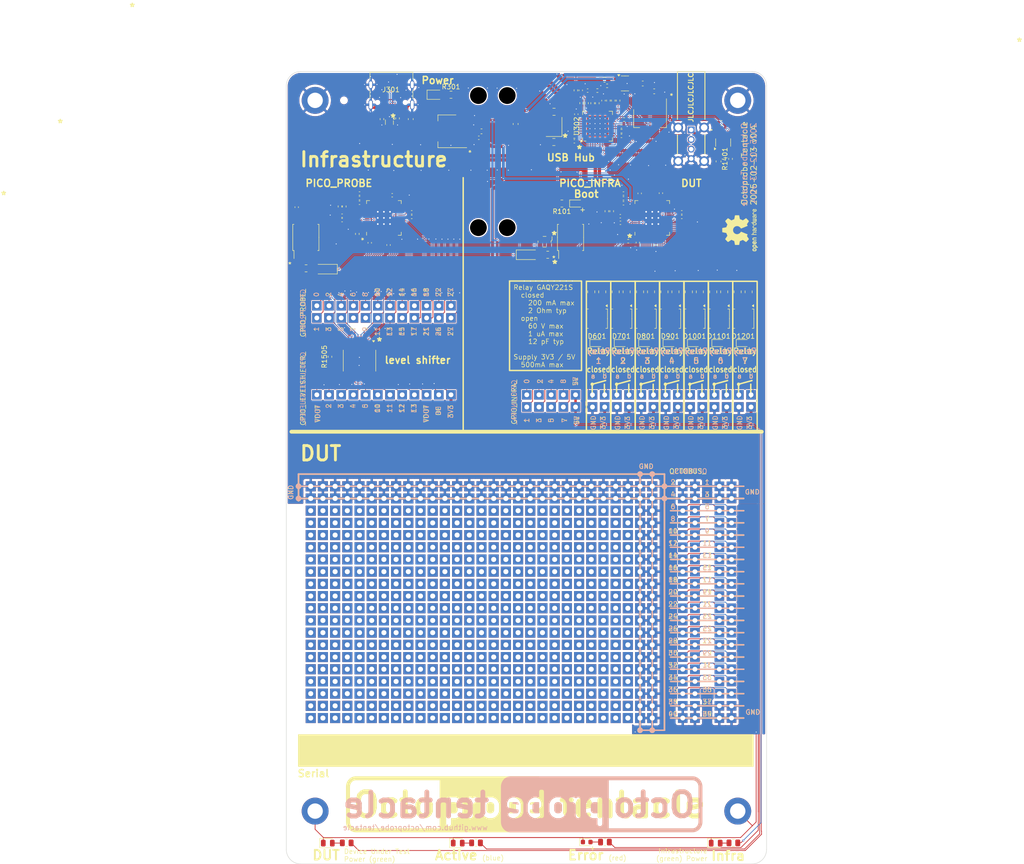
<source format=kicad_pcb>
(kicad_pcb (version 20240108) (generator "pcbnew") (generator_version "8.0")
  (title_block (title "Octoprobe Tentacle") (date "2025-02-13") (rev "0.4") (company "Hans Märki, Märki Informatik") (comment 1 "The MIT License (MIT)"))
  (layers (0 "F.Cu" signal) (31 "B.Cu" signal) (34 "B.Paste" user) (35 "F.Paste" user) (36 "B.SilkS" user "B.Silkscreen") (37 "F.SilkS" user "F.Silkscreen") (38 "B.Mask" user) (39 "F.Mask" user) (44 "Edge.Cuts" user))
  (net 0 "")
  (net 1 "+5V")
  (net 2 "/RP2 CPU/+1V1")
  (net 3 "HUB+5V")
  (net 4 "HUB+3V3")
  (net 5 "GND")
  (net 6 "VBUS_DET")
  (net 7 "/USB Hub Chip/RESET")
  (net 8 "/USB Hub Chip/XTALIN")
  (net 9 "/USB Hub Chip/XTALOUT")
  (net 10 "Net-(U302-PLLFILT)")
  (net 11 "/USB Power Switch DUT/VOUT")
  (net 12 "+3V3")
  (net 13 "Net-(U302-CRFILT)")
  (net 14 "RELAIS_4")
  (net 15 "Net-(D103-A)")
  (net 16 "Net-(D201-A)")
  (net 17 "Net-(D202-A)")
  (net 18 "Net-(D301-A)")
  (net 19 "RELAIS_5")
  (net 20 "Net-(D104-A)")
  (net 22 "Net-(D101-K)")
  (net 24 "RP2_BOOT")
  (net 25 "/USB Hub Chip/USB_UP_D+")
  (net 26 "/USB Hub Chip/USB_UP_D-")
  (net 27 "Net-(D801-A)")
  (net 28 "/RP2 PROBE/+1V1")
  (net 29 "Net-(D1501-A)")
  (net 30 "/USB_DUT_D+")
  (net 31 "Net-(U201-USB-DP)")
  (net 32 "Net-(U201-USB-DM)")
  (net 33 "RELAIS_1")
  (net 35 "/Relay Breakout/RELAY_OUT_7A")
  (net 37 "Net-(D901-A)")
  (net 39 "RELAIS_2")
  (net 40 "RELAIS_3")
  (net 41 "Net-(D1101-A)")
  (net 42 "Net-(D1201-A)")
  (net 43 "Net-(J301-CC1)")
  (net 46 "Net-(J301-CC2)")
  (net 47 "/USB_DUT_D-")
  (net 48 "Net-(J1302-Pin_18)")
  (net 49 "Net-(J1302-Pin_33)")
  (net 50 "Net-(J1302-Pin_19)")
  (net 51 "Net-(J1302-Pin_16)")
  (net 55 "Net-(J1302-Pin_25)")
  (net 60 "Net-(J1302-Pin_13)")
  (net 61 "Net-(J1302-Pin_34)")
  (net 62 "Net-(J1302-Pin_27)")
  (net 63 "Net-(J1302-Pin_6)")
  (net 66 "Net-(J1302-Pin_5)")
  (net 67 "Net-(J1302-Pin_36)")
  (net 68 "Net-(J1302-Pin_23)")
  (net 69 "Net-(J1302-Pin_22)")
  (net 70 "Net-(J1302-Pin_17)")
  (net 71 "/Relay Breakout/RELAY_OUT_4A")
  (net 72 "/Relay Breakout/RELAY_OUT_2A")
  (net 73 "/Relay Breakout/RELAY_OUT_3B")
  (net 74 "/Relay Breakout/RELAY_OUT_5B")
  (net 75 "/Relay Breakout/RELAY_OUT_6A")
  (net 76 "/Relay Breakout/RELAY_OUT_6B")
  (net 77 "/Relay Breakout/RELAY_OUT_3A")
  (net 78 "/Relay Breakout/RELAY_OUT_2B")
  (net 79 "/Relay Breakout/RELAY_OUT_4B")
  (net 81 "/Relay Breakout/RELAY_OUT_7B")
  (net 82 "/Relay Breakout/RELAY_OUT_1A")
  (net 83 "RELAIS_6")
  (net 84 "/Relay Breakout/RELAY_OUT_5A")
  (net 85 "/Relay Breakout/RELAY_OUT_1B")
  (net 86 "Net-(J1302-Pin_35)")
  (net 87 "Net-(U201-GPIO24)")
  (net 88 "Net-(J1302-Pin_30)")
  (net 89 "Net-(J1302-Pin_9)")
  (net 90 "Net-(J1302-Pin_15)")
  (net 91 "/RP2 CPU/QSPI_SS")
  (net 92 "Net-(J1302-Pin_11)")
  (net 93 "Net-(J1302-Pin_29)")
  (net 94 "Net-(J1302-Pin_26)")
  (net 95 "Net-(J1302-Pin_21)")
  (net 96 "Net-(J1302-Pin_8)")
  (net 97 "Net-(J1302-Pin_12)")
  (net 98 "Net-(J1302-Pin_24)")
  (net 99 "Net-(J1302-Pin_20)")
  (net 100 "Net-(J1302-Pin_32)")
  (net 101 "Net-(J1302-Pin_28)")
  (net 102 "Net-(J1302-Pin_7)")
  (net 103 "Net-(J1302-Pin_10)")
  (net 104 "/RP2 CPU/QSPI_SD1")
  (net 105 "/RP2 CPU/QSPI_SCLK")
  (net 106 "/RP2 CPU/QSPI_SD0")
  (net 107 "/RP2 CPU/QSPI_SD3")
  (net 108 "/RP2 CPU/QSPI_SD2")
  (net 109 "/USB1_PWR")
  (net 110 "/USB3_PWR")
  (net 111 "/USB Hub Chip/USB_DM4")
  (net 112 "/USB Hub Chip/USB_DP4")
  (net 113 "Net-(J1302-Pin_14)")
  (net 114 "Net-(J1302-Pin_31)")
  (net 115 "Net-(D203-A)")
  (net 116 "RELAIS_7")
  (net 117 "Net-(D601-A)")
  (net 118 "Net-(D701-A)")
  (net 119 "Net-(D1001-A)")
  (net 120 "Net-(U1501-USB-DP)")
  (net 121 "Net-(U1501-USB-DM)")
  (net 122 "Net-(R602-Pad2)")
  (net 123 "Net-(R702-Pad2)")
  (net 124 "Net-(R1002-Pad2)")
  (net 125 "Net-(U302-SCL{slash}SMBCLK{slash}CFG_SEL0)")
  (net 126 "Net-(U302-SDA{slash}SMBDATA{slash}NON_REM1)")
  (net 127 "Net-(U302-RBIAS)")
  (net 128 "Net-(U302-SUSP_IND{slash}LOCAL_PWR{slash}NON_REM0)")
  (net 129 "Net-(U302-HS_IND{slash}CFG_SEL1)")
  (net 130 "Net-(U302-OCS_N1)")
  (net 131 "Net-(U302-OCS_N2)")
  (net 132 "Net-(U302-OCS_N3)")
  (net 133 "Net-(U302-OCS_N4)")
  (net 134 "Net-(U401-SET)")
  (net 135 "Net-(R802-Pad2)")
  (net 136 "Net-(R902-Pad2)")
  (net 137 "Net-(R1102-Pad2)")
  (net 138 "Net-(R1202-Pad2)")
  (net 139 "Net-(U1401-SET)")
  (net 141 "/RP2 PROBE/QSPI_SS")
  (net 143 "/RP2 CPU/12MHz")
  (net 144 "/USB2_PWR")
  (net 146 "/RP2 PROBE/QSPI_SD2")
  (net 149 "/RP2 PROBE/QSPI_SD1")
  (net 150 "/RP2 PROBE/QSPI_SD0")
  (net 153 "/RP2 PROBE/QSPI_SCLK")
  (net 156 "/RP2 PROBE/QSPI_SD3")
  (net 158 "Net-(J201-Pin_1)")
  (net 159 "Net-(J201-Pin_2)")
  (net 160 "Net-(J201-Pin_5)")
  (net 161 "Net-(J201-Pin_3)")
  (net 162 "Net-(J201-Pin_6)")
  (net 163 "Net-(J201-Pin_7)")
  (net 164 "Net-(J201-Pin_4)")
  (net 165 "Net-(J201-Pin_8)")
  (net 166 "Net-(U201-GPIO15)")
  (net 167 "/RP2 PROBE/GPIO0")
  (net 168 "/RP2 PROBE/GPIO1")
  (net 170 "/RP2 PROBE/GPIO21")
  (net 171 "/RP2 PROBE/GPIO12")
  (net 172 "/RP2 PROBE/GPIO15")
  (net 173 "/RP2 PROBE/GPIO5")
  (net 174 "/RP2 PROBE/GPIO7")
  (net 175 "/RP2 PROBE/GPIO14")
  (net 176 "/RP2 PROBE/GPIO17")
  (net 177 "/RP2 PROBE/GPIO6")
  (net 178 "/RP2 PROBE/GPIO18")
  (net 179 "/RP2 PROBE/GPIO13")
  (net 180 "/RP2 PROBE/GPIO10")
  (net 181 "/RP2 PROBE/GPIO3")
  (net 182 "/RP2 PROBE/GPIO9")
  (net 183 "/RP2 PROBE/GPIO4")
  (net 184 "/RP2 PROBE/GPIO11")
  (net 186 "/RP2 PROBE/GPIO16")
  (net 187 "/RP2 PROBE/GPIO8")
  (net 188 "/RP2 PROBE/GPIO2")
  (net 189 "/RP2 PROBE/GPIO22")
  (net 190 "/RP2 PROBE/GPIO27")
  (net 191 "/RP2 PROBE/GPIO28")
  (net 192 "/RP2 PROBE/GPIO26")
  (net 193 "Net-(J1502-Pin_1)")
  (net 194 "/RP2 PROBE/B4")
  (net 195 "/RP2 PROBE/B8")
  (net 196 "/RP2 PROBE/B3")
  (net 197 "/RP2 PROBE/B1")
  (net 198 "/RP2 PROBE/B7")
  (net 199 "/RP2 PROBE/B6")
  (net 200 "/RP2 PROBE/B2")
  (net 201 "/RP2 PROBE/B5")
  (net 202 "Net-(J1502-Pin_11)")
  (net 203 "/USB Hub Chip/USB_DM1")
  (net 204 "/USB_PROBE_D+")
  (net 205 "/USB Hub Chip/USB_DP1")
  (net 206 "/USB_PROBE_D-")
  (net 207 "Net-(D302-I{slash}O1-Pad1)")
  (net 208 "Net-(D302-I{slash}O2-Pad3)")
  (net 209 "_USB_PROBE_D-")
  (net 210 "_USB_PROBE_D+")
  (net 211 "/USB Hub Chip/USB_DP2")
  (net 212 "/USB_INFRA_D+")
  (net 213 "/USB_INFRA_D-")
  (net 214 "/USB Hub Chip/USB_DM2")
  (net 215 "Net-(J101-D+)")
  (net 216 "Net-(J101-D-)")
  (net 217 "/USB Hub Chip/USB_DM3")
  (net 218 "/USB Hub Chip/USB_DP3")
  (net 219 "_USB_INFRA_D+")
  (net 220 "_USB_INFRA_D-")
  (net 221 "Net-(U302-USBDM_UP)")
  (net 222 "Net-(U302-USBDP_UP)")
  (footprint "00_project_library:octoprobe_breakout_PB_NC" (layer "F.Cu") (at 122.26 118.86)
    (property "Reference" "BP1302" (hide yes))
    (property "Value" "prototype_NC" (hide yes))
  )
  (footprint "00_project_library:octoprobe_breakout_PB_NC" (layer "F.Cu") (at 66.38 118.86)
    (property "Reference" "BP1302" (hide yes))
    (property "Value" "prototype_NC" (hide yes))
  )
  (footprint "00_project_library:octoprobe_breakout_PB_NC" (layer "F.Cu") (at 101.94 116.32)
    (property "Reference" "BP1302" (hide yes))
    (property "Value" "prototype_NC" (hide yes))
  )
  (footprint "00_project_library:octoprobe_breakout_PB_NC" (layer "F.Cu") (at 89.24 111.24)
    (property "Reference" "BP1302" (hide yes))
    (property "Value" "prototype_NC" (hide yes))
  )
  (footprint "Capacitor_SMD:C_0603_1608Metric" (layer "F.Cu") (at 106.512 28.182 -90)
    (property "Reference" "C201" (hide yes))
    (property "Value" "10u")
  )
  (footprint "00_project_library:octoprobe_breakout_PB_NC" (layer "F.Cu") (at 104.48 141.72)
    (property "Reference" "BP1302" (hide yes))
    (property "Value" "prototype_NC" (hide yes))
  )
  (footprint "00_project_library:octoprobe_breakout_PB_NC" (layer "F.Cu") (at 63.84 108.7)
    (property "Reference" "BP1302" (hide yes))
    (property "Value" "prototype_NC" (hide yes))
  )
  (footprint "Resistor_SMD:R_0402_1005Metric" (layer "F.Cu") (at 126.832 23.3052 -90)
    (property "Reference" "R315" (hide yes))
    (property "Value" "10k")
  )
  (footprint "00_project_library:octoprobe_breakout_PB_NC" (layer "F.Cu") (at 99.4 134.1)
    (property "Reference" "BP1302" (hide yes))
    (property "Value" "prototype_NC" (hide yes))
  )
  (footprint "00_project_library:octoprobe_breakout_PB_NC" (layer "F.Cu") (at 89.24 129.02)
    (property "Reference" "BP1302" (hide yes))
    (property "Value" "prototype_NC" (hide yes))
  )
  (footprint "00_project_library:octoprobe_breakout_PB" (layer "F.Cu") (at 74 103.62)
    (property "Reference" "BP1301" (hide yes))
    (property "Value" "prototype_GND" (hide yes))
  )
  (footprint "00_project_library:octoprobe_breakout_PB_NC" (layer "F.Cu") (at 119.72 141.72)
    (property "Reference" "BP1302" (hide yes))
    (property "Value" "prototype_NC" (hide yes))
  )
  (footprint "00_project_library:octoprobe_breakout_PB_NC" (layer "F.Cu") (at 112.1 111.24)
    (property "Reference" "BP1302" (hide yes))
    (property "Value" "prototype_NC" (hide yes))
  )
  (footprint "00_project_library:octoprobe_breakout_PB_NC" (layer "F.Cu") (at 94.32 123.94)
    (property "Reference" "BP1302" (hide yes))
    (property "Value" "prototype_NC" (hide yes))
  )
  (footprint "00_project_library:octoprobe_breakout_PB_NC" (layer "F.Cu") (at 104.48 144.26)
    (property "Reference" "BP1302" (hide yes))
    (property "Value" "prototype_NC" (hide yes))
  )
  (footprint "00_project_library:octoprobe_breakout_PB_NC" (layer "F.Cu") (at 91.78 141.72)
    (property "Reference" "BP1302" (hide yes))
    (property "Value" "prototype_NC" (hide yes))
  )
  (footprint "00_project_library:octoprobe_breakout_PB" (layer "F.Cu") (at 81.62 106.16)
    (property "Reference" "BP1301" (hide yes))
    (property "Value" "prototype_GND" (hide yes))
  )
  (footprint "00_project_library:octoprobe_breakout_PB_NC" (layer "F.Cu") (at 122.26 146.8)
    (property "Reference" "BP1302" (hide yes))
    (property "Value" "prototype_NC" (hide yes))
  )
  (footprint "00_project_library:octoprobe_breakout_PB_NC" (layer "F.Cu") (at 96.86 126.48)
    (property "Reference" "BP1302" (hide yes))
    (property "Value" "prototype_NC" (hide yes))
  )
  (footprint "00_project_library:octoprobe_breakout_PB_NC" (layer "F.Cu") (at 81.62 108.7)
    (property "Reference" "BP1302" (hide yes))
    (property "Value" "prototype_NC" (hide yes))
  )
  (footprint "Capacitor_SMD:C_0402_1005Metric" (layer "F.Cu") (at 70.3702 47.2776 180)
    (property "Reference" "C1505" (hide yes))
    (property "Value" "100n")
  )
  (footprint "00_project_library:octoprobe_breakout_PB_NC" (layer "F.Cu") (at 76.54 118.86)
    (property "Reference" "BP1302" (hide yes))
    (property "Value" "prototype_NC" (hide yes))
  )
  (footprint "00_project_library:octoprobe_breakout_PB_NC" (layer "F.Cu") (at 66.38 123.94)
    (property "Reference" "BP1302" (hide yes))
    (property "Value" "prototype_NC" (hide yes))
  )
  (footprint "Crystal:Crystal_SMD_3225-4Pin_3.2x2.5mm" (layer "F.Cu") (at 114.5031 28.7848 90)
    (property "Reference" "Y301" (hide yes))
    (property "Value" "24MHz")
  )
  (footprint "00_project_library:octoprobe_breakout_PB_NC" (layer "F.Cu") (at 109.56 139.18)
    (property "Reference" "BP1302" (hide yes))
    (property "Value" "prototype_NC" (hide yes))
  )
  (footprint "00_project_library:octoprobe_breakout_PB" (layer "F.Cu") (at 66.38 103.62)
    (property "Reference" "BP1301" (hide yes))
    (property "Value" "prototype_GND" (hide yes))
  )
  (footprint "00_project_library:octoprobe_breakout_PB_NC" (layer "F.Cu") (at 101.94 149.34)
    (property "Reference" "BP1302" (hide yes))
    (property "Value" "prototype_NC" (hide yes))
  )
  (footprint "00_project_library:octoprobe_NetTie_USB_Differential" (layer "F.Cu") (at 123.53 35.2178 -90)
    (property "Reference" "NT103" (hide yes))
    (property "Value" "octoprobe_NetTie_USB_Differential" (hide yes))
  )
  (footprint "00_project_library:octoprobe_breakout_PB_NC" (layer "F.Cu") (at 107.02 151.88)
    (property "Reference" "BP1302" (hide yes))
    (property "Value" "prototype_NC" (hide yes))
  )
  (footprint "Capacitor_SMD:C_0805_2012Metric" (layer "F.Cu") (at 114.4675 31.9344 180)
    (property "Reference" "C307" (hide yes))
    (property "Value" "18p")
  )
  (footprint "Capacitor_SMD:C_0402_1005Metric" (layer "F.Cu") (at 74 44.5852 180)
    (property "Reference" "C1503" (hide yes))
    (property "Value" "1u")
  )
  (footprint "00_project_library:octoprobe_breakout_PB_NC" (layer "F.Cu") (at 91.78 144.26)
    (property "Reference" "BP1302" (hide yes))
    (property "Value" "prototype_NC" (hide yes))
  )
  (footprint "00_project_library:octoprobe_breakout_PB" (layer "F.Cu") (at 91.78 103.62)
    (property "Reference" "BP1301" (hide yes))
    (property "Value" "prototype_GND" (hide yes))
  )
  (footprint "00_project_library:octoprobe_breakout_PB_NC" (layer "F.Cu") (at 109.56 126.48)
    (property "Reference" "BP1302" (hide yes))
    (property "Value" "prototype_NC" (hide yes))
  )
  (footprint "00_project_library:octoprobe_breakout_PB_NC" (layer "F.Cu") (at 91.78 111.24)
    (property "Reference" "BP1302" (hide yes))
    (property "Value" "prototype_NC" (hide yes))
  )
  (footprint "00_project_library:octoprobe_breakout_PB_NC" (layer "F.Cu") (at 112.1 129.02)
    (property "Reference" "BP1302" (hide yes))
    (property "Value" "prototype_NC" (hide yes))
  )
  (footprint "Resistor_SMD:R_0402_1005Metric" (layer "F.Cu") (at 67.8532 76.6452 90)
    (property "Reference" "R1505")
    (property "Value" "100K")
  )
  (footprint "00_project_library:octoprobe_breakout_PB_NC" (layer "F.Cu") (at 114.64 123.94)
    (property "Reference" "BP1302" (hide yes))
    (property "Value" "prototype_NC" (hide yes))
  )
  (footprint "00_project_library:octoprobe_breakout_PB_NC" (layer "F.Cu") (at 81.62 121.4)
    (property "Reference" "BP1302" (hide yes))
    (property "Value" "prototype_NC" (hide yes))
  )
  (footprint "Capacitor_SMD:C_0402_1005Metric" (layer "F.Cu") (at 118.738 31.782 180)
    (property "Reference" "C301" (hide yes))
    (property "Value" "100n")
  )
  (footprint "00_project_library:octoprobe_breakout_PB_NC" (layer "F.Cu") (at 63.84 141.72)
    (property "Reference" "BP1302" (hide yes))
    (property "Value" "prototype_NC" (hide yes))
  )
  (footprint "00_project_library:octoprobe_breakout_PB_NC" (layer "F.Cu") (at 99.4 151.88)
    (property "Reference" "BP1302" (hide yes))
    (property "Value" "prototype_NC" (hide yes))
  )
  (footprint "00_project_library:octoprobe_breakout_PB_NC" (layer "F.Cu") (at 101.94 126.48)
    (property "Reference" "BP1302" (hide yes))
    (property "Value" "prototype_NC" (hide yes))
  )
  (footprint "Resistor_SMD:R_0805_2012Metric" (layer "F.Cu") (at 62.8748 58.2302)
    (property "Reference" "R1503" (hide yes))
    (property "Value" "0R")
  )
  (footprint "00_project_library:octoprobe_breakout_PB_NC" (layer "F.Cu") (at 71.46 136.64)
    (property "Reference" "BP1302" (hide yes))
    (property "Value" "prototype_NC" (hide yes))
  )
  (footprint "00_project_library:octoprobe_breakout_PB_NC" (layer "F.Cu") (at 84.16 146.8)
    (property "Reference" "BP1302" (hide yes))
    (property "Value" "prototype_NC" (hide yes))
  )
  (footprint "00_project_library:octoprobe_breakout_PB" (layer "F.Cu") (at 94.32 106.16)
    (property "Reference" "BP1301" (hide yes))
    (property "Value" "prototype_GND" (hide yes))
  )
  (footprint "00_project_library:octoprobe_breakout_PB_NC" (layer "F.Cu") (at 76.54 131.56)
    (property "Reference" "BP1302" (hide yes))
    (property "Value" "prototype_NC" (hide yes))
  )
  (footprint "00_project_library:octoprobe_breakout_PB_NC" (layer "F.Cu") (at 86.7 116.32)
    (property "Reference" "BP1302" (hide yes))
    (property "Value" "prototype_NC" (hide yes))
  )
  (footprint "00_project_library:octoprobe_breakout_PB_NC" (layer "F.Cu") (at 94.32 116.32)
    (property "Reference" "BP1302" (hide yes))
    (property "Value" "prototype_NC" (hide yes))
  )
  (footprint "00_project_library:octoprobe_breakout_PB" (layer "F.Cu") (at 134.96 141.72)
    (property "Reference" "BP1301" (hide yes))
    (property "Value" "prototype_GND" (hide yes))
  )
  (footprint "00_project_library:octoprobe_breakout_PB_NC" (layer "F.Cu") (at 104.48 146.8)
    (property "Reference" "BP1302" (hide yes))
    (property "Value" "prototype_NC" (hide yes))
  )
  (footprint "Capacitor_SMD:C_0402_1005Metric" (layer "F.Cu") (at 60.919 45.5048 90)
    (property "Reference" "C1507" (hide yes))
    (property "Value" "100n")
  )
  (footprint "00_project_library:octoprobe_breakout_PB_NC" (layer "F.Cu") (at 68.92 146.8)
    (property "Reference" "BP1302" (hide yes))
    (property "Value" "prototype_NC" (hide yes))
  )
  (footprint "00_project_library:octoprobe_breakout_PB_NC" (layer "F.Cu") (at 63.84 116.32)
    (property "Reference" "BP1302" (hide yes))
    (property "Value" "prototype_NC" (hide yes))
  )
  (footprint "00_project_library:octoprobe_breakout_PB" (layer "F.Cu") (at 119.72 103.62)
    (property "Reference" "BP1301" (hide yes))
    (property "Value" "prototype_GND" (hide yes))
  )
  (footprint "00_project_library:octoprobe_breakout_PB_NC" (layer "F.Cu") (at 71.46 123.94)
    (property "Reference" "BP1302" (hide yes))
    (property "Value" "prototype_NC" (hide yes))
  )
  (footprint "00_project_library:octoprobe_breakout_PB" (layer "F.Cu") (at 132.42 116.32)
    (property "Reference" "BP1301" (hide yes))
    (property "Value" "prototype_GND" (hide yes))
  )
  (footprint "Capacitor_SMD:C_0402_1005Metric" (layer "F.Cu") (at 84.8712 46.5716)
    (property "Reference" "C1501" (hide yes))
    (property "Value" "100n")
  )
  (footprint "00_project_library:octoprobe_breakout_PB_NC" (layer "F.Cu") (at 71.46 129.02)
    (property "Reference" "BP1302" (hide yes))
    (property "Value" "prototype_NC" (hide yes))
  )
  (footprint "00_project_library:octoprobe_breakout_PB_NC" (layer "F.Cu") (at 117.18 121.4)
    (property "Reference" "BP1302" (hide yes))
    (property "Value" "prototype_NC" (hide yes))
  )
  (footprint "00_project_library:octoprobe_breakout_PB_NC" (layer "F.Cu") (at 94.32 136.64)
    (property "Reference" "BP1302" (hide yes))
    (property "Value" "prototype_NC" (hide yes))
  )
  (footprint "00_project_library:octoprobe_breakout_PB_NC" (layer "F.Cu") (at 99.4 123.94)
    (property "Reference" "BP1302" (hide yes))
    (property "Value" "prototype_NC" (hide yes))
  )
  (footprint "Resistor_SMD:R_0805_2012Metric" (layer "F.Cu") (at 71.333 177.878)
    (property "Reference" "R103" (hide yes))
    (property "Value" "2k2" (hide yes))
  )
  (footprint "00_project_library:octoprobe_breakout_PB_NC" (layer "F.Cu") (at 89.24 113.78)
    (property "Reference" "BP1302" (hide yes))
    (property "Value" "prototype_NC" (hide yes))
  )
  (footprint "00_project_library:octoprobe_breakout_PB" (layer "F.Cu") (at 76.54 103.62)
    (property "Reference" "BP1301" (hide yes))
    (property "Value" "prototype_GND" (hide yes))
  )
  (footprint "00_project_library:octoprobe_breakout_PB_NC" (layer "F.Cu") (at 63.84 121.4)
    (property "Reference" "BP1302" (hide yes))
    (property "Value" "prototype_NC" (hide yes))
  )
  (footprint "00_project_library:octoprobe_breakout_PB_NC" (layer "F.Cu") (at 129.88 129.02)
    (property "Reference" "BP1302" (hide yes))
    (property "Value" "prototype_NC" (hide yes))
  )
  (footprint "Resistor_SMD:R_0402_1005Metric" (layer "F.Cu") (at 73.5428 51.0674 90)
    (property "Reference" "R1504" (hide yes))
    (property "Value" "10K")
  )
  (footprint "00_project_library:octoprobe_breakout_PB_NC" (layer "F.Cu") (at 94.32 134.1)
    (property "Reference" "BP1302" (hide yes))
    (property "Value" "prototype_NC" (hide yes))
  )
  (footprint "00_project_library:octoprobe_breakout_PB_NC" (layer "F.Cu") (at 84.16 118.86)
    (property "Reference" "BP1302" (hide yes))
    (property "Value" "prototype_NC" (hide yes))
  )
  (footprint "00_project_library:octoprobe_breakout_PB_NC" (layer "F.Cu") (at 81.62 144.26)
    (property "Reference" "BP1302" (hide yes))
    (property "Value" "prototype_NC" (hide yes))
  )
  (footprint "00_project_library:octoprobe_breakout_PB_NC" (layer "F.Cu") (at 101.94 108.7)
    (property "Reference" "BP1302" (hide yes))
    (property "Value" "prototype_NC" (hide yes))
  )
  (footprint "00_project_library:octoprobe_breakout_PB_NC" (layer "F.Cu") (at 122.26 149.34)
    (property "Reference" "BP1302" (hide yes))
    (property "Value" "prototype_NC" (hide yes))
  )
  (footprint "00_project_library:octoprobe_breakout_PB" (layer "F.Cu") (at 109.56 103.62)
    (property "Reference" "BP1301" (hide yes))
    (property "Value" "prototype_GND" (hide yes))
  )
  (footprint "Resistor_SMD:R_0402_1005Metric" (layer "F.Cu") (at 121.2694 23.8386 90)
    (property "Reference" "R306" (hide yes))
    (property "Value" "100k")
  )
  (footprint "00_project_library:octoprobe_breakout_PB_NC" (layer "F.Cu") (at 112.1 131.56)
    (property "Reference" "BP1302" (hide yes))
    (property "Value" "prototype_NC" (hide yes))
  )
  (footprint "00_project_library:octoprobe_breakout_PB_NC" (layer "F.Cu") (at 107.02 136.64)
    (property "Reference" "BP1302" (hide yes))
    (property "Value" "prototype_NC" (hide yes))
  )
  (footprint "Resistor_SMD:R_0402_1005Metric" (layer "F.Cu") (at 125.816 23.3052 -90)
    (property "Reference" "R308" (hide yes))
    (property "Value" "100k")
  )
  (footprint "00_project_library:PinSocket_2x14_P2.54mm_Vertical_squarepad" (layer "F.Cu") (at 122.514 84.57 90)
    (property "Reference" "J501" (hide yes))
    (property "Value" "Conn_02x20")
  )
  (footprint "00_project_library:octoprobe_breakout_PB_NC" (layer "F.Cu") (at 71.46 108.7)
    (property "Reference" "BP1302" (hide yes))
    (property "Value" "prototype_NC" (hide yes))
  )
  (footprint "00_project_library:octoprobe_breakout_PB_NC" (layer "F.Cu") (at 109.56 116.32)
    (property "Reference" "BP1302" (hide yes))
    (property "Value" "prototype_NC" (hide yes))
  )
  (footprint "Resistor_SMD:R_0805_2012Metric" (layer "F.Cu") (at 134.706 63.1305 -90)
    (property "Reference" "R802" (hide yes))
    (property "Value" "390")
  )
  (footprint "00_project_library:octoprobe_breakout_PB" (layer "F.Cu") (at 134.96 146.8)
    (property "Reference" "BP1301" (hide yes))
    (property "Value" "prototype_GND" (hide yes))
  )
  (footprint "00_project_library:octoprobe_breakout_PB" (layer "F.Cu") (at 119.72 106.16)
    (property "Reference" "BP1301" (hide yes))
    (property "Value" "prototype_GND" (hide yes))
  )
  (footprint "00_project_library:octoprobe_breakout_PB_NC" (layer "F.Cu") (at 63.84 149.34)
    (property "Reference" "BP1302" (hide yes))
    (property "Value" "prototype_NC" (hide yes))
  )
  (footprint "00_project_library:octoprobe_breakout_PB_NC" (layer "F.Cu") (at 107.02 121.4)
    (property "Reference" "BP1302" (hide yes))
    (property "Value" "prototype_NC" (hide yes))
  )
  (footprint "00_project_library:octoprobe_breakout_PB_NC" (layer "F.Cu") (at 68.92 116.32)
    (property "Reference" "BP1302" (hide yes))
    (property "Value" "prototype_NC" (hide yes))
  )
  (footprint "00_project_library:octoprobe_breakout_PB" (layer "F.Cu") (at 99.4 103.62)
    (property "Reference" "BP1301" (hide yes))
    (property "Value" "prototype_GND" (hide yes))
  )
  (footprint "00_project_library:octoprobe_breakout_PB" (layer "F.Cu") (at 86.7 103.62)
    (property "Reference" "BP1301" (hide yes))
    (property "Value" "prototype_GND" (hide yes))
  )
  (footprint "00_project_library:octoprobe_breakout_PB_NC" (layer "F.Cu") (at 91.78 131.56)
    (property "Reference" "BP1302" (hide yes))
    (property "Value" "prototype_NC" (hide yes))
  )
  (footprint "00_project_library:SOP-4_4.4x4.3mm_P2.54mm" (layer "F.Cu") (at 143.7992 68.7185 -90)
    (property "Reference" "U1001" (hide yes))
    (property "Value" "GAQY221S")
  )
  (footprint "00_project_library:octoprobe_breakout_PB" (layer "F.Cu") (at 124.8 103.62)
    (property "Reference" "BP1301" (hide yes))
    (property "Value" "prototype_GND" (hide yes))
  )
  (footprint "00_project_library:octoprobe_breakout_PB_NC" (layer "F.Cu") (at 89.24 126.48)
    (property "Reference" "BP1302" (hide yes))
    (property "Value" "prototype_NC" (hide yes))
  )
  (footprint "00_project_library:octoprobe_breakout_PB" (layer "F.Cu") (at 132.42 129.02)
    (property "Reference" "BP1301" (hide yes))
    (property "Value" "prototype_GND" (hide yes))
  )
  (footprint "00_project_library:octoprobe_breakout_PB" (layer "F.Cu") (at 107.02 103.62)
    (property "Reference" "BP1301" (hide yes))
    (property "Value" "prototype_GND" (hide yes))
  )
  (footprint "00_project_library:octoprobe_breakout_PB_NC" (layer "F.Cu") (at 109.56 134.1)
    (property "Reference" "BP1302" (hide yes))
    (property "Value" "prototype_NC" (hide yes))
  )
  (footprint "00_project_library:octoprobe_breakout_PB_NC" (layer "F.Cu") (at 99.4 121.4)
    (property "Reference" "BP1302" (hide yes))
    (property "Value" "prototype_NC" (hide yes))
  )
  (footprint "00_project_library:octoprobe_breakout_PB_NC" (layer "F.Cu") (at 79.08 116.32)
    (property "Reference" "BP1302" (hide yes))
    (property "Value" "prototype_NC" (hide yes))
  )
  (footprint "LED_SMD:LED_0805_2012Metric" (layer "F.Cu") (at 67.396 177.923)
    (property "Reference" "D103" (hide yes))
    (property "Value" "green")
  )
  (footprint "00_project_library:octoprobe_breakout_PB_NC" (layer "F.Cu") (at 74 144.26)
    (property "Reference" "BP1302" (hide yes))
    (property "Value" "prototype_NC" (hide yes))
  )
  (footprint "00_project_library:octoprobe_breakout_PB_NC" (layer "F.Cu") (at 71.46 113.78)
    (property "Reference" "BP1302" (hide yes))
    (property "Value" "prototype_NC" (hide yes))
  )
  (footprint "Resistor_SMD:R_0805_2012Metric" (layer "F.Cu") (at 98.257 177.878 180)
    (property "Reference" "R201" (hide yes))
    (property "Value" "1k" (hide yes))
  )
  (footprint "00_project_library:octoprobe_breakout_PB" (layer "F.Cu") (at 129.88 106.16)
    (property "Reference" "BP1301" (hide yes))
    (property "Value" "prototype_GND" (hide yes))
  )
  (footprint "00_project_library:octoprobe_breakout_PB_NC" (layer "F.Cu") (at 81.62 141.72)
    (property "Reference" "BP1302" (hide yes))
    (property "Value" "prototype_NC" (hide yes))
  )
  (footprint "00_project_library:octoprobe_breakout_PB_NC" (layer "F.Cu") (at 129.88 144.26)
    (property "Reference" "BP1302" (hide yes))
    (property "Value" "prototype_NC" (hide yes))
  )
  (footprint "00_project_library:octoprobe_relay" (layer "F.Cu") (at 151.724 92.18)
    (property "Reference" "UR1201" (hide yes))
    (property "Value" "7")
  )
  (footprint "00_project_library:octoprobe_relay" (layer "F.Cu") (at 141.564 92.18)
    (property "Reference" "UR1001" (hide yes))
    (property "Value" "5")
  )
  (footprint "00_project_library:octoprobe_breakout_PB_NC" (layer "F.Cu") (at 124.8 151.88)
    (property "Reference" "BP1302" (hide yes))
    (property "Value" "prototype_NC" (hide yes))
  )
  (footprint "00_project_library:octoprobe_breakout_PB_NC" (layer "F.Cu") (at 84.16 149.34)
    (property "Reference" "BP1302" (hide yes))
    (property "Value" "prototype_NC" (hide yes))
  )
  (footprint "00_project_library:octoprobe_breakout_PB_NC" (layer "F.Cu") (at 127.34 129.02)
    (property "Reference" "BP1302" (hide yes))
    (property "Value" "prototype_NC" (hide yes))
  )
  (footprint "Capacitor_SMD:C_0402_1005Metric" (layer "F.Cu") (at 128.3306 48.756 180)
    (property "Reference" "C204" (hide yes))
    (property "Value" "100n")
  )
  (footprint "00_project_library:octoprobe_breakout_PB_NC" (layer "F.Cu") (at 122.26 121.4)
    (property "Reference" "BP1302" (hide yes))
    (property "Value" "prototype_NC" (hide yes))
  )
  (footprint "00_project_library:octoprobe_breakout_PB" (layer "F.Cu") (at 132.42 108.7)
    (property "Reference" "BP1301" (hide yes))
    (property "Value" "prototype_GND" (hide yes))
  )
  (footprint "00_project_library:octoprobe_CableTieHole" (layer "F.Cu") (at 104.76 49.76)
    (property "Reference" "H1304" (hide yes))
    (property "Value" "octoprobe_CableTieHole")
  )
  (footprint "00_project_library:octoprobe_breakout_PB_NC" (layer "F.Cu") (at 124.8 131.56)
    (property "Reference" "BP1302" (hide yes))
    (property "Value" "prototype_NC" (hide yes))
  )
  (footprint "00_project_library:octoprobe_breakout_PB_NC" (layer "F.Cu") (at 86.7 113.78)
    (property "Reference" "BP1302" (hide yes))
    (property "Value" "prototype_NC" (hide yes))
  )
  (footprint "00_project_library:octoprobe_breakout_PB_NC" (layer "F.Cu") (at 107.02 139.18)
    (property "Reference" "BP1302" (hide yes))
    (property "Value" "prototype_NC" (hide yes))
  )
  (footprint "00_project_library:octoprobe_breakout_PB_NC" (layer "F.Cu") (at 122.26 129.02)
    (property "Reference" "BP1302" (hide yes))
    (property "Value" "prototype_NC" (hide yes))
  )
  (footprint "00_project_library:octoprobe_breakout_PB_NC" (layer "F.Cu") (at 81.62 129.02)
    (property "Reference" "BP1302" (hide yes))
    (property "Value" "prototype_NC" (hide yes))
  )
  (footprint "00_project_library:octoprobe_breakout_PB_NC" (layer "F.Cu") (at 107.02 149.34)
    (property "Reference" "BP1302" (hide yes))
    (property "Value" "prototype_NC" (hide yes))
  )
  (footprint "00_project_library:octoprobe_breakout_PB_NC" (layer "F.Cu") (at 101.94 136.64)
    (property "Reference" "BP1302" (hide yes))
    (property "Value" "prototype_NC" (hide yes))
  )
  (footprint "00_project_library:octoprobe_breakout_PB" (layer "F.Cu") (at 74 106.16)
    (property "Reference" "BP1301" (hide yes))
    (property "Value" "prototype_GND" (hide yes))
  )
  (footprint "00_project_library:octoprobe_breakout_PB_NC" (layer "F.Cu") (at 104.48 136.64)
    (property "Reference" "BP1302" (hide yes))
    (property "Value" "prototype_NC" (hide yes))
  )
  (footprint "MountingHole:MountingHole_3.2mm_M3_DIN965_Pad" (layer "F.Cu") (at 64.76 171.26)
    (property "Reference" "H1307" (hide yes))
    (property "Value" "octoprobe_MountingHole")
  )
  (footprint "00_project_library:octoprobe_breakout_PB_NC" (layer "F.Cu") (at 89.24 131.56)
    (property "Reference" "BP1302" (hide yes))
    (property "Value" "prototype_NC" (hide yes))
  )
  (footprint "00_project_library:octoprobe_breakout_PB_NC" (layer "F.Cu") (at 104.48 113.78)
    (property "Reference" "BP1302" (hide yes))
    (property "Value" "prototype_NC" (hide yes))
  )
  (footprint "00_project_library:octoprobe_breakout_PB_NC" (layer "F.Cu") (at 66.38 113.78)
    (property "Reference" "BP1302" (hide yes))
    (property "Value" "prototype_NC" (hide yes))
  )
  (footprint "00_project_library:octoprobe_breakout_PB_NC" (layer "F.Cu") (at 76.54 121.4)
    (property "Reference" "BP1302" (hide yes))
    (property "Value" "prototype_NC" (hide yes))
  )
  (footprint "00_project_library:octoprobe_breakout_PB_NC" (layer "F.Cu") (at 71.46 134.1)
    (property "Reference" "BP1302" (hide yes))
    (property "Value" "prototype_NC" (hide yes))
  )
  (footprint "00_project_library:octoprobe_breakout_PB_NC" (layer "F.Cu") (at 104.48 121.4)
    (property "Reference" "BP1302" (hide yes))
    (property "Value" "prototype_NC" (hide yes))
  )
  (footprint "00_project_library:octoprobe_breakout_PB" (layer "F.Cu") (at 68.92 106.16)
    (property "Reference" "BP1301" (hide yes))
    (property "Value" "prototype_GND" (hide yes))
  )
  (footprint "00_project_library:octoprobe_breakout_PB" (layer "F.Cu") (at 127.34 103.62)
    (property "Reference" "BP1301" (hide yes))
    (property "Value" "prototype_GND" (hide yes))
  )
  (footprint "00_project_library:octoprobe_breakout_PB_NC" (layer "F.Cu") (at 76.54 126.48)
    (property "Reference" "BP1302" (hide yes))
    (property "Value" "prototype_NC" (hide yes))
  )
  (footprint "Capacitor_SMD:C_0603_1608Metric" (layer "F.Cu") (at 125.01425 18.972 180)
    (property "Reference" "C402" (hide yes))
    (property "Value" "10u")
  )
  (footprint "Resistor_SMD:R_0805_2012Metric" (layer "F.Cu") (at 127.34 63.1305 90)
    (property "Reference" "R701" (hide yes))
    (property "Value" "2k2")
  )
  (footprint "00_project_library:octoprobe_breakout_PB_NC" (layer "F.Cu") (at 91.78 134.1)
    (property "Reference" "BP1302" (hide yes))
    (property "Value" "prototype_NC" (hide yes))
  )
  (footprint "00_project_library:octoprobe_breakout_PB" (layer "F.Cu") (at 63.84 103.62)
    (property "Reference" "BP1301" (hide yes))
    (property "Value" "prototype_GND" (hide yes))
  )
  (footprint "00_project_library:octoprobe_NetTie_USB_Differential" (layer "F.Cu") (at 120.355 34.3796 -135)
    (property "Reference" "NT101" (hide yes))
    (property "Value" "octoprobe_NetTie_USB_Differential" (hide yes))
  )
  (footprint "00_project_library:octoprobe_breakout_PB_NC" (layer "F.Cu") (at 107.02 129.02)
    (property "Reference" "BP1302" (hide yes))
    (property "Value" "prototype_NC" (hide yes))
  )
  (footprint "00_project_library:octoprobe_breakout_PB" (layer "F.Cu") (at 117.18 106.16)
    (property "Reference" "BP1301" (hide yes))
    (property "Value" "prototype_GND" (hide yes))
  )
  (footprint "00_project_library:octoprobe_breakout_PB_NC" (layer "F.Cu") (at 96.86 134.1)
    (property "Reference" "BP1302" (hide yes))
    (property "Value" "prototype_NC" (hide yes))
  )
  (footprint "00_project_library:octoprobe_breakout_PB_NC" (layer "F.Cu") (at 84.16 123.94)
    (property "Reference" "BP1302" (hide yes))
    (property "Value" "prototype_NC" (hide yes))
  )
  (footprint "00_project_library:octoprobe_breakout_PB_NC" (layer "F.Cu") (at 66.38 108.7)
    (property "Reference" "BP1302" (hide yes))
    (property "Value" "prototype_NC" (hide yes))
  )
  (footprint "00_project_library:octoprobe_breakout_PB_NC" (layer "F.Cu") (at 117.18 129.02)
    (property "Reference" "BP1302" (hide yes))
    (property "Value" "prototype_NC" (hide yes))
  )
  (footprint "00_project_library:LED_0603_1608Metric" (layer "F.Cu") (at 138.6939 73.7985)
    (property "Reference" "D901")
    (property "Value" "white")
  )
  (footprint "Package_SO:TSSOP-20_4.4x6.5mm_P0.65mm" (layer "F.Cu") (at 74 77.458 -90)
    (property "Reference" "U1503" (hide yes))
    (property "Value" "TXB0108PW")
  )
  (footprint "00_project_library:octoprobe_breakout_PB_NC" (layer "F.Cu") (at 109.56 141.72)
    (property "Reference" "BP1302" (hide yes))
    (property "Value" "prototype_NC" (hide yes))
  )
  (footprint "00_project_library:octoprobe_breakout_PB_NC" (layer "F.Cu") (at 112.1 121.4)
    (property "Reference" "BP1302" (hide yes))
    (property "Value" "prototype_NC" (hide yes))
  )
  (footprint "00_project_library:octoprobe_breakout_PB_NC" (layer "F.Cu") (at 71.46 121.4)
    (property "Reference" "BP1302" (hide yes))
    (property "Value" "prototype_NC" (hide yes))
  )
  (footprint "00_project_library:octoprobe_breakout_PB_NC" (layer "F.Cu") (at 104.48 126.48)
    (property "Reference" "BP1302" (hide yes))
    (property "Value" "prototype_NC" (hide yes))
  )
  (footprint "00_project_library:octoprobe_breakout_PB_NC" (layer "F.Cu") (at 101.94 139.18)
    (property "Reference" "BP1302" (hide yes))
    (property "Value" "prototype_NC" (hide yes))
  )
  (footprint "00_project_library:octoprobe_breakout_PB_NC" (layer "F.Cu") (at 66.38 136.64)
    (property "Reference" "BP1302" (hide yes))
    (property "Value" "prototype_NC" (hide yes))
  )
  (footprint "00_project_library:octoprobe_breakout_PB_NC" (layer "F.Cu") (at 127.34 141.72)
    (property "Reference" "BP1302" (hide yes))
    (property "Value" "prototype_NC" (hide yes))
  )
  (footprint "Capacitor_SMD:C_0402_1005Metric" (layer "F.Cu") (at 118.738 29.6992 180)
    (property "Reference" "C309" (hide yes))
    (property "Value" "100n")
  )
  (footprint "00_project_library:octoprobe_breakout_PB_NC" (layer "F.Cu") (at 114.64 134.1)
    (property "Reference" "BP1302" (hide yes))
    (property "Value" "prototype_NC" (hide yes))
  )
  (footprint "00_project_library:octoprobe_breakout_PB_NC" (layer "F.Cu") (at 99.4 129.02)
    (property "Reference" "BP1302" (hide yes))
    (property "Value" "prototype_NC" (hide yes))
  )
  (footprint "00_project_library:octoprobe_breakout_PB_NC" (layer "F.Cu") (at 129.88 123.94)
    (property "Reference" "BP1302" (hide yes))
    (property "Value" "prototype_NC" (hide yes))
  )
  (footprint "00_project_library:octoprobe_breakout_PB_NC" (layer "F.Cu") (at 114.64 149.34)
    (property "Reference" "BP1302" (hide yes))
    (property "Value" "prototype_NC" (hide yes))
  )
  (footprint "00_project_library:octoprobe_breakout_PB_NC" (layer "F.Cu") (at 109.56 108.7)
    (property "Reference" "BP1302" (hide yes))
    (property "Value" "prototype_NC" (hide yes))
  )
  (footprint "00_project_library:octoprobe_breakout_PB_NC" (layer "F.Cu") (at 89.24 146.8)
    (property "Reference" "BP1302" (hide yes))
    (property "Value" "prototype_NC" (hide yes))
  )
  (footprint "00_project_library:octoprobe_breakout_PB" (layer "F.Cu") (at 127.34 106.16)
    (property "Reference" "BP1301" (hide yes))
    (property "Value" "prototype_GND" (hide yes))
  )
  (footprint "Resistor_SMD:R_0805_2012Metric" (layer "F.Cu") (at 125.1048 177.7118)
    (property "Reference" "R204" (hide yes))
    (property "Value" "1k")
  )
  (footprint "Resistor_SMD:R_0402_1005Metric" (layer "F.Cu") (at 123.53 21.2224)
    (property "Reference" "R304" (hide yes))
    (property "Value" "100k")
  )
  (footprint "00_project_library:octoprobe_breakout_PB" (layer "F.Cu") (at 91.78 106.16)
    (property "Reference" "BP1301" (hide yes))
    (property "Value" "prototype_GND" (hide yes))
  )
  (footprint "00_project_library:octoprobe_breakout_PB_NC" (layer "F.Cu") (at 89.24 134.1)
    (property "Reference" "BP1302" (hide yes))
    (property "Value" "prototype_NC" (hide yes))
  )
  (footprint "00_project_library:octoprobe_breakout_PB_NC" (layer "F.Cu") (at 127.34 139.18)
    (property "Reference" "BP1302" (hide yes))
    (property "Value" "prototype_NC" (hide yes))
  )
  (footprint "00_project_library:octoprobe_breakout_PB" (layer "F.Cu") (at 112.1 103.62)
    (property "Reference" "BP1301" (hide yes))
    (property "Value" "prototype_GND" (hide yes))
  )
  (footprint "00_project_library:octoprobe_breakout_PB_NC" (layer "F.Cu") (at 99.4 118.86)
    (property "Reference" "BP1302" (hide yes))
    (property "Value" "prototype_NC" (hide yes))
  )
  (footprint "00_project_library:octoprobe_breakout_PB" (layer "F.Cu") (at 117.18 103.62)
    (property "Reference" "BP1301" (hide yes))
    (property "Value" "prototype_GND" (hide yes))
  )
  (footprint "00_project_library:octoprobe_breakout_PB_NC" (layer "F.Cu") (at 96.86 116.32)
    (property "Reference" "BP1302" (hide yes))
    (property "Value" "prototype_NC" (hide yes))
  )
  (footprint "00_project_library:octoprobe_breakout_PB_NC" (layer "F.Cu") (at 94.32 118.86)
    (property "Reference" "BP1302" (hide yes))
    (property "Value" "prototype_NC" (hide yes))
  )
  (footprint "00_project_library:octoprobe_breakout_PB_NC" (layer "F.Cu") (at 99.4 141.72)
    (property "Reference" "BP1302" (hide yes))
    (property "Value" "prototype_NC" (hide yes))
  )
  (footprint "00_project_library:octoprobe_breakout_PB_NC" (layer "F.Cu") (at 91.78 108.7)
    (property "Reference" "BP1302" (hide yes))
    (property "Value" "prototype_NC" (hide yes))
  )
  (footprint "00_project_library:octoprobe_breakout_PB_NC" (layer "F.Cu") (at 63.84 151.88)
    (property "Reference" "BP1302" (hide yes))
    (property "Value" "prototype_NC" (hide yes))
  )
  (footprint "00_project_library:octoprobe_breakout_PB_NC" (layer "F.Cu") (at 104.48 131.56)
    (property "Reference" "BP1302" (hide yes))
    (property "Value" "prototype_NC" (hide yes))
  )
  (footprint "00_project_library:octoprobe_breakout_PB_NC" (layer "F.Cu") (at 81.62 131.56)
    (property "Reference" "BP1302" (hide yes))
    (property "Value" "prototype_NC" (hide yes))
  )
  (footprint "00_project_library:octoprobe_breakout_PB_NC" (layer "F.Cu") (at 94.32 149.34)
    (property "Reference" "BP1302" (hide yes))
    (property "Value" "prototype_NC" (hide yes))
  )
  (footprint "Resistor_SMD:R_0805_2012Metric" (layer "F.Cu") (at 93.05 22.086)
    (property "Reference" "R301")
    (property "Value" "2k2")
  )
  (footprint "Oscillator:Oscillator_SMD_ECS_2520MV-xxx-xx-4Pin_2.5x2.0mm" (layer "F.Cu") (at 112.5318 52.693 -90)
    (property "Reference" "X201" (hide yes))
    (property "Value" "Oscillator-12MHz")
  )
  (footprint "00_project_library:octoprobe_breakout_PB_NC" (layer "F.Cu") (at 124.8 146.8)
    (property "Reference" "BP1302" (hide yes))
    (property "Value" "prototype_NC" (hide yes))
  )
  (footprint "Capacitor_SMD:C_0603_1608Metric" (layer "F.Cu") (at 99.4 29.706)
    (property "Reference" "C202" (hide yes))
    (property "Value" "10u")
  )
  (footprint "00_project_library:octoprobe_breakout_PB_NC" (layer "F.Cu") (at 114.64 116.32)
    (property "Reference" "BP1302" (hide yes))
    (property "Value" "prototype_NC" (hide yes))
  )
  (footprint "00_project_library:octoprobe_breakout_PB_NC" (layer "F.Cu") (at 89.24 149.34)
    (property "Reference" "BP1302" (hide yes))
    (property "Value" "prototype_NC" (hide yes))
  )
  (footprint "00_project_library:octoprobe_breakout_PB_NC" (layer "F.Cu") (at 99.4 146.8)
    (property "Reference" "BP1302" (hide yes))
    (property "Value" "prototype_NC" (hide yes))
  )
  (footprint "00_project_library:octoprobe_breakout_PB_NC" (layer "F.Cu") (at 86.7 129.02)
    (property "Reference" "BP1302" (hide yes))
    (property "Value" "prototype_NC" (hide yes))
  )
  (footprint "00_project_library:octoprobe_breakout_PB" (layer "F.Cu") (at 132.42 121.4)
    (property "Reference" "BP1301" (hide yes))
    (property "Value" "prototype_GND" (hide yes))
  )
  (footprint "00_project_library:octoprobe_breakout_PB_NC" (layer "F.Cu") (at 84.16 111.24)
    (property "Reference" "BP1302" (hide yes))
    (property "Value" "prototype_NC" (hide yes))
  )
  (footprint "00_project_library:octoprobe_breakout_PB_NC" (layer "F.Cu") (at 86.7 131.56)
    (property "Reference" "BP1302" (hide yes))
    (property "Value" "prototype_NC" (hide yes))
  )
  (footprint "00_project_library:USB226BRW" (layer "F.Cu") (at 143.0626 29.4088 180)
    (property "Reference" "J101" (hide yes))
    (property "Value" "USB-226-BRW" (hide yes))
  )
  (footprint "00_project_library:octoprobe_breakout_PB" (layer "F.Cu") (at 101.94 106.16)
    (property "Reference" "BP1301" (hide yes))
    (property "Value" "prototype_GND" (hide yes))
  )
  (footprint "00_project_library:octoprobe_breakout_PB_NC" (layer "F.Cu") (at 107.02 131.56)
    (property "Reference" "BP1302" (hide yes))
    (property "Value" "prototype_NC" (hide yes))
  )
  (footprint "00_project_library:octoprobe_breakout_PB_NC" (layer "F.Cu") (at 127.34 151.88)
    (property "Reference" "BP1302" (hide yes))
    (property "Value" "prototype_NC" (hide yes))
  )
  (footprint "00_project_library:octoprobe_breakout_PB_NC" (layer "F.Cu") (at 66.38 144.26)
    (property "Reference" "BP1302" (hide yes))
    (property "Value" "prototype_NC" (hide yes))
  )
  (footprint "00_project_library:octoprobe_breakout_PB_NC" (layer "F.Cu") (at 119.72 123.94)
    (property "Reference" "BP1302" (hide yes))
    (property "Value" "prototype_NC" (hide yes))
  )
  (footprint "00_project_library:octoprobe_breakout_PB_NC" (layer "F.Cu") (at 122.26 111.24)
    (property "Reference" "BP1302" (hide yes))
    (property "Value" "prototype_NC" (hide yes))
  )
  (footprint "00_project_library:octoprobe_breakout_PB_NC" (layer "F.Cu") (at 104.48 116.32)
    (property "Reference" "BP1302" (hide yes))
    (property "Value" "prototype_NC" (hide yes))
  )
  (footprint "00_project_library:octoprobe_breakout_PB_NC" (layer "F.Cu") (at 68.92 144.26)
    (property "Reference" "BP1302" (hide yes))
    (property "Value" "prototype_NC" (hide yes))
  )
  (footprint "00_project_library:octoprobe_breakout_PB" (layer "F.Cu") (at 96.86 106.16)
    (property "Reference" "BP1301" (hide yes))
    (property "Value" "prototype_GND" (hide yes))
  )
  (footprint "00_project_library:octoprobe_breakout_PB_NC" (layer "F.Cu") (at 79.08 126.48)
    (property "Reference" "BP1302" (hide yes))
    (property "Value" "prototype_NC" (hide yes))
  )
  (footprint "00_project_library:RP2040-QFN-56" (layer "F.Cu") (at 79.08 47.74 90)
    (property "Reference" "U1501" (hide yes))
    (property "Value" "RP2040")
  )
  (footprint "00_project_library:octoprobe_breakout_PB_NC" (layer "F.Cu") (at 89.24 144.26)
    (property "Reference" "BP1302" (hide yes))
    (property "Value" "prototype_NC" (hide yes))
  )
  (footprint "00_project_library:octoprobe_breakout_PB_NC" (layer "F.Cu") (at 76.54 134.1)
    (property "Reference" "BP1302" (hide yes))
    (property "Value" "prototype_NC" (hide yes))
  )
  (footprint "00_project_library:octoprobe_breakout_PB_NC" (layer "F.Cu") (at 117.18 144.26)
    (property "Reference" "BP1302" (hide yes))
    (property "Value" "prototype_NC" (hide yes))
  )
  (footprint "Resistor_SMD:R_0805_2012Metric" (layer "F.Cu") (at 129.626 63.1305 -90)
    (property "Reference" "R702" (hide yes))
    (property "Value" "390")
  )
  (footprint "Capacitor_SMD:C_0402_1005Metric" (layer "F.Cu") (at 70.3702 48.192 180)
    (property "Reference" "C1502" (hide yes))
    (property "Value" "100n")
  )
  (footprint "00_project_library:octoprobe_breakout_PB_NC" (layer "F.Cu") (at 109.56 149.34)
    (property "Reference" "BP1302" (hide yes))
    (property "Value" "prototype_NC" (hide yes))
  )
  (footprint "Capacitor_SMD:C_0402_1005Metric" (layer "F.Cu") (at 80.8072 43.0156 180)
    (property "Reference" "C1510" (hide yes))
    (property "Value" "100n")
  )
  (footprint "00_project_library:octoprobe_breakout_PB_NC" (layer "F.Cu") (at 124.8 108.7)
    (property "Reference" "BP1302" (hide yes))
    (property "Value" "prototype_NC" (hide yes))
  )
  (footprint "00_project_library:octoprobe_breakout_PB_NC" (layer "F.Cu") (at 127.34 144.26)
    (property "Reference" "BP1302" (hide yes))
    (property "Value" "prototype_NC" (hide yes))
  )
  (footprint "00_project_library:octoprobe_breakout_PB_NC" (layer "F.Cu") (at 101.94 121.4)
    (property "Reference" "BP1302" (hide yes))
    (property "Value" "prototype_NC" (hide yes))
  )
  (footprint "00_project_library:SOP-4_4.4x4.3mm_P2.54mm" (layer "F.Cu") (at 123.4792 68.7185 -90)
    (property "Reference" "U601" (hide yes))
    (property "Value" "GAQY221S")
  )
  (footprint "00_project_library:octoprobe_breakout_PB_NC" (layer "F.Cu") (at 79.08 151.88)
    (property "Reference" "BP1302" (hide yes))
    (property "Value" "prototype_NC" (hide yes))
  )
  (footprint "00_project_library:octoprobe_breakout_PB_NC" (layer "F.Cu") (at 117.18 116.32)
    (property "Reference" "BP1302" (hide yes))
    (property "Value" "prototype_NC" (hide yes))
  )
  (footprint "00_project_library:octoprobe_breakout_PB_NC" (layer "F.Cu") (at 86.7 126.48)
    (property "Reference" "BP1302" (hide yes))
    (property "Value" "prototype_NC" (hide yes))
  )
  (footprint "00_project_library:octoprobe_breakout_PB_NC" (layer "F.Cu") (at 109.56 111.24)
    (property "Reference" "BP1302" (hide yes))
    (property "Value" "prototype_NC" (hide yes))
  )
  (footprint "00_project_library:octoprobe_breakout_PB" (layer "F.Cu") (at 89.24 106.16)
    (property "Reference" "BP1301" (hide yes))
    (property "Value" "prototype_GND" (hide yes))
  )
  (footprint "00_project_library:octoprobe_breakout_PB_NC" (layer "F.Cu") (at 124.8 126.48)
    (property "Reference" "BP1302" (hide yes))
    (property "Value" "prototype_NC" (hide yes))
  )
  (footprint "00_project_library:octoprobe_breakout_PB_NC" (layer "F.Cu") (at 89.24 151.88)
    (property "Reference" "BP1302" (hide yes))
    (property "Value" "prototype_NC" (hide yes))
  )
  (footprint "00_project_library:octoprobe_breakout_PB_NC" (layer "F.Cu") (at 124.8 139.18)
    (property "Reference" "BP1302" (hide yes))
    (property "Value" "prototype_NC" (hide yes))
  )
  (footprint "Capacitor_SMD:C_0402_1005Metric" (layer "F.Cu") (at 80.0452 53.3788 -90)
    (property "Reference" "C1511" (hide yes))
    (property "Value" "100n")
  )
  (footprint "MountingHole:MountingHole_3.2mm_M3_DIN965_Pad" (layer "F.Cu") (at 152.76 23.26)
    (property "Reference" "H1305" (hide yes))
    (property "Value" "octoprobe_MountingHole")
  )
  (footprint "00_project_library:octoprobe_breakout_PB_NC" (layer "F.Cu") (at 101.94 123.94)
    (property "Reference" "BP1302" (hide yes))
    (property "Value" "prototype_NC" (hide yes))
  )
  (footprint "00_project_library:octoprobe_breakout_PB" (layer "F.Cu") (at 99.4 106.16)
    (property "Reference" "BP1301" (hide yes))
    (property "Value" "prototype_GND" (hide yes))
  )
  (footprint "00_project_library:octoprobe_breakout_PB_NC" (layer "F.Cu") (at 79.08 144.26)
    (property "Reference" "BP1302" (hide yes))
    (property "Value" "prototype_NC" (hide yes))
  )
  (footprint "00_project_library:octoprobe_breakout_PB_NC" (layer "F.Cu") (at 86.7 123.94)
    (property "Reference" "BP1302" (hide yes))
    (property "Value" "prototype_NC" (hide yes))
  )
  (footprint "00_project_library:octoprobe_breakout_PB_NC" (layer "F.Cu") (at 129.88 139.18)
    (property "Reference" "BP1302" (hide yes))
    (property "Value" "prototype_NC" (hide yes))
  )
  (footprint "00_project_library:octoprobe_breakout_PB_NC" (layer "F.Cu") (at 127.34 131.56)
    (property "Reference" "BP1302" (hide yes))
    (property "Value" "prototype_NC" (hide yes))
  )
  (footprint "00_project_library:octoprobe_breakout_PB_NC" (layer "F.Cu") (at 127.34 136.64)
    (property "Reference" "BP1302" (hide yes))
    (property "Value" "prototype_NC" (hide yes))
  )
  (footprint "00_project_library:octoprobe_breakout_PB_NC" (layer "F.Cu") (at 94.32 144.26)
    (property "Reference" "BP1302" (hide yes))
    (property "Value" "prototype_NC" (hide yes))
  )
  (footprint "00_project_library:octoprobe_breakout_PB_NC" (layer "F.Cu") (at 96.86 151.88)
    (property "Reference" "BP1302" (hide yes))
    (property "Value" "prototype_NC" (hide yes))
  )
  (footprint "00_project_library:octoprobe_breakout_PB_NC" (layer "F.Cu") (at 112.1 139.18)
    (property "Reference" "BP1302" (hide yes))
    (property "Value" "prototype_NC" (hide yes))
  )
  (footprint "00_project_library:octoprobe_breakout_PB" (layer "F.Cu") (at 112.1 106.16)
    (property "Reference" "BP1301" (hide yes))
    (property "Value" "prototype_GND" (hide yes))
  )
  (footprint "00_project_library:octoprobe_breakout_PB_NC" (layer "F.Cu") (at 71.46 116.32)
    (property "Reference" "BP1302" (hide yes))
    (property "Value" "prototype_NC" (hide yes))
  )
  (footprint "Capacitor_SMD:C_0402_1005Metric" (layer "F.Cu") (at 128.5424 30.6644)
    (property "Reference" "C302" (hide yes))
    (property "Value" "100n")
  )
  (footprint "00_project_library:octoprobe_breakout_PB_NC" (layer "F.Cu") (at 114.64 113.78)
    (property "Reference" "BP1302" (hide yes))
    (property "Value" "prototype_NC" (hide yes))
  )
  (footprint "00_project_library:octoprobe_breakout_PB_NC" (layer "F.Cu") (at 63.84 111.24)
    (property "Reference" "BP1302" (hide yes))
    (property "Value" "prototype_NC" (hide yes))
  )
  (footprint "00_project_library:octoprobe_breakout_PB_NC" (layer "F.Cu") (at 117.18 149.34)
    (property "Reference" "BP1302" (hide yes))
    (property "Value" "prototype_NC" (hide yes))
  )
  (footprint "LED_SMD:LED_0805_2012Metric" (layer "F.Cu") (at 94.453333 177.923)
    (property "Reference" "D201" (hide yes))
    (property "Value" "blue")
  )
  (footprint "00_project_library:octoprobe_breakout_PB_NC" (layer "F.Cu") (at 96.86 121.4)
    (property "Reference" "BP1302" (hide yes))
    (property "Value" "prototype_NC" (hide yes))
  )
  (footprint "00_project_library:octoprobe_breakout_PB_NC" (layer "F.Cu") (at 63.84 113.78)
    (property "Reference" "BP1302" (hide yes))
    (property "Value" "prototype_NC" (hide yes))
  )
  (footprint "00_project_library:octoprobe_breakout_PB_NC" (layer "F.Cu") (at 124.8 113.78)
    (property "Reference" "BP1302" (hide yes))
    (property "Value" "prototype_NC" (hide yes))
  )
  (footprint "00_project_library:octoprobe_breakout_PB_NC" (layer "F.Cu") (at 94.32 139.18)
    (property "Reference" "BP1302" (hide yes))
    (property "Value" "prototype_NC" (hide yes))
  )
  (footprint "00_project_library:octoprobe_breakout_PB_NC" (layer "F.Cu") (at 101.94 118.86)
    (property "Reference" "BP1302" (hide yes))
    (property "Value" "prototype_NC" (hide yes))
  )
  (footprint "Capacitor_SMD:C_0402_1005Metric" (layer "F.Cu") (at 136.7634 42.5838 90)
    (property "Reference" "C213" (hide yes))
    (property "Value" "100n")
  )
  (footprint "00_project_library:octoprobe_breakout_PB_NC" (layer "F.Cu") (at 129.88 111.24)
    (property "Reference" "BP1302" (hide yes))
    (property "Value" "prototype_NC" (hide yes))
  )
  (footprint "00_project_library:octoprobe_breakout_PB_NC" (layer "F.Cu") (at 129.88 149.34)
    (property "Reference" "BP1302" (hide yes))
    (property "Value" "prototype_NC" (hide yes))
  )
  (footprint "00_project_library:SOP-4_4.4x4.3mm_P2.54mm" (layer "F.Cu") (at 153.9592 68.7185 -90)
    (property "Reference" "U1201" (hide yes))
    (property "Value" "GAQY221S")
  )
  (footprint "00_project_library:octoprobe_breakout_PB" (layer "F.Cu") (at 107.02 106.16)
    (property "Reference" "BP1301" (hide yes))
    (property "Value" "prototype_GND" (hide yes))
  )
  (footprint "00_project_library:USB_C_Receptacle_Palconn_UTC16-G" (layer "F.Cu") (at 80.65075 22.2365 180)
    (property "Reference" "J301")
    (property "Value" "USB_C_Receptacle_USB2.0")
  )
  (footprint "00_project_library:octoprobe_breakout_PB" (layer "F.Cu") (at 134.96 121.4)
    (property "Reference" "BP1301" (hide yes))
    (property "Value" "prototype_GND" (hide yes))
  )
  (footprint "00_project_library:octoprobe_breakout_PB_NC" (layer "F.Cu") (at 68.92 108.7)
    (property "Reference" "BP1302" (hide yes))
    (property "Value" "prototype_NC" (hide yes))
  )
  (footprint "00_project_library:octoprobe_breakout_PB" (layer "F.Cu") (at 84.16 106.16)
    (property "Reference" "BP1301" (hide yes))
    (property "Value" "prototype_GND" (hide yes))
  )
  (footprint "00_project_library:octoprobe_breakout_PB_NC" (layer "F.Cu") (at 68.92 123.94)
    (property "Reference" "BP1302" (hide yes))
    (property "Value" "prototype_NC" (hide yes))
  )
  (footprint "00_project_library:octoprobe_breakout_PB" (layer "F.Cu") (at 134.96 149.34)
    (property "Reference" "BP1301" (hide yes))
    (property "Value" "prototype_GND" (hide yes))
  )
  (footprint "00_project_library:PinSocket_1x12_P2.54mm_Vertical_squarepad" (layer "F.Cu") (at 65.11 84.57 90)
    (property "Reference" "J1502" (hide yes))
    (property "Value" "Conn_01x12" (hide yes))
  )
  (footprint "00_project_library:octoprobe_breakout_PB_NC" (layer "F.Cu") (at 79.08 139.18)
    (property "Reference" "BP1302" (hide yes))
    (property "Value" "prototype_NC" (hide yes))
  )
  (footprint "00_project_library:octoprobe_breakout_PB" (layer "F.Cu") (at 109.56 106.16)
    (property "Reference" "BP1301" (hide yes))
    (property "Value" "prototype_GND" (hide yes))
  )
  (footprint "00_project_library:octoprobe_breakout_PB_NC" (layer "F.Cu") (at 74 111.24)
    (property "Reference" "BP1302" (hide yes))
    (property "Value" "prototype_NC" (hide yes))
  )
  (footprint "00_project_library:octoprobe_breakout_PB_NC" (layer "F.Cu") (at 96.86 139.18)
    (property "Reference" "BP1302" (hide yes))
    (property "Value" "prototype_NC" (hide yes))
  )
  (footprint "00_project_library:octoprobe_breakout_PB_NC" (layer "F.Cu") (at 68.92 126.48)
    (property "Reference" "BP1302" (hide yes))
    (property "Value" "prototype_NC" (hide yes))
  )
  (footprint "00_project_library:octoprobe_breakout_PB_NC" (layer "F.Cu") (at 119.72 111.24)
    (property "Reference" "BP1302" (hide yes))
    (property "Value" "prototype_NC" (hide yes))
  )
  (footprint "Capacitor_SMD:C_0402_1005Metric" (layer "F.Cu") (at 128.9656 44.692 180)
    (property "Reference" "C205" (hide yes))
    (property "Value" "1u")
  )
  (footprint "00_project_library:octoprobe_breakout_PB_NC" (layer "F.Cu") (at 86.7 141.72)
    (property "Reference" "BP1302" (hide yes))
    (property "Value" "prototype_NC" (hide yes))
  )
  (footprint "00_project_library:octoprobe_breakout_PB_NC" (layer "F.Cu") (at 84.16 126.48)
    (property "Reference" "BP1302" (hide yes))
    (property "Value" "prototype_NC" (hide yes))
  )
  (footprint "00_project_library:octoprobe_breakout_PB" (layer "F.Cu") (at 122.26 103.62)
    (property "Reference" "BP1301" (hide yes))
    (property "Value" "prototype_GND" (hide yes))
  )
  (footprint "00_project_library:octoprobe_breakout_PB_NC" (layer "F.Cu") (at 68.92 131.56)
    (property "Reference" "BP1302" (hide yes))
    (property "Value" "prototype_NC" (hide yes))
  )
  (footprint "00_project_library:octoprobe_breakout_PB_NC" (layer "F.Cu") (at 79.08 141.72)
    (property "Reference" "BP1302" (hide yes))
    (property "Value" "prototype_NC" (hide yes))
  )
  (footprint "00_project_library:octoprobe_breakout_PB" (layer "F.Cu") (at 132.42 123.94)
    (property "Reference" "BP1301" (hide yes))
    (property "Value" "prototype_GND" (hide yes))
  )
  (footprint "00_project_library:octoprobe_breakout_PB_NC" (layer "F.Cu") (at 94.32 111.24)
    (property "Reference" "BP1302" (hide yes))
    (property "Value" "prototype_NC" (hide yes))
  )
  (footprint "00_project_library:octoprobe_breakout_PB_NC" (layer "F.Cu") (at 86.7 111.24)
    (property "Reference" "BP1302" (hide yes))
    (property "Value" "prototype_NC" (hide yes))
  )
  (footprint "00_project_library:octoprobe_breakout_PB" (layer "F.Cu") (at 134.96 151.88)
    (property "Reference" "BP1301" (hide yes))
    (property "Value" "prototype_GND" (hide yes))
  )
  (footprint "00_project_library:octoprobe_breakout_PB" (layer "F.Cu") (at 66.38 106.16)
    (property "Reference" "BP1301" (hide yes))
    (property "Value" "prototype_GND" (hide yes))
  )
  (footprint "00_project_library:octoprobe_breakout_PB" (layer "F.Cu") (at 132.42 139.18)
    (property "Reference" "BP1301" (hide yes))
    (property "Value" "prototype_GND" (hide yes))
  )
  (footprint "00_project_library:octoprobe_breakout_PB_NC" (layer "F.Cu") (at 79.08 131.56)
    (property "Reference" "BP1302" (hide yes))
    (property "Value" "prototype_NC" (hide yes))
  )
  (footprint "00_project_library:LED_0603_1608Metric" (layer "F.Cu") (at 143.7739 73.7985)
    (property "Reference" "D1001")
    (property "Value" "white")
  )
  (footprint "00_project_library:octoprobe_breakout_PB" (layer "F.Cu") (at 94.32 103.62)
    (property "Reference" "BP1301" (hide yes))
    (property "Value" "prototype_GND" (hide yes))
  )
  (footprint "Resistor_SMD:R_0402_1005Metric" (layer "F.Cu") (at 127.848 23.3052 -90)
    (property "Reference" "R314" (hide yes))
    (property "Value" "10k")
  )
  (footprint "00_project_library:octoprobe_CableTieHole" (layer "F.Cu") (at 98.76 22.26)
    (property "Reference" "H1301" (hide yes))
    (property "Value" "octoprobe_CableTieHole")
  )
  (footprint "00_project_library:octoprobe_breakout_PB_NC" (layer "F.Cu") (at 104.48 123.94)
    (property "Reference" "BP1302" (hide yes))
    (property "Value" "prototype_NC" (hide yes))
  )
  (footprint "00_project_library:octoprobe_breakout_PB_NC" (layer "F.Cu") (at 94.32 141.72)
    (property "Reference" "BP1302" (hide yes))
    (property "Value" "prototype_NC" (hide yes))
  )
  (footprint "00_project_library:octoprobe_breakout_PB_NC" (layer "F.Cu") (at 76.54 146.8)
    (property "Reference" "BP1302" (hide yes))
    (property "Value" "prototype_NC" (hide yes))
  )
  (footprint "00_project_library:octoprobe_breakout_PB_NC" (layer "F.Cu") (at 119.72 129.02)
    (property "Reference" "BP1302" (hide yes))
    (property "Value" "prototype_NC" (hide yes))
  )
  (footprint "00_project_library:octoprobe_breakout_PB_NC" (layer "F.Cu") (at 107.02 146.8)
    (property "Reference" "BP1302" (hide yes))
    (property "Value" "prototype_NC" (hide yes))
  )
  (footprint "00_project_library:octoprobe_breakout_PB_NC" (layer "F.Cu") (at 76.54 108.7)
    (property "Reference" "BP1302" (hide yes))
    (property "Value" "prototype_NC" (hide yes))
  )
  (footprint "00_project_library:octoprobe_breakout_PB_NC" (layer "F.Cu") (at 81.62 146.8)
    (property "Reference" "BP1302" (hide yes))
    (property "Value" "prototype_NC" (hide yes))
  )
  (footprint "00_project_library:octoprobe_breakout_PB_NC" (layer "F.Cu") (at 96.86 123.94)
    (property "Reference" "BP1302" (hide yes))
    (property "Value" "prototype_NC" (hide yes))
  )
  (footprint "00_project_library:octoprobe_breakout_PB" (layer "F.Cu") (at 134.96 113.78)
    (property "Reference" "BP1301" (hide yes))
    (property "Value" "prototype_GND" (hide yes))
  )
  (footprint "00_project_library:octoprobe_breakout_PB_NC" (layer "F.Cu") (at 94.32 126.48)
    (property "Reference" "BP1302" (hide yes))
    (property "Value" "prototype_NC" (hide yes))
  )
  (footprint "00_project_library:octoprobe_breakout_PB" (layer "F.Cu") (at 132.42 126.48)
    (property "Reference" "BP1301" (hide yes))
    (property "Value" "prototype_GND" (hide yes))
  )
  (footprint "00_project_library:PinSocket_2x20_P2.54mm_Vertical-stackable_squarepad" (layer "F.Cu") (at 151.47 103.62)
    (property "Reference" "J1303" (hide yes))
    (property "Value" "Conn_02x20")
  )
  (footprint "00_project_library:LED_0603_1608Metric" (layer "F.Cu") (at 123.4539 73.7985)
    (property "Reference" "D601")
    (property "Value" "white")
  )
  (footprint "00_project_library:octoprobe_breakout_PB_NC" (layer "F.Cu") (at 74 129.02)
    (property "Reference" "BP1302" (hide yes))
    (property "Value" "prototype_NC" (hide yes))
  )
  (footprint "00_project_library:octoprobe_breakout_PB_NC" (layer "F.Cu") (at 63.84 118.86)
    (property "Reference" "BP1302" (hide yes))
    (property "Value" "prototype_NC" (hide yes))
  )
  (footprint "00_project_library:octoprobe_breakout_PB_NC" (layer "F.Cu") (at 94.32 113.78)
    (property "Reference" "BP1302" (hide yes))
    (property "Value" "prototype_NC" (hide yes))
  )
  (footprint "00_project_library:octoprobe_breakout_PB_NC" (layer "F.Cu") (at 117.18 139.18)
    (property "Reference" "BP1302" (hide yes))
    (property "Value" "prototype_NC" (hide yes))
  )
  (footprint "00_project_library:octoprobe_breakout_PB_NC" (layer "F.Cu") (at 94.32 108.7)
    (property "Reference" "BP1302" (hide yes))
    (property "Value" "prototype_NC" (hide yes))
  )
  (footprint "Capacitor_SMD:C_0402_1005Metric" (layer "F.Cu") (at 121.498 21.2224 180)
    (property "Reference" "C305" (hide yes))
    (property "Value" "100n")
  )
  (footprint "00_project_library:octoprobe_breakout_PB_NC" (layer "F.Cu") (at 99.4 126.48)
    (property "Reference" "BP1302" (hide yes))
    (property "Value" "prototype_NC" (hide yes))
  )
  (footprint "00_project_library:octoprobe_breakout_PB_NC" (layer "F.Cu") (at 63.84 134.1)
    (property "Reference" "BP1302" (hide yes))
    (property "Value" "prototype_NC" (hide yes))
  )
  (footprint "00_project_library:octoprobe_breakout_PB_NC" (layer "F.Cu") (at 79.08 121.4)
    (property "Reference" "BP1302" (hide yes))
    (property "Value" "prototype_NC" (hide yes))
  )
  (footprint "Capacitor_SMD:C_0402_1005Metric" (layer "F.Cu") (at 128.3052 47.3844 180)
    (property "Reference" "C208" (hide yes))
    (property "Value" "100n")
  )
  (footprint "00_project_library:LED_0603_1608Metric" (layer "F.Cu") (at 148.8539 73.7985)
    (property "Reference" "D1101")
    (property "Value" "white")
  )
  (footprint "00_project_library:octoprobe_breakout_PB_NC" (layer "F.Cu") (at 122.26 134.1)
    (property "Reference" "BP1302" (hide yes))
    (property "Value" "prototype_NC" (hide yes))
  )
  (footprint "00_project_library:octoprobe_breakout_PB" (layer "F.Cu") (at 134.96 126.48)
    (property "Reference" "BP1301" (hide yes))
    (property "Value" "prototype_GND" (hide yes))
  )
  (footprint "00_project_library:octoprobe_breakout_PB_NC" (layer "F.Cu") (at 119.72 118.86)
    (property "Reference" "BP1302" (hide yes))
    (property "Value" "prototype_NC" (hide yes))
  )
  (footprint "00_project_library:octoprobe_breakout_PB_NC" (layer "F.Cu") (at 114.64 111.24)
    (property "Reference" "BP1302" (hide yes))
    (property "Value" "prototype_NC" (hide yes))
  )
  (footprint "00_project_library:octoprobe_NetTie_USB_Differential" (layer "F.Cu") (at 70.3678 43.295 90)
    (property "Reference" "NT102" (hide yes))
    (property "Value" "octoprobe_NetTie_USB_Differential" (hide yes))
  )
  (footprint "00_project_library:octoprobe_breakout_PB_NC" (layer "F.Cu") (at 119.72 116.32)
    (property "Reference" "BP1302" (hide yes))
    (property "Value" "prototype_NC" (hide yes))
  )
  (footprint "00_project_library:SOP-4_4.4x4.3mm_P2.54mm" (layer "F.Cu") (at 128.5592 68.7185 -90)
    (property "Reference" "U701" (hide yes))
    (property "Value" "GAQY221S")
  )
  (footprint "00_project_library:octoprobe_breakout_PB_NC" (layer "F.Cu") (at 89.24 118.86)
    (property "Reference" "BP1302" (hide yes))
    (property "Value" "prototype_NC" (hide yes))
  )
  (footprint "00_project_library:octoprobe_breakout_PB_NC" (layer "F.Cu") (at 74 139.18)
    (property "Reference" "BP1302" (hide yes))
    (property "Value" "prototype_NC" (hide yes))
  )
  (footprint "00_project_library:octoprobe_breakout_PB_NC" (layer "F.Cu") (at 84.16 144.26)
    (property "Reference" "BP1302" (hide yes))
    (property "Value" "prototype_NC" (hide yes))
  )
  (footprint "00_project_library:octoprobe_breakout_PB_NC" (layer "F.Cu") (at 89.24 139.18)
    (property "Reference" "BP1302" (hide yes))
    (property "Value" "prototype_NC" (hide yes))
  )
  (footprint "00_project_library:octoprobe_breakout_PB" (layer "F.Cu") (at 63.84 106.16)
    (property "Reference" "BP1301" (hide yes))
    (property "Value" "prototype_GND" (hide yes))
  )
  (footprint "00_project_library:octoprobe_breakout_PB_NC" (layer "F.Cu") (at 112.1 113.78)
    (property "Reference" "BP1302" (hide yes))
    (property "Value" "prototype_NC" (hide yes))
  )
  (footprint "00_project_library:octoprobe_breakout_PB" (layer "F.Cu") (at 132.42 144.26)
    (property "Reference" "BP1301" (hide yes))
    (property "Value" "prototype_GND" (hide yes))
  )
  (footprint "00_project_library:octoprobe_breakout_PB_NC" (layer "F.Cu") (at 112.1 151.88)
    (property "Reference" "BP1302" (hide yes))
    (property "Value" "prototype_NC" (hide yes))
  )
  (footprint "00_project_library:octoprobe_breakout_PB_NC" (layer "F.Cu") (at 124.8 141.72)
    (property "Reference" "BP1302" (hide yes))
    (property "Value" "prototype_NC" (hide yes))
  )
  (footprint "00_project_library:octoprobe_breakout_PB_NC" (layer "F.Cu") (at 86.7 139.18)
    (property "Reference" "BP1302" (hide yes))
    (property "Value" "prototype_NC" (hide yes))
  )
  (footprint "00_project_library:octoprobe_breakout_PB_NC" (layer "F.Cu") (at 63.84 146.8)
    (property "Reference" "BP1302" (hide yes))
    (property "Value" "prototype_NC" (hide yes))
  )
  (footprint "00_project_library:octoprobe_breakout_PB_NC" (layer "F.Cu") (at 122.26 126.48)
    (property "Reference" "BP1302" (hide yes))
    (property "Value" "prototype_NC" (hide yes))
  )
  (footprint "00_project_library:octoprobe_NetTie_USB_Differential" (layer "F.Cu") (at 117.036747 23.286746 135)
    (property "Reference" "NT302" (hide yes))
    (property "Value" "octoprobe_NetTie_USB_Differential" (hide yes))
  )
  (footprint "00_project_library:octoprobe_breakout_PB_NC" (layer "F.Cu") (at 68.92 118.86)
    (property "Reference" "BP1302" (hide yes))
    (property "Value" "prototype_NC" (hide yes))
  )
  (footprint "00_project_library:octoprobe_breakout_PB_NC" (layer "F.Cu") (at 119.72 131.56)
    (property "Reference" "BP1302" (hide yes))
    (property "Value" "prototype_NC" (hide yes))
  )
  (footprint "00_project_library:octoprobe_breakout_PB_NC" (layer "F.Cu") (at 96.86 144.26)
    (property "Reference" "BP1302" (hide yes))
    (property "Value" "prototype_NC" (hide yes))
  )
  (footprint "00_project_library:octoprobe_breakout_PB_NC" (layer "F.Cu") (at 122.26 136.64)
    (property "Reference" "BP1302" (hide yes))
    (property "Value" "prototype_NC" (hide yes))
  )
  (footprint "00_project_library:octoprobe_breakout_PB_NC" (layer "F.Cu") (at 84.16 131.56)
    (property "Reference" "BP1302" (hide yes))
    (property "Value" "prototype_NC" (hide yes))
  )
  (footprint "00_project_library:octoprobe_breakout_PB_NC" (layer "F.Cu") (at 117.18 134.1)
    (property "Reference" "BP1302" (hide yes))
    (property "Value" "prototype_NC" (hide yes))
  )
  (footprint "00_project_library:octoprobe_breakout_PB_NC" (layer "F.Cu") (at 68.92 113.78)
    (property "Reference" "BP1302" (hide yes))
    (property "Value" "prototype_NC" (hide yes))
  )
  (footprint "00_project_library:octoprobe_breakout_PB_NC" (layer "F.Cu") (at 71.46 144.26)
    (property "Reference" "BP1302" (hide yes))
    (property "Value" "prototype_NC" (hide yes))
  )
  (footprint "00_project_library:octoprobe_breakout_PB" (layer "F.Cu") (at 132.42 151.88)
    (property "Reference" "BP1301" (hide yes))
    (property "Value" "prototype_GND" (hide yes))
  )
  (footprint "00_project_library:octoprobe_breakout_PB_NC" (layer "F.Cu") (at 109.56 129.02)
    (property "Reference" "BP1302" (hide yes))
    (property "Value" "prototype_NC" (hide yes))
  )
  (footprint "00_project_library:octoprobe_breakout_PB_NC" (layer "F.Cu") (at 104.48 149.34)
    (property "Reference" "BP1302" (hide yes))
    (property "Value" "prototype_NC" (hide yes))
  )
  (footprint "00_project_library:octoprobe_breakout_PB_NC" (layer "F.Cu") (at 84.16 141.72)
    (property "Reference" "BP1302" (hide yes))
    (property "Value" "prototype_NC" (hide yes))
  )
  (footprint "00_project_library:octoprobe_breakout_PB_NC" (layer "F.Cu") (at 117.18 108.7)
    (property "Reference" "BP1302" (hide yes))
    (property "Value" "prototype_NC" (hide yes))
  )
  (footprint "00_project_library:octoprobe_breakout_PB_NC" (layer "F.Cu") (at 71.46 126.48)
    (property "Reference" "BP1302" (hide yes))
    (property "Value" "prototype_NC" (hide yes))
  )
  (footprint "Capacitor_SMD:C_0402_1005Metric" (layer "F.Cu") (at 141.1068 46.5716)
    (property "Reference" "C203" (hide yes))
    (property "Value" "100n")
  )
  (footprint "00_project_library:LED_0603_1608Metric" (layer "F.Cu") (at 153.9339 73.7985)
    (property "Reference" "D1201")
    (property "Value" "white")
  )
  (footprint "00_project_library:octoprobe_breakout_PB_NC" (layer "F.Cu") (at 68.92 136.64)
    (property "Reference" "BP1302" (hide yes))
    (property "Value" "prototype_NC" (hide yes))
  )
  (footprint "00_project_library:octoprobe_breakout_PB_NC" (layer "F.Cu") (at 74 113.78)
    (property "Reference" "BP1302" (hide yes))
    (property "Value" "prototype_NC" (hide yes))
  )
  (footprint "Package_DFN_QFN:Texas_RHH0036C_VQFN-36-1EP_6x6mm_P0.5mm_EP4.4x4.4mm_ThermalVias" (layer "F.Cu") (at 123.564 28.6324 90)
    (property "Reference" "U302")
    (property "Value" "USB2514B_Bi")
  )
  (footprint "00_project_library:octoprobe_breakout_PB_NC" (layer "F.Cu") (at 114.64 139.18)
    (property "Reference" "BP1302" (hide yes))
    (property "Value" "prototype_NC" (hide yes))
  )
  (footprint "00_project_library:octoprobe_breakout_PB_NC" (layer "F.Cu") (at 129.88 121.4)
    (property "Reference" "BP1302" (hide yes))
    (property "Value" "prototype_NC" (hide yes))
  )
  (footprint "00_project_library:octoprobe_breakout_PB" (layer "F.Cu") (at 132.42 113.78)
    (property "Reference" "BP1301" (hide yes))
    (property "Value" "prototype_GND" (hide yes))
  )
  (footprint "Capacitor_SMD:C_0603_1608Metric" (layer "F.Cu") (at 149.3872 27.9788 180)
    (property "Reference" "C1401" (hide yes))
    (property "Value" "10u")
  )
  (footprint "Capacitor_SMD:C_0402_1005Metric" (layer "F.Cu") (at 124.8 23.3052 90)
    (property "Reference" "C304" (hide yes))
    (property "Value" "100n")
  )
  (footprint "00_project_library:octoprobe_breakout_PB" (layer "F.Cu") (at 132.42 103.62)
    (property "Reference" "BP1301" (hide yes))
    (property "Value" "prototype_GND" (hide yes))
  )
  (footprint "00_project_library:PinSocket_2x20_P2.54mm_Vertical-stackable_squarepad" (layer "F.Cu") (at 143.85 103.62)
    (property "Reference" "J1302" (hide yes))
    (property "Value" "Conn_02x20")
  )
  (footprint "00_project_library:octoprobe_breakout_PB_NC" (layer "F.Cu") (at 122.26 139.18)
    (property "Reference" "BP1302" (hide yes))
    (property "Value" "prototype_NC" (hide yes))
  )
  (footprint "00_project_library:octoprobe_breakout_PB_NC" (layer "F.Cu") (at 127.34 116.32)
    (property "Reference" "BP1302" (hide yes))
    (property "Value" "prototype_NC" (hide yes))
  )
  (footprint "00_project_library:octoprobe_breakout_PB_NC" (layer "F.Cu") (at 101.94 134.1)
    (property "Reference" "BP1302" (hide yes))
    (property "Value" "prototype_NC" (hide yes))
  )
  (footprint "00_project_library:JLCPCB_ToolingHole" (layer "F.Cu") (at 152.7654 166.231)
    (property "Reference" "TH1302" (hide yes))
    (property "Value" "JLCPCB Tooling Hole" (hide yes))
  )
  (footprint "00_project_library:octoprobe_breakout_PB_NC" (layer "F.Cu") (at 107.02 116.32)
    (property "Reference" "BP1302" (hide yes))
    (property "Value" "prototype_NC" (hide yes))
  )
  (footprint "00_project_library:octoprobe_breakout_PB_NC" (layer "F.Cu") (at 112.1 136.64)
    (property "Reference" "BP1302" (hide yes))
    (property "Value" "prototype_NC" (hide yes))
  )
  (footprint "Resistor_SMD:R_0402_1005Metric" (layer "F.Cu") (at 129.1012 27.2608 180)
    (property "Reference" "R313" (hide yes))
    (property "Value" "10k")
  )
  (footprint "00_project_library:octoprobe_breakout_PB_NC" (layer "F.Cu") (at 114.64 129.02)
    (property "Reference" "BP1302" (hide yes))
    (property "Value" "prototype_NC" (hide yes))
  )
  (footprint "00_project_library:octoprobe_breakout_PB_NC" (layer "F.Cu") (at 101.94 129.02)
    (property "Reference" "BP1302" (hide yes))
    (property "Value" "prototype_NC" (hide yes))
  )
  (footprint "Resistor_SMD:R_0805_2012Metric" (layer "F.Cu") (at 147.66 63.1305 90)
    (property "Reference" "R1101" (hide yes))
    (property "Value" "2k2")
  )
  (footprint "00_project_library:octoprobe_breakout_PB_NC" (layer "F.Cu") (at 68.92 139.18)
    (property "Reference" "BP1302" (hide yes))
    (property "Value" "prototype_NC" (hide yes))
  )
  (footprint "00_project_library:octoprobe_breakout_PB_NC" (layer "F.Cu") (at 127.34 126.48)
    (property "Reference" "BP1302" (hide yes))
    (property "Value" "prototype_NC" (hide yes))
  )
  (footprint "00_project_library:octoprobe_breakout_PB_NC" (layer "F.Cu") (at 76.54 144.26)
    (property "Reference" "BP1302" (hide yes))
    (property "Value" "prototype_NC" (hide yes))
  )
  (footprint "00_project_library:octoprobe_breakout_PB_NC" (layer "F.Cu") (at 74 131.56)
    (property "Reference" "BP1302" (hide yes))
    (property "Value" "prototype_NC" (hide yes))
  )
  (footprint "00_project_library:octoprobe_breakout_PB_NC" (layer "F.Cu") (at 129.88 126.48)
    (property "Reference" "BP1302" (hide yes))
    (property "Value" "prototype_NC" (hide yes))
  )
  (footprint "00_project_library:octoprobe_breakout_PB" (layer "F.Cu") (at 132.42 106.16)
    (property "Reference" "BP1301" (hide yes))
    (property "Value" "prototype_GND" (hide yes))
  )
  (footprint "00_project_library:octoprobe_breakout_PB_NC" (layer "F.Cu") (at 112.1 146.8)
    (property "Reference" "BP1302" (hide yes))
    (property "Value" "prototype_NC" (hide yes))
  )
  (footprint "00_project_library:octoprobe_breakout_PB_NC" (layer "F.Cu") (at 74 136.64)
    (property "Reference" "BP1302" (hide yes))
    (property "Value" "prototype_NC" (hide yes))
  )
  (footprint "00_project_library:octoprobe_breakout_PB_NC" (layer "F.Cu") (at 122.26 144.26)
    (property "Reference" "BP1302" (hide yes))
    (property "Value" "prototype_NC" (hide yes))
  )
  (footprint "00_project_library:octoprobe_breakout_PB" (layer "F.Cu") (at 132.42 134.1)
    (property "Reference" "BP1301" (hide yes))
    (property "Value" "prototype_GND" (hide yes))
  )
  (footprint "00_project_library:LED_0603_1608Metric" (layer "F.Cu") (at 128.5339 73.7985)
    (property "Reference" "D701")
    (property "Value" "white")
  )
  (footprint "Resistor_SMD:R_0402_1005Metric" (layer "F.Cu") (at 125.562 20.2318)
    (property "Reference" "R401" (hide yes))
    (property "Value" "10k")
  )
  (footprint "00_project_library:octoprobe_breakout_PB_NC" (layer "F.Cu") (at 114.64 108.7)
    (property "Reference" "BP1302" (hide yes))
    (property "Value" "prototype_NC" (hide yes))
  )
  (footprint "00_project_library:octoprobe_breakout_PB_NC" (layer "F.Cu") (at 68.92 134.1)
    (property "Reference" "BP1302" (hide yes))
    (property "Value" "prototype_NC" (hide yes))
  )
  (footprint "00_project_library:octoprobe_breakout_PB_NC" (layer "F.Cu") (at 124.8 149.34)
    (property "Reference" "BP1302" (hide yes))
    (property "Value" "prototype_NC" (hide yes))
  )
  (footprint "00_project_library:octoprobe_breakout_PB_NC" (layer "F.Cu") (at 112.1 141.72)
    (property "Reference" "BP1302" (hide yes))
    (property "Value" "prototype_NC" (hide yes))
  )
  (footprint "00_project_library:octoprobe_breakout_PB_NC" (layer "F.Cu") (at 96.86 129.02)
    (property "Reference" "BP1302" (hide yes))
    (property "Value" "prototype_NC" (hide yes))
  )
  (footprint "00_project_library:octoprobe_breakout_PB_NC" (layer "F.Cu") (at 117.18 111.24)
    (property "Reference" "BP1302" (hide yes))
    (property "Value" "prototype_NC" (hide yes))
  )
  (footprint "00_project_library:octoprobe_breakout_PB_NC" (layer "F.Cu") (at 114.64 144.26)
    (property "Reference" "BP1302" (hide yes))
    (property "Value" "prototype_NC" (hide yes))
  )
  (footprint "00_project_library:octoprobe_breakout_PB_NC" (layer "F.Cu") (at 71.46 151.88)
    (property "Reference" "BP1302" (hide yes))
    (property "Value" "prototype_NC" (hide yes))
  )
  (footprint "00_project_library:octoprobe_breakout_PB_NC" (layer "F.Cu") (at 84.16 121.4)
    (property "Reference" "BP1302" (hide yes))
    (property "Value" "prototype_NC" (hide yes))
  )
  (footprint "00_project_library:octoprobe_breakout_PB_NC" (layer "F.Cu") (at 91.78 146.8)
    (property "Reference" "BP1302" (hide yes))
    (property "Value" "prototype_NC" (hide yes))
  )
  (footprint "00_project_library:octoprobe_breakout_PB_NC" (layer "F.Cu") (at 96.86 108.7)
    (property "Reference" "BP1302" (hide yes))
    (property "Value" "prototype_NC" (hide yes))
  )
  (footprint "00_project_library:octoprobe_breakout_PB_NC" (layer "F.Cu") (at 81.62 116.32)
    (property "Reference" "BP1302" (hide yes))
    (property "Value" "prototype_NC" (hide yes))
  )
  (footprint "00_project_library:octoprobe_breakout_PB_NC" (layer "F.Cu") (at 86.7 108.7)
    (property "Reference" "BP1302" (hide yes))
    (property "Value" "prototype_NC" (hide yes))
  )
  (footprint "00_project_library:octoprobe_breakout_PB_NC" (layer "F.Cu") (at 112.1 108.7)
    (property "Reference" "BP1302" (hide yes))
    (property "Value" "prototype_NC" (hide yes))
  )
  (footprint "00_project_library:octoprobe_breakout_PB_NC" (layer "F.Cu") (at 91.78 149.34)
    (property "Reference" "BP1302" (hide yes))
    (property "Value" "prototype_NC" (hide yes))
  )
  (footprint "Resistor_SMD:R_0805_2012Metric" (layer "F.Cu") (at 155.026 63.1305 -90)
    (property "Reference" "R1202" (hide yes))
    (property "Value" "390")
  )
  (footprint "00_project_library:octoprobe_breakout_PB_NC" (layer "F.Cu") (at 86.7 136.64)
    (property "Reference" "BP1302" (hide yes))
    (property "Value" "prototype_NC" (hide yes))
  )
  (footprint "00_project_library:octoprobe_breakout_PB" (layer "F.Cu") (at 104.48 106.16)
    (property "Reference" "BP1301" (hide yes))
    (property "Value" "prototype_GND" (hide yes))
  )
  (footprint "00_project_library:octoprobe_breakout_PB_NC" (layer "F.Cu") (at 76.54 111.24)
    (property "Reference" "BP1302" (hide yes))
    (property "Value" "prototype_NC" (hide yes))
  )
  (footprint "Capacitor_SMD:C_0603_1608Metric" (layer "F.Cu") (at 148.7635 35.9674 -90)
    (property "Reference" "C1402" (hide yes))
    (property "Value" "10u")
  )
  (footprint "00_project_library:octoprobe_breakout_PB_NC" (layer "F.Cu") (at 114.64 126.48)
    (property "Reference" "BP1302" (hide yes))
    (property "Value" "prototype_NC" (hide yes))
  )
  (footprint "00_project_library:octoprobe_breakout_PB_NC" (layer "F.Cu") (at 91.78 121.4)
    (property "Reference" "BP1302" (hide yes))
    (property "Value" "prototype_NC" (hide yes))
  )
  (footprint "00_project_library:octoprobe_breakout_PB_NC" (layer "F.Cu") (at 96.86 149.34)
    (property "Reference" "BP1302" (hide yes))
    (property "Value" "prototype_NC" (hide yes))
  )
  (footprint "00_project_library:SOIC-8_5.23x5.23mm_P1.27mm" (layer "F.Cu") (at 62.824 51.804)
    (property "Reference" "U1502" (hide yes))
    (property "Value" "W25Q32JVS")
  )
  (footprint "00_project_library:octoprobe_breakout_PB_NC" (layer "F.Cu") (at 107.02 141.72)
    (property "Reference" "BP1302" (hide yes))
    (property "Value" "prototype_NC" (hide yes))
  )
  (footprint "00_project_library:octoprobe_breakout_PB_NC" (layer "F.Cu") (at 109.56 118.86)
    (property "Reference" "BP1302" (hide yes))
    (property "Value" "prototype_NC" (hide yes))
  )
  (footprint "00_project_library:octoprobe_breakout_PB_NC" (layer "F.Cu") (at 96.86 131.56)
    (property "Reference" "BP1302" (hide yes))
    (property "Value" "prototype_NC" (hide yes))
  )
  (footprint "00_project_library:octoprobe_breakout_PB_NC" (layer "F.Cu") (at 129.88 113.78)
    (property "Reference" "BP1302" (hide yes))
    (property "Value" "prototype_NC" (hide yes))
  )
  (footprint "00_project_library:octoprobe_breakout_PB_NC" (layer "F.Cu") (at 122.26 141.72)
    (property "Reference" "BP1302" (hide yes))
    (property "Value" "prototype_NC" (hide yes))
  )
  (footprint "Resistor_SMD:R_0402_1005Metric" (layer "F.Cu") (at 70.825 45.3502 -90)
    (property "Reference" "R1501" (hide yes))
    (property "Value" "27R" (hide yes))
  )
  (footprint "00_project_library:octoprobe_NetTie_USB_Differential" (layer "F.Cu") (at 139.123884 32.970599 -150)
    (property "Reference" "NT106" (hide yes))
    (property "Value" "octoprobe_NetTie_USB_Differential" (hide yes))
  )
  (footprint "Resistor_SMD:R_0402_1005Metric" (layer "F.Cu") (at 126.5215 46.343 -90)
    (property "Reference" "R202" (hide yes))
    (property "Value" "27R")
  )
  (footprint "Resistor_SMD:R_0402_1005Metric" (layer "F.Cu") (at 118.738 30.766)
    (property "Reference" "R309" (hide yes))
    (property "Value" "12k")
  )
  (footprint "00_project_library:octoprobe_relay" (layer "F.Cu") (at 136.484 92.18)
    (property "Reference" "UR901" (hide yes))
    (property "Value" "4")
  )
  (footprint "00_project_library:octoprobe_breakout_PB_NC" (layer "F.Cu") (at 66.38 146.8)
    (property "Reference" "BP1302" (hide yes))
    (property "Value" "prototype_NC" (hide yes))
  )
  (footprint "00_project_library:octoprobe_breakout_PB" (layer "F.Cu") (at 76.54 106.16)
    (property "Reference" "BP1301" (hide yes))
    (property "Value" "prototype_GND" (hide yes))
  )
  (footprint "00_project_library:octoprobe_breakout_PB_NC" (layer "F.Cu") (at 109.56 151.88)
    (property "Reference" "BP1302" (hide yes))
    (property "Value" "prototype_NC" (hide yes))
  )
  (footprint "00_project_library:octoprobe_breakout_PB_NC" (layer "F.Cu") (at 79.08 146.8)
    (property "Reference" "BP1302" (hide yes))
    (property "Value" "prototype_NC" (hide yes))
  )
  (footprint "00_project_library:octoprobe_breakout_PB_NC" (layer "F.Cu") (at 112.1 144.26)
    (property "Reference" "BP1302" (hide yes))
    (property "Value" "prototype_NC" (hide yes))
  )
  (footprint "00_project_library:octoprobe_breakout_PB_NC" (layer "F.Cu") (at 104.48 111.24)
    (property "Reference" "BP1302" (hide yes))
    (property "Value" "prototype_NC" (hide yes))
  )
  (footprint "00_project_library:octoprobe_breakout_PB_NC" (layer "F.Cu") (at 104.48 129.02)
    (property "Reference" "BP1302" (hide yes))
    (property "Value" "prototype_NC" (hide yes))
  )
  (footprint "00_project_library:octoprobe_breakout_PB_NC" (layer "F.Cu") (at 129.88 118.86)
    (property "Reference" "BP1302" (hide yes))
    (property "Value" "prototype_NC" (hide yes))
  )
  (footprint "00_project_library:octoprobe_breakout_PB_NC" (layer "F.Cu") (at 79.08 108.7)
    (property "Reference" "BP1302" (hide yes))
    (property "Value" "prototype_NC" (hide yes))
  )
  (footprint "00_project_library:octoprobe_breakout_PB_NC" (layer "F.Cu") (at 74 146.8)
    (property "Reference" "BP1302" (hide yes))
    (property "Value" "prototype_NC" (hide yes))
  )
  (footprint "Resistor_SMD:R_0805_2012Metric" (layer "F.Cu") (at 142.58 63.1305 90)
    (property "Reference" "R1001" (hide yes))
    (property "Value" "2k2")
  )
  (footprint "Resistor_SMD:R_0805_2012Metric" (layer "F.Cu") (at 139.786 63.1305 -90)
    (property "Reference" "R902" (hide yes))
    (property "Value" "390")
  )
  (footprint "Resistor_SMD:R_0805_2012Metric" (layer "F.Cu") (at 144.866 63.1305 -90)
    (property "Reference" "R1002" (hide yes))
    (property "Value" "390")
  )
  (footprint "00_project_library:octoprobe_breakout_PB_NC" (layer "F.Cu") (at 112.1 123.94)
    (property "Reference" "BP1302" (hide yes))
    (property "Value" "prototype_NC" (hide yes))
  )
  (footprint "Capacitor_SMD:C_0402_1005Metric" (layer "F.Cu") (at 132.3438 42.6346 90)
    (property "Reference" "C214" (hide yes))
    (property "Value" "100n")
  )
  (footprint "00_project_library:octoprobe_breakout_PB_NC" (layer "F.Cu") (at 91.78 151.88)
    (property "Reference" "BP1302" (hide yes))
    (property "Value" "prototype_NC" (hide yes))
  )
  (footprint "00_project_library:octoprobe_breakout_PB_NC" (layer "F.Cu") (at 79.08 118.86)
    (property "Reference" "BP1302" (hide yes))
    (property "Value" "prototype_NC" (hide yes))
  )
  (footprint "Capacitor_SMD:C_0402_1005Metric" (layer "F.Cu") (at 128.9656 43.676 180)
    (property "Reference" "C207" (hide yes))
    (property "Value" "100n")
  )
  (footprint "Resistor_SMD:R_0402_1005Metric" (layer "F.Cu") (at 119.0596 21.1716 90)
    (property "Reference" "R305" (hide yes))
    (property "Value" "100k")
  )
  (footprint "00_project_library:octoprobe_breakout_PB_NC" (layer "F.Cu") (at 119.72 121.4)
    (property "Reference" "BP1302" (hide yes))
    (property "Value" "prototype_NC" (hide yes))
  )
  (footprint "00_project_library:octoprobe_breakout_PB_NC" (layer "F.Cu") (at 66.38 151.88)
    (property "Reference" "BP1302" (hide yes))
    (property "Value" "prototype_NC" (hide yes))
  )
  (footprint "00_project_library:octoprobe_breakout_PB_NC" (layer "F.Cu") (at 129.88 146.8)
    (property "Reference" "BP1302" (hide yes))
    (property "Value" "prototype_NC" (hide yes))
  )
  (footprint "00_project_library:octoprobe_breakout_PB" (layer "F.Cu") (at 71.46 103.62)
    (property "Reference" "BP1301" (hide yes))
    (property "Value" "prototype_GND" (hide yes))
  )
  (footprint "00_project_library:octoprobe_breakout_PB_NC" (layer "F.Cu") (at 63.84 131.56)
    (property "Reference" "BP1302" (hide yes))
    (property "Value" "prototype_NC" (hide yes))
  )
  (footprint "00_project_library:octoprobe_breakout_PB_NC" (layer "F.Cu") (at 79.08 123.94)
    (property "Reference" "BP1302" (hide yes))
    (property "Value" "prototype_NC" (hide yes))
  )
  (footprint "00_project_library:octoprobe_breakout_PB" (layer "F.Cu") (at 134.96 144.26)
    (property "Reference" "BP1301" (hide yes))
    (property "Value" "prototype_GND" (hide yes))
  )
  (footprint "00_project_library:octoprobe_breakout_PB_NC" (layer "F.Cu") (at 63.84 126.48)
    (property "Reference" "BP1302" (hide yes))
    (property "Value" "prototype_NC" (hide yes))
  )
  (footprint "00_project_library:octoprobe_breakout_PB_NC" (layer "F.Cu") (at 129.88 141.72)
    (property "Reference" "BP1302" (hide yes))
    (property "Value" "prototype_NC" (hide yes))
  )
  (footprint "00_project_library:octoprobe_breakout_PB_NC" (layer "F.Cu") (at 94.32 121.4)
    (property "Reference" "BP1302" (hide yes))
    (property "Value" "prototype_NC" (hide yes))
  )
  (footprint "00_project_library:octoprobe_breakout_PB_NC" (layer "F.Cu") (at 79.08 136.64)
    (property "Reference" "BP1302" (hide yes))
    (property "Value" "prototype_NC" (hide yes))
  )
  (footprint "00_project_library:octoprobe_breakout_PB" (layer "F.Cu") (at 134.96 134.1)
    (property "Reference" "BP1301" (hide yes))
    (property "Value" "prototype_GND" (hide yes))
  )
  (footprint "00_project_library:octoprobe_breakout_PB_NC" (layer "F.Cu") (at 117.18 146.8)
    (property "Reference" "BP1302" (hide yes))
    (property "Value" "prototype_NC" (hide yes))
  )
  (footprint "00_project_library:octoprobe_breakout_PB_NC" (layer "F.Cu") (at 79.08 134.1)
    (property "Reference" "BP1302" (hide yes))
    (property "Value" "prototype_NC" (hide yes))
  )
  (footprint "00_project_library:octoprobe_breakout_PB_NC" (layer "F.Cu") (at 101.94 144.26)
    (property "Reference" "BP1302" (hide yes))
    (property "Value" "prototype_NC" (hide yes))
  )
  (footprint "00_project_library:octoprobe_breakout_PB_NC" (layer "F.Cu") (at 104.48 118.86)
    (property "Reference" "BP1302" (hide yes))
    (property "Value" "prototype_NC" (hide yes))
  )
  (footprint "00_project_library:octoprobe_NetTie_USB_Differential" (layer "F.Cu") (at 86.3743 18.3522)
    (property "Reference" "NT301" (hide yes))
    (property "Value" "octoprobe_NetTie_USB_Differential" (hide yes))
  )
  (footprint "00_project_library:octoprobe_breakout_PB_NC" (layer "F.Cu") (at 84.16 139.18)
    (property "Reference" "BP1302" (hide yes))
    (property "Value" "prototype_NC" (hide yes))
  )
  (footprint "00_project_library:octoprobe_breakout_PB_NC" (layer "F.Cu") (at 117.18 151.88)
    (property "Reference" "BP1302" (hide yes))
    (property "Value" "prototype_NC" (hide yes))
  )
  (footprint "00_project_library:octoprobe_breakout_PB_NC" (layer "F.Cu") (at 101.94 146.8)
    (property "Reference" "BP1302" (hide yes))
    (property "Value" "prototype_NC" (hide yes))
  )
  (footprint "00_project_library:octoprobe_breakout_PB_NC" (layer "F.Cu") (at 74 123.94)
    (property "Reference" "BP1302" (hide yes))
    (property "Value" "prototype_NC" (hide yes))
  )
  (footprint "00_project_library:octoprobe_breakout_PB_NC" (layer "F.Cu") (at 96.86 111.24)
    (property "Reference" "BP1302" (hide yes))
    (property "Value" "prototype_NC" (hide yes))
  )
  (footprint "Capacitor_SMD:C_0402_1005Metric" (layer "F.Cu") (at 84.8712 47.5368)
    (property "Reference" "C1508" (hide yes))
    (property "Value" "100n")
  )
  (footprint "00_project_library:octoprobe_breakout_PB_NC" (layer "F.Cu") (at 81.62 139.18)
    (property "Reference" "BP1302" (hide yes))
    (property "Value" "prototype_NC" (hide yes))
  )
  (footprint "00_project_library:octoprobe_breakout_PB_NC" (layer "F.Cu") (at 109.56 113.78)
    (property "Reference" "BP1302" (hide yes))
    (property "Value" "prototype_NC" (hide yes))
  )
  (footprint "00_project_library:octoprobe_breakout_PB_NC" (layer "F.Cu") (at 114.64 141.72)
    (property "Reference" "BP1302" (hide yes))
    (property "Value" "prototype_NC" (hide yes))
  )
  (footprint "00_project_library:octoprobe_breakout_PB_NC" (layer "F.Cu") (at 63.84 123.94)
    (property "Reference" "BP1302" (hide yes))
    (property "Value" "prototype_NC" (hide yes))
  )
  (footprint "00_project_library:SOT-223-3_TabPin2" (layer "F.Cu") (at 134.5028 27.0136 90)
    (property "Reference" "U301" (hide yes))
    (property "Value" "AMS1117-3.3" (hide yes))
  )
  (footprint "00_project_library:octoprobe_breakout_PB_NC" (layer "F.Cu") (at 94.32 131.56)
    (property "Reference" "BP1302" (hide yes))
    (property "Value" "prototype_NC" (hide yes))
  )
  (footprint "00_project_library:octoprobe_breakout_PB_NC" (layer "F.Cu") (at 114.64 136.64)
    (property "Reference" "BP1302" (hide yes))
    (property "Value" "prototype_NC" (hide yes))
  )
  (footprint "00_project_library:octoprobe_breakout_PB_NC" (layer "F.Cu") (at 76.54 136.64)
    (property "Reference" "BP1302" (hide yes))
    (property "Value" "prototype_NC" (hide yes))
  )
  (footprint "Resistor_SMD:R_0402_1005Metric" (layer "F.Cu") (at 129.9562 52.5914 180)
    (property "Reference" "R207" (hide yes))
    (property "Value" "10K")
  )
  (footprint "00_project_library:octoprobe_breakout_PB_NC" (layer "F.Cu") (at 101.94 111.24)
    (property "Reference" "BP1302" (hide yes))
    (property "Value" "prototype_NC" (hide yes))
  )
  (footprint "00_project_library:octoprobe_breakout_PB_NC" (layer "F.Cu") (at 91.78 126.48)
    (property "Reference" "BP1302" (hide yes))
    (property "Value" "prototype_NC" (hide yes))
  )
  (footprint "00_project_library:octoprobe_breakout_PB_NC" (layer "F.Cu") (at 76.54 151.88)
    (property "Reference" "BP1302" (hide yes))
    (property "Value" "prototype_NC" (hide yes))
  )
  (footprint "00_project_library:octoprobe_breakout_PB_NC" (layer "F.Cu") (at 84.16 134.1)
    (property "Reference" "BP1302" (hide yes))
    (property "Value" "prototype_NC" (hide yes))
  )
  (footprint "00_project_library:octoprobe_breakout_PB_NC" (layer "F.Cu") (at 71.46 141.72)
    (property "Reference" "BP1302" (hide yes))
    (property "Value" "prototype_NC" (hide yes))
  )
  (footprint "00_project_library:octoprobe_breakout_PB" (layer "F.Cu") (at 122.26 106.16)
    (property "Reference" "BP1301" (hide yes))
    (property "Value" "prototype_GND" (hide yes))
  )
  (footprint "Resistor_SMD:R_0805_2012Metric" (layer "F.Cu") (at 137.5 63.1305 90)
    (property "Reference" "R901" (hide yes))
    (property "Value" "2k2")
  )
  (footprint "Resistor_SMD:R_0402_1005Metric" (layer "F.Cu") (at 81.9248 27.0136 -90)
    (property "Reference" "R302" (hide yes))
    (property "Value" "5.1K")
  )
  (footprint "00_project_library:octoprobe_breakout_PB_NC" (layer "F.Cu") (at 74 151.88)
    (property "Reference" "BP1302" (hide yes))
    (property "Value" "prototype_NC" (hide yes))
  )
  (footprint "00_project_library:octoprobe_breakout_PB_NC" (layer "F.Cu") (at 76.54 116.32)
    (property "Reference" "BP1302" (hide yes))
    (property "Value" "prototype_NC" (hide yes))
  )
  (footprint "00_project_library:octoprobe_breakout_PB_NC" (layer "F.Cu") (at 84.16 113.78)
    (property "Reference" "BP1302" (hide yes))
    (property "Value" "prototype_NC" (hide yes))
  )
  (footprint "00_project_library:octoprobe_breakout_PB_NC" (layer "F.Cu") (at 99.4 136.64)
    (property "Reference" "BP1302" (hide yes))
    (property "Value" "prototype_NC" (hide yes))
  )
  (footprint "00_project_library:octoprobe_breakout_PB_NC" (layer "F.Cu") (at 119.72 144.26)
    (property "Reference" "BP1302" (hide yes))
    (property "Value" "prototype_NC" (hide yes))
  )
  (footprint "Resistor_SMD:R_0805_2012Metric" (layer "F.Cu") (at 152.74 63.1305 90)
    (property "Reference" "R1201" (hide yes))
    (property "Value" "2k2")
  )
  (footprint "00_project_library:octoprobe_breakout_PB_NC" (layer "F.Cu") (at 109.56 123.94)
    (property "Reference" "BP1302" (hide yes))
    (property "Value" "prototype_NC" (hide yes))
  )
  (footprint "00_project_library:octoprobe_breakout_PB_NC" (layer "F.Cu") (at 81.62 111.24)
    (property "Reference" "BP1302" (hide yes))
    (property "Value" "prototype_NC" (hide yes))
  )
  (footprint "00_project_library:octoprobe_breakout_PB_NC" (layer "F.Cu") (at 68.92 149.34)
    (property "Reference" "BP1302" (hide yes))
    (property "Value" "prototype_NC" (hide yes))
  )
  (footprint "00_project_library:octoprobe_breakout_PB_NC" (layer "F.Cu") (at 124.8 129.02)
    (property "Reference" "BP1302" (hide yes))
    (property "Value" "prototype_NC" (hide yes))
  )
  (footprint "00_project_library:octoprobe_breakout_PB_NC" (layer "F.Cu") (at 119.72 151.88)
    (property "Reference" "BP1302" (hide yes))
    (property "Value" "prototype_NC" (hide yes))
  )
  (footprint "00_project_library:octoprobe_breakout_PB_NC" (layer "F.Cu") (at 127.34 149.34)
    (property "Reference" "BP1302" (hide yes))
    (property "Value" "prototype_NC" (hide yes))
  )
  (footprint "00_project_library:octoprobe_breakout_PB" (layer "F.Cu") (at 132.42 141.72)
    (property "Reference" "BP1301" (hide yes))
    (property "Value" "prototype_GND" (hide yes))
  )
  (footprint "00_project_library:octoprobe_breakout_PB_NC" (layer "F.Cu") (at 124.8 121.4)
    (property "Reference" "BP1302" (hide yes))
    (property "Value" "prototype_NC" (hide yes))
  )
  (footprint "00_project_library:octoprobe_breakout_PB_NC" (layer "F.Cu") (at 94.32 146.8)
    (property "Reference" "BP1302" (hide yes))
    (property "Value" "prototype_NC" (hide yes))
  )
  (footprint "00_project_library:octoprobe_breakout_PB" (layer "F.Cu") (at 134.96 136.64)
    (property "Reference" "BP1301" (hide yes))
    (property "Value" "prototype_GND" (hide yes))
  )
  (footprint "00_project_library:octoprobe_breakout_PB_NC" (layer "F.Cu") (at 101.94 151.88)
    (property "Reference" "BP1302" (hide yes))
    (property "Value" "prototype_NC" (hide yes))
  )
  (footprint "00_project_library:octoprobe_NetTie_USB_Differential" (layer "F.Cu") (at 126.19 34.17)
    (property "Reference" "NT105" (hide yes))
    (property "Value" "octoprobe_NetTie_USB_Differential" (hide yes))
  )
  (footprint "00_project_library:octoprobe_breakout_PB_NC" (layer "F.Cu") (at 91.78 139.18)
    (property "Reference" "BP1302" (hide yes))
    (property "Value" "prototype_NC" (hide yes))
  )
  (footprint "00_project_library:octoprobe_breakout_PB_NC" (layer "F.Cu") (at 68.92 151.88)
    (property "Reference" "BP1302" (hide yes))
    (property "Value" "prototype_NC" (hide yes))
  )
  (footprint "Resistor_SMD:R_0805_2012Metric" (layer "F.Cu") (at 132.42 63.1305 90)
    (property "Reference" "R801" (hide yes))
    (property "Value" "2k2")
  )
  (footprint "00_project_library:octoprobe_breakout_PB_NC" (layer "F.Cu") (at 119.72 108.7)
    (property "Reference" "BP1302" (hide yes))
    (property "Value" "prototype_NC" (hide yes))
  )
  (footprint "00_project_library:octoprobe_breakout_PB_NC" (layer "F.Cu") (at 74 134.1)
    (property "Reference" "BP1302" (hide yes))
    (property "Value" "prototype_NC" (hide yes))
  )
  (footprint "00_project_library:octoprobe_breakout_PB_NC" (layer "F.Cu") (at 107.02 108.7)
    (property "Reference" "BP1302" (hide yes))
    (property "Value" "prototype_NC" (hide yes))
  )
  (footprint "00_project_library:octoprobe_breakout_PB_NC" (layer "F.Cu") (at 91.78 113.78)
    (property "Reference" "BP1302" (hide yes))
    (property "Value" "prototype_NC" (hide yes))
  )
  (footprint "00_project_library:octoprobe_breakout_PB_NC" (layer "F.Cu") (at 124.8 116.32)
    (property "Reference" "BP1302" (hide yes))
    (property "Value" "prototype_NC" (hide yes))
  )
  (footprint "00_project_library:octoprobe_CableTieHole" (layer "F.Cu") (at 98.76 49.76)
    (property "Reference" "H1303" (hide yes))
    (property "Value" "octoprobe_CableTieHole")
  )
  (footprint "Capacitor_SMD:C_0402_1005Metric" (layer "F.Cu") (at 128.5424 28.6832)
    (property "Reference" "C310" (hide yes))
    (property "Value" "100n")
  )
  (footprint "Capacitor_SMD:C_0402_1005Metric" (layer "F.Cu") (at 141.1068 47.5368)
    (property "Reference" "C211" (hide yes))
    (property "Value" "100n")
  )
  (footprint "00_project_library:octoprobe_breakout_PB_NC" (layer "F.Cu") (at 71.46 139.18)
    (property "Reference" "BP1302" (hide yes))
    (property "Value" "prototype_NC" (hide yes))
  )
  (footprint "Resistor_SMD:R_0805_2012Metric" (layer "F.Cu") (at 149.946 63.1305 -90)
    (property "Reference" "R1102" (hide yes))
    (property "Value" "390")
  )
  (footprint "00_project_library:octoprobe_breakout_PB" (layer "F.Cu") (at 84.16 103.62)
    (property "Reference" "BP1301" (hide yes))
    (property "Value" "prototype_GND" (hide yes))
  )
  (footprint "00_project_library:octoprobe_breakout_PB_NC" (layer "F.Cu") (at 112.1 116.32)
    (property "Reference" "BP1302" (hide yes))
    (property "Value" "prototype_NC" (hide yes))
  )
  (footprint "00_project_library:octoprobe_breakout_PB_NC" (layer "F.Cu") (at 122.26 116.32)
    (property "Reference" "BP1302" (hide yes))
    (property "Value" "prototype_NC" (hide yes))
  )
  (footprint "LED_SMD:LED_0805_2012Metric" (layer "F.Cu") (at 89.748 22.086)
    (property "Reference" "D301" (hide yes))
    (property "Value" "green")
  )
  (footprint "00_project_library:octoprobe_breakout_PB_NC" (layer "F.Cu") (at 91.78 116.32)
    (property "Reference" "BP1302" (hide yes))
    (property "Value" "prototype_NC" (hide yes))
  )
  (footprint "00_project_library:octoprobe_breakout_PB_NC" (layer "F.Cu") (at 74 149.34)
    (property "Reference" "BP1302" (hide yes))
    (property "Value" "prototype_NC" (hide yes))
  )
  (footprint "00_project_library:octoprobe_breakout_PB_NC" (layer "F.Cu") (at 76.54 123.94)
    (property "Reference" "BP1302" (hide yes))
    (property "Value" "prototype_NC" (hide yes))
  )
  (footprint "00_project_library:octoprobe_breakout_PB_NC" (layer "F.Cu") (at 81.62 151.88)
    (property "Reference" "BP1302" (hide yes))
    (property "Value" "prototype_NC" (hide yes))
  )
  (footprint "00_project_library:octoprobe_breakout_PB_NC" (layer "F.Cu") (at 99.4 116.32)
    (property "Reference" "BP1302" (hide yes))
    (property "Value" "prototype_NC" (hide yes))
  )
  (footprint "00_project_library:octoprobe_breakout_PB_NC" (layer "F.Cu") (at 96.86 136.64)
    (property "Reference" "BP1302" (hide yes))
    (property "Value" "prototype_NC" (hide yes))
  )
  (footprint "00_project_library:octoprobe_breakout_PB_NC" (layer "F.Cu") (at 63.84 129.02)
    (property "Reference" "BP1302" (hide yes))
    (property "Value" "prototype_NC" (hide yes))
  )
  (footprint "00_project_library:octoprobe_breakout_PB_NC" (layer "F.Cu") (at 74 118.86)
    (property "Reference" "BP1302" (hide yes))
    (property "Value" "prototype_NC" (hide yes))
  )
  (footprint "Resistor_SMD:R_0402_1005Metric" (layer "F.Cu") (at 69.936 45.3502 -90)
    (property "Reference" "R1502" (hide yes))
    (property "Value" "27R" (hide yes))
  )
  (footprint "00_project_library:octoprobe_breakout_PB_NC" (layer "F.Cu") (at 96.86 141.72)
    (property "Reference" "BP1302" (hide yes))
    (property "Value" "prototype_NC" (hide yes))
  )
  (footprint "00_project_library:octoprobe_breakout_PB_NC" (layer "F.Cu") (at 86.7 134.1)
    (property "Reference" "BP1302" (hide yes))
    (property "Value" "prototype_NC" (hide yes))
  )
  (footprint "00_project_library:octoprobe_breakout_PB_NC" (layer "F.Cu") (at 114.64 118.86)
    (property "Reference" "BP1302" (hide yes))
    (property "Value" "prototype_NC" (hide yes))
  )
  (footprint "00_project_library:SOP-4_4.4x4.3mm_P2.54mm" (layer "F.Cu") (at 138.7192 68.7185 -90)
    (property "Reference" "U901" (hide yes))
    (property "Value" "GAQY221S")
  )
  (footprint "00_project_library:octoprobe_breakout_PB" (layer "F.Cu") (at 114.64 106.16)
    (property "Reference" "BP1301" (hide yes))
    (property "Value" "prototype_GND" (hide yes))
  )
  (footprint "Resistor_SMD:R_0402_1005Metric" (layer "F.Cu") (at 128.5564 29.6806 180)
    (property "Reference" "R312" (hide yes))
    (property "Value" "10k")
  )
  (footprint "00_project_library:octoprobe_breakout_PB" (layer "F.Cu") (at 124.8 106.16)
    (property "Reference" "BP1301" (hide yes))
    (property "Value" "prototype_GND" (hide yes))
  )
  (footprint "00_project_library:octoprobe_breakout_PB_NC" (layer "F.Cu") (at 86.7 149.34)
    (property "Reference" "BP1302" (hide yes))
    (property "Value" "prototype_NC" (hide yes))
  )
  (footprint "00_project_library:octoprobe_breakout_PB_NC" (layer "F.Cu") (at 63.84 139.18)
    (property "Reference" "BP1302" (hide yes))
    (property "Value" "prototype_NC" (hide yes))
  )
  (footprint "Diode_SMD:D_SOD-123" (layer "F.Cu") (at 67.015 58.408 180)
    (property "Reference" "D1501" (hide yes))
    (property "Value" "B5819W SL")
  )
  (footprint "00_project_library:octoprobe_breakout_PB_NC" (layer "F.Cu") (at 66.38 129.02)
    (property "Reference" "BP1302" (hide yes))
    (property "Value" "prototype_NC" (hide yes))
  )
  (footprint "00_project_library:octoprobe_breakout_PB_NC" (layer "F.Cu") (at 122.26 123.94)
    (property "Reference" "BP1302" (hide yes))
    (property "Value" "prototype_NC" (hide yes))
  )
  (footprint "00_project_library:octoprobe_breakout_PB_NC" (layer "F.Cu") (at 107.02 123.94)
    (property "Reference" "BP1302" (hide yes))
    (property "Value" "prototype_NC" (hide yes))
  )
  (footprint "00_project_library:octoprobe_breakout_PB_NC" (layer "F.Cu") (at 76.54 139.18)
    (property "Reference" "BP1302" (hide yes))
    (property "Value" "prototype_NC" (hide yes))
  )
  (footprint "00_project_library:octoprobe_breakout_PB_NC" (layer "F.Cu") (at 86.7 118.86)
    (property "Reference" "BP1302" (hide yes))
    (property "Value" "prototype_NC" (hide yes))
  )
  (footprint "00_project_library:octoprobe_breakout_PB_NC" (layer "F.Cu") (at 124.8 123.94)
    (property "Reference" "BP1302" (hide yes))
    (property "Value" "prototype_NC" (hide yes))
  )
  (footprint "Capacitor_SMD:C_0603_1608Metric" (layer "F.Cu") (at 132.9788 19.7492)
    (property "Reference" "C311" (hide yes))
    (property "Value" "10u")
  )
  (footprint "00_project_library:octoprobe_breakout_PB_NC" (layer "F.Cu") (at 107.02 144.26)
    (property "Reference" "BP1302" (hide yes))
    (property "Value" "prototype_NC" (hide yes))
  )
  (footprint "00_project_library:octoprobe_breakout_PB_NC" (layer "F.Cu") (at 109.56 131.56)
    (property "Reference" "BP1302" (hide yes))
    (property "Value" "prototype_NC" (hide yes))
  )
  (footprint "00_project_library:octoprobe_CableTieHole" (layer "F.Cu") (at 104.76 22.26)
    (property "Reference" "H1302" (hide yes))
    (property "Value" "octoprobe_CableTieHole")
  )
  (footprint "00_project_library:octoprobe_breakout_PB_NC" (layer "F.Cu") (at 114.64 151.88)
    (property "Reference" "BP1302" (hide yes))
    (property "Value" "prototype_NC" (hide yes))
  )
  (footprint "00_project_library:octoprobe_breakout_PB_NC" (layer "F.Cu") (at 66.38 141.72)
    (property "Reference" "BP1302" (hide yes))
    (property "Value" "prototype_NC" (hide yes))
  )
  (footprint "Resistor_SMD:R_0402_1005Metric" (layer "F.Cu") (at 125.5055 46.343 -90)
    (property "Reference" "R203" (hide yes))
    (property "Value" "27R")
  )
  (footprint "00_project_library:octoprobe_breakout_PB_NC" (layer "F.Cu") (at 66.38 139.18)
    (property "Reference" "BP1302" (hide yes))
    (property "Value" "prototype_NC" (hide yes))
  )
  (footprint "00_project_library:octoprobe_breakout_PB_NC" (layer "F.Cu") (at 79.08 129.02)
    (property "Reference" "BP1302" (hide yes))
    (property "Value" "prototype_NC" (hide yes))
  )
  (footprint "00_project_library:octoprobe_breakout_PB_NC" (layer "F.Cu") (at 66.38 134.1)
    (property "Reference" "BP1302" (hide yes))
    (property "Value" "prototype_NC" (hide yes))
  )
  (footprint "00_project_library:octoprobe_breakout_PB" (layer "F.Cu") (at 134.96 118.86)
    (property "Reference" "BP1301" (hide yes))
    (property "Value" "prototype_GND" (hide yes))
  )
  (footprint "00_project_library:octoprobe_breakout_PB_NC" (layer "F.Cu") (at 101.94 131.56)
    (property "Reference" "BP1302" (hide yes))
    (property "Value" "prototype_NC" (hide yes))
  )
  (footprint "00_project_library:octoprobe_breakout_PB" (layer "F.Cu") (at 132.42 149.34)
    (property "Reference" "BP1301" (hide yes))
    (property "Value" "prototype_GND" (hide yes))
  )
  (footprint "00_project_library:octoprobe_breakout_PB_NC" (layer "F.Cu") (at 112.1 149.34)
    (property "Reference" "BP1302" (hide yes))
    (property "Value" "prototype_NC" (hide yes))
  )
  (footprint "00_project_library:octoprobe_breakout_PB" (layer "F.Cu") (at 134.96 111.24)
    (property "Reference" "BP1301" (hide yes))
    (property "Value" "prototype_GND" (hide yes))
  )
  (footprint "00_project_library:octoprobe_breakout_PB_NC" (layer "F.Cu") (at 127.34 113.78)
    (property "Reference" "BP1302" (hide yes))
    (property "Value" "prototype_NC" (hide yes))
  )
  (footprint "00_project_library:octoprobe_breakout_PB_NC" (layer "F.Cu") (at 112.1 134.1)
    (property "Reference" "BP1302" (hide yes))
    (property "Value" "prototype_NC" (hide yes))
  )
  (footprint "00_project_library:octoprobe_breakout_PB_NC" (layer "F.Cu") (at 117.18 118.86)
    (property "Reference" "BP1302" (hide yes))
    (property "Value" "prototype_NC" (hide yes))
  )
  (footprint "00_project_library:octoprobe_breakout_PB" (layer "F.Cu") (at 79.08 106.16)
    (property "Reference" "BP1301" (hide yes))
    (property "Value" "prototype_GND" (hide yes))
  )
  (footprint "00_project_library:octoprobe_breakout_PB_NC" (layer "F.Cu") (at 94.32 129.02)
    (property "Reference" "BP1302" (hide yes))
    (property "Value" "prototype_NC" (hide yes))
  )
  (footprint "Resistor_SMD:R_0402_1005Metric" (layer "F.Cu") (at 78.6736 27.166 -90)
    (property "Reference" "R303" (hide yes))
    (property "Value" "5.1K")
  )
  (footprint "00_project_library:octoprobe_breakout_PB_NC" (layer "F.Cu") (at 71.46 118.86)
    (property "Reference" "BP1302" (hide yes))
    (property "Value" "prototype_NC" (hide yes))
  )
  (footprint "00_project_library:octoprobe_breakout_PB_NC" (layer "F.Cu") (at 104.48 139.18)
    (property "Reference" "BP1302" (hide yes))
    (property "Value" "prototype_NC" (hide yes))
  )
  (footprint "00_project_library:octoprobe_breakout_PB_NC" (layer "F.Cu") (at 86.7 121.4)
    (property "Reference" "BP1302" (hide yes))
    (property "Value" "prototype_NC" (hide yes))
  )
  (footprint "00_project_library:octoprobe_relay" (layer "F.Cu") (at 146.644 92.18)
    (property "Reference" "UR1101" (hide yes))
    (property "Value" "6")
  )
  (footprint "00_project_library:octoprobe_breakout_PB_NC" (layer "F.Cu") (at 109.56 146.8)
    (property "Reference" "BP1302" (hide yes))
    (property "Value" "prototype_NC" (hide yes))
  )
  (footprint "Capacitor_SMD:C_0402_1005Metric" (layer "F.Cu") (at 128.9656 42.66 180)
    (property "Reference" "C206" (hide yes))
    (property "Value" "1u")
  )
  (footprint "00_project_library:octoprobe_breakout_PB_NC" (layer "F.Cu") (at 114.64 121.4)
    (property "Reference" "BP1302" (hide yes))
    (property "Value" "prototype_NC" (hide yes))
  )
  (footprint "00_project_library:PinSocket_2x05_P2.54mm_Vertical_squarepad" (layer "F.Cu") (at 108.828 84.57 90)
    (property "Reference" "J201" (hide yes))
    (property "Value" "Conn_02x05")
  )
  (footprint "00_project_library:octoprobe_breakout_PB" (layer "F.Cu") (at 134.96 103.62)
    (property "Reference" "BP1301" (hide yes))
    (property "Value" "prototype_GND" (hide yes))
  )
  (footprint "00_project_library:octoprobe_breakout_PB_NC" (layer "F.Cu") (at 109.56 121.4)
    (property "Reference" "BP1302" (hide yes))
    (property "Value" "prototype_NC" (hide yes))
  )
  (footprint "00_project_library:octoprobe_breakout_PB_NC" (layer "F.Cu") (at 129.88 136.64)
    (property "Reference" "BP1302" (hide yes))
    (property "Value" "prototype_NC" (hide yes))
  )
  (footprint "00_project_library:octoprobe_breakout_PB_NC" (layer "F.Cu") (at 107.02 126.48)
    (property "Reference" "BP1302" (hide yes))
    (property "Value" "prototype_NC" (hide yes))
  )
  (footprint "Resistor_SMD:R_0805_2012Metric" (layer "F.Cu") (at 113.1922 55.4108 180)
    (property "Reference" "R205" (hide yes))
    (property "Value" "0R")
  )
  (footprint "00_project_library:octoprobe_breakout_PB_NC" (layer "F.Cu") (at 68.92 121.4)
    (property "Reference" "BP1302" (hide yes))
    (property "Value" "prototype_NC" (hide yes))
  )
  (footprint "00_project_library:octoprobe_breakout_PB" (layer "F.Cu") (at 132.42 136.64)
    (property "Reference" "BP1301" (hide yes))
    (property "Value" "prototype_GND" (hide yes))
  )
  (footprint "00_project_library:octoprobe_breakout_PB_NC" (layer "F.Cu") (at 129.88 116.32)
    (property "Reference" "BP1302" (hide yes))
    (property "Value" "prototype_NC" (hide yes))
  )
  (footprint "00_project_library:octoprobe_breakout_PB_NC" (layer "F.Cu") (at 122.26 108.7)
    (property "Reference" "BP1302" (hide yes))
    (property "Value" "prototype_NC" (hide yes))
  )
  (footprint "00_project_library:octoprobe_breakout_PB_NC" (layer "F.Cu") (at 68.92 129.02)
    (property "Reference" "BP1302" (hide yes))
    (property "Value" "prototype_NC" (hide yes))
  )
  (footprint "00_project_library:octoprobe_breakout_PB_NC" (layer "F.Cu") (at 117.18 113.78)
    (property "Reference" "BP1302" (hide yes))
    (property "Value" "prototype_NC" (hide yes))
  )
  (footprint "00_project_library:octoprobe_breakout_PB_NC" (layer "F.Cu") (at 81.62 136.64)
    (property "Reference" "BP1302" (hide yes))
    (property "Value" "prototype_NC" (hide yes))
  )
  (footprint "00_project_library:octoprobe_NetTie_USB_Differential" (layer "F.Cu") (at 125.99 44.1625 90)
    (property "Reference" "NT104" (hide yes))
    (property "Value" "octoprobe_NetTie_USB_Differential" (hide yes))
  )
  (footprint "00_project_library:SOP-4_4.4x4.3mm_P2.54mm" (layer "F.Cu") (at 133.6392 68.7185 -90)
    (property "Reference" "U801" (hide yes))
    (property "Value" "GAQY221S")
  )
  (footprint "00_project_library:octoprobe_breakout_PB_NC" (layer "F.Cu") (at 71.46 131.56)
    (property "Reference" "BP1302" (hide yes))
    (property "Value" "prototype_NC" (hide yes))
  )
  (footprint "Resistor_SMD:R_0402_1005Metric" (layer "F.Cu") (at 123.5132 23.8572 -90)
    (property "Reference" "R307" (hide yes))
    (property "Value" "100k")
  )
  (footprint "00_project_library:octoprobe_breakout_PB" (layer "F.Cu") (at 134.96 116.32)
    (property "Reference" "BP1301" (hide yes))
    (property "Value" "prototype_GND" (hide yes))
  )
  (footprint "00_project_library:octoprobe_breakout_PB_NC" (layer "F.Cu") (at 81.62 134.1)
    (property "Reference" "BP1302" (hide yes))
    (property "Value" "prototype_NC" (hide yes))
  )
  (footprint "00_project_library:octoprobe_breakout_PB" (layer "F.Cu") (at 104.48 103.62)
    (property "Reference" "BP1301" (hide yes))
    (property "Value" "prototype_GND" (hide yes))
  )
  (footprint "00_project_library:octoprobe_breakout_PB" (layer "F.Cu") (at 101.94 103.62)
    (property "Reference" "BP1301" (hide yes))
    (property "Value" "prototype_GND" (hide yes))
  )
  (footprint "00_project_library:octoprobe_breakout_PB_NC" (layer "F.Cu") (at 63.84 136.64)
    (property "Reference" "BP1302" (hide yes))
    (property "Value" "prototype_NC" (hide yes))
  )
  (footprint "MountingHole:MountingHole_3.2mm_M3_DIN965_Pad" (layer "F.Cu") (at 152.76 171.26)
    (property "Reference" "H1308" (hide yes))
    (property "Value" "octoprobe_MountingHole")
  )
  (footprint "Resistor_SMD:R_0402_1005Metric" (layer "F.Cu") (at 120.2534 23.8386 -90)
    (property "Reference" "R310" (hide yes))
    (property "Value" "100k")
  )
  (footprint "00_project_library:octoprobe_breakout_PB_NC" (layer "F.Cu") (at 99.4 149.34)
    (property "Reference" "BP1302" (hide yes))
    (property "Value" "prototype_NC" (hide yes))
  )
  (footprint "Package_SON:Texas_USON-6_1x1.45mm_P0.5mm_SMD" (layer "F.Cu") (at 80.223 27.801 -90)
    (property "Reference" "D302" (hide yes))
    (property "Value" "PRTR5V0U2X")
  )
  (footprint "00_project_library:octoprobe_breakout_PB_NC" (layer "F.Cu") (at 127.34 108.7)
    (property "Reference" "BP1302" (hide yes))
    (property "Value" "prototype_NC" (hide yes))
  )
  (footprint "00_project_library:octoprobe_breakout_PB_NC" (layer "F.Cu") (at 91.78 123.94)
    (property "Reference" "BP1302" (hide yes))
    (property "Value" "prototype_NC" (hide yes))
  )
  (footprint "00_project_library:octoprobe_breakout_PB_NC" (layer "F.Cu") (at 129.88 131.56)
    (property "Reference" "BP1302" (hide yes))
    (property "Value" "prototype_NC" (hide yes))
  )
  (footprint "00_project_library:octoprobe_breakout_PB_NC" (layer "F.Cu") (at 99.4 108.7)
    (property "Reference" "BP1302" (hide yes))
    (property "Value" "prototype_NC" (hide yes))
  )
  (footprint "Resistor_SMD:R_0805_2012Metric" (layer "F.Cu") (at 151.851 177.878)
    (property "Reference" "R104" (hide yes))
    (property "Value" "2k2" (hide yes))
  )
  (footprint "00_project_library:octoprobe_breakout_PB_NC" (layer "F.Cu") (at 119.72 149.34)
    (property "Reference" "BP1302" (hide yes))
    (property "Value" "prototype_NC" (hide yes))
  )
  (footprint "00_project_library:SOT-223-3_TabPin2" (layer "F.Cu") (at 92.2372 29.706)
    (property "Reference" "U202" (hide yes))
    (property "Value" "AMS1117-3.3")
  )
  (footprint "00_project_library:octoprobe_breakout_PB_NC" (layer "F.Cu") (at 96.86 146.8)
    (property "Reference" "BP1302" (hide yes))
    (property "Value" "prototype_NC" (hide yes))
  )
  (footprint "00_project_library:octoprobe_breakout_PB" (layer "F.Cu") (at 86.7 106.16)
    (property "Reference" "BP1301" (hide yes))
    (property "Value" "prototype_GND" (hide yes))
  )
  (footprint "00_project_library:octoprobe_relay" (layer "F.Cu") (at 121.244 92.18)
    (property "Reference" "UR601" (hide yes))
    (property "Value" "1")
  )
  (footprint "LED_SMD:LED_0805_2012Metric" (layer "F.Cu") (at 148.168 177.923)
    (property "Reference" "D104" (hide yes))
    (property "Value" "green")
  )
  (footprint "00_project_library:octoprobe_breakout_PB_NC" (layer "F.Cu") (at 119.72 139.18)
    (property "Reference" "BP1302" (hide yes))
    (property "Value" "prototype_NC" (hide yes))
  )
  (footprint "00_project_library:octoprobe_breakout_PB" (layer "F.Cu") (at 134.96 129.02)
    (property "Reference" "BP1301" (hide yes))
    (property "Value" "prototype_GND" (hide yes))
  )
  (footprint "00_project_library:octoprobe_breakout_PB_NC" (layer "F.Cu") (at 91.78 118.86)
    (property "Reference" "BP1302" (hide yes))
    (property "Value" "prototype_NC" (hide yes))
  )
  (footprint "00_project_library:octoprobe_breakout_PB_NC" (layer "F.Cu") (at 99.4 113.78)
    (property "Reference" "BP1302" (hide yes))
    (property "Value" "prototype_NC" (hide yes))
  )
  (footprint "Resistor_SMD:R_0402_1005Metric" (layer "F.Cu") (at 122.548 23.8572 -90)
    (property "Reference" "R311" (hide yes))
    (property "Value" "100k")
  )
  (footprint "00_project_library:octoprobe_breakout_PB" (layer "F.Cu") (at 132.42 131.56)
    (property "Reference" "BP1301" (hide yes))
    (property "Value" "prototype_GND" (hide yes))
  )
  (footprint "00_project_library:octoprobe_breakout_PB" (layer "F.Cu") (at 134.96 139.18)
    (property "Reference" "BP1301" (hide yes))
    (property "Value" "prototype_GND" (hide yes))
  )
  (footprint "00_project_library:octoprobe_breakout_PB_NC" (layer "F.Cu") (at 79.08 149.34)
    (property "Reference" "BP1302" (hide yes))
    (property "Value" "prototype_NC" (hide yes))
  )
  (footprint "00_project_library:octoprobe_breakout_PB_NC" (layer "F.Cu") (at 86.7 144.26)
    (property "Reference" "BP1302" (hide yes))
    (property "Value" "prototype_NC" (hide yes))
  )
  (footprint "00_project_library:octoprobe_breakout_PB_NC" (layer "F.Cu") (at 66.38 111.24)
    (property "Reference" "BP1302" (hide yes))
    (property "Value" "prototype_NC" (hide yes))
  )
  (footprint "00_project_library:octoprobe_breakout_PB_NC" (layer "F.Cu") (at 66.38 131.56)
    (property "Reference" "BP1302" (hide yes))
    (property "Value" "prototype_NC" (hide yes))
  )
  (footprint "Symbol:OSHW-Logo2_9.8x8mm_SilkScreen" (layer "F.Cu") (at 153.248 50.28 90)
    (property "Reference" "Logo_open_hardware101" (hide yes))
    (property "Value" "Logo_Open_Hardware_Small" (hide yes))
  )
  (footprint "00_project_library:octoprobe_breakout_PB_NC" (layer "F.Cu") (at 81.62 126.48)
    (property "Reference" "BP1302" (hide yes))
    (property "Value" "prototype_NC" (hide yes))
  )
  (footprint "00_project_library:octoprobe_breakout_PB_NC" (layer "F.Cu") (at 129.88 134.1)
    (property "Reference" "BP1302" (hide yes))
    (property "Value" "prototype_NC" (hide yes))
  )
  (footprint "00_project_library:octoprobe_breakout_PB_NC" (layer "F.Cu") (at 107.02 118.86)
    (property "Reference" "BP1302" (hide yes))
    (property "Value" "prototype_NC" (hide yes))
  )
  (footprint "00_project_library:octoprobe_breakout_PB_NC" (layer "F.Cu") (at 66.38 149.34)
    (property "Reference" "BP1302" (hide yes))
    (property "Value" "prototype_NC" (hide yes))
  )
  (footprint "Capacitor_SMD:C_0402_1005Metric" (layer "F.Cu") (at 74 42.6548 180)
    (property "Reference" "C1506" (hide yes))
    (property "Value" "100n")
  )
  (footprint "00_project_library:octoprobe_breakout_PB_NC" (layer "F.Cu") (at 129.88 108.7)
    (property "Reference" "BP1302" (hide yes))
    (property "Value" "prototype_NC" (hide yes))
  )
  (footprint "00_project_library:octoprobe_breakout_PB_NC" (layer "F.Cu") (at 68.92 111.24)
    (property "Reference" "BP1302" (hide yes))
    (property "Value" "prototype_NC" (hide yes))
  )
  (footprint "00_project_library:octoprobe_breakout_PB" (layer "F.Cu") (at 68.92 103.62)
    (property "Reference" "BP1301" (hide yes))
    (property "Value" "prototype_GND" (hide yes))
  )
  (footprint "00_project_library:octoprobe_breakout_PB_NC" (layer "F.Cu") (at 66.38 121.4)
    (property "Reference" "BP1302" (hide yes))
    (property "Value" "prototype_NC" (hide yes))
  )
  (footprint "Diode_SMD:D_SOD-123" (layer "F.Cu") (at 109.0012 55.4108)
    (property "Reference" "D202" (hide yes))
    (property "Value" "B5819W SL")
  )
  (footprint "00_project_library:octoprobe_breakout_PB_NC" (layer "F.Cu") (at 124.8 134.1)
    (property "Reference" "BP1302" (hide yes))
    (property "Value" "prototype_NC" (hide yes))
  )
  (footprint "00_project_library:octoprobe_breakout_PB_NC" (layer "F.Cu") (at 104.48 134.1)
    (property "Reference" "BP1302" (hide yes))
    (property "Value" "prototype_NC" (hide yes))
  )
  (footprint "00_project_library:octoprobe_breakout_PB_NC" (layer "F.Cu") (at 89.24 108.7)
    (property "Reference" "BP1302" (hide yes))
    (property "Value" "prototype_NC" (hide yes))
  )
  (footprint "Capacitor_SMD:C_0603_1608Metric" (layer "F.Cu") (at 84.668 27.166 90)
    (property "Reference" "C401" (hide yes))
    (property "Value" "10u")
  )
  (footprint "00_project_library:octoprobe_breakout_PB_NC" (layer "F.Cu") (at 127.34 121.4)
    (property "Reference" "BP1302" (hide yes))
    (property "Value" "prototype_NC" (hide yes))
  )
  (footprint "00_project_library:octoprobe_breakout_PB_NC" (layer "F.Cu") (at 127.34 123.94)
    (property "Reference" "BP1302" (hide yes))
    (property "Value" "prototype_NC" (hide yes))
  )
  (footprint "00_project_library:octoprobe_breakout_PB_NC" (layer "F.Cu") (at 109.56 136.64)
    (property "Reference" "BP1302" (hide yes))
    (property "Value" "prototype_NC" (hide yes))
  )
  (footprint "00_project_library:octoprobe_breakout_PB_NC" (layer "F.Cu") (at 109.56 144.26)
    (property "Reference" "BP1302" (hide yes))
    (property "Value" "prototype_NC" (hide yes))
  )
  (footprint "00_project_library:octoprobe_breakout_PB_NC" (layer "F.Cu") (at 84.16 116.32)
    (property "Reference" "BP1302" (hide yes))
    (property "Value" "prototype_NC" (hide yes))
  )
  (footprint "00_project_library:octoprobe_breakout_PB_NC" (layer "F.Cu") (at 71.46 149.34)
    (property "Reference" "BP1302" (hide yes))
    (property "Value" "prototype_NC" (hide yes))
  )
  (footprint "00_project_library:octoprobe_breakout_PB_NC" (layer "F.Cu") (at 129.88 151.88)
    (property "Reference" "BP1302" (hide yes))
    (property "Value" "prototype_NC" (hide yes))
  )
  (footprint "00_project_library:octoprobe_breakout_PB" (layer "F.Cu") (at 89.24 103.62)
    (property "Reference" "BP1301" (hide yes))
    (property "Value" "prototype_GND" (hide yes))
  )
  (footprint "00_project_library:octoprobe_breakout_PB" (layer "F.Cu") (at 96.86 103.62)
    (property "Reference" "BP1301" (hide yes))
    (property "Value" "prototype_GND" (hide yes))
  )
  (footprint "00_project_library:octoprobe_breakout_PB_NC" (layer "F.Cu") (at 112.1 118.86)
    (property "Reference" "BP1302" (hide yes))
    (property "Value" "prototype_NC" (hide yes))
  )
  (footprint "Capacitor_SMD:C_0402_1005Metric" (layer "F.Cu") (at 131.9628 52.8708 -90)
    (property "Reference" "C209" (hide yes))
    (property "Value" "100n")
  )
  (footprint "Capacitor_SMD:C_0402_1005Metric" (layer "F.Cu") (at 74 43.62 180)
    (property "Reference" "C1504" (hide yes))
    (property "Value" "1u")
  )
  (footprint "00_project_library:octoprobe_breakout_PB_NC" (layer "F.Cu") (at 104.48 108.7)
    (property "Reference" "BP1302" (hide yes))
    (property "Value" "prototype_NC" (hide yes))
  )
  (footprint "00_project_library:JLCPCB_ToolingHole" (layer "F.Cu") (at 70.76 23.26)
    (property "Reference" "TH1301" (hide yes))
    (property "Value" "JLCPCB Tooling Hole" (hide yes))
  )
  (footprint "00_project_library:octoprobe_breakout_PB_NC" (layer "F.Cu") (at 114.64 146.8)
    (property "Reference" "BP1302" (hide yes))
    (property "Value" "prototype_NC" (hide yes))
  )
  (footprint "00_project_library:octoprobe_breakout_PB_NC" (layer "F.Cu") (at 84.16 129.02)
    (property "Reference" "BP1302" (hide yes))
    (property "Value" "prototype_NC" (hide yes))
  )
  (footprint "00_project_library:octoprobe_breakout_PB_NC" (layer "F.Cu") (at 117.18 123.94)
    (property "Reference" "BP1302" (hide yes))
    (property "Value" "prototype_NC" (hide yes))
  )
  (footprint "00_project_library:octoprobe_breakout_PB_NC" (layer "F.Cu") (at 81.62 118.86)
    (property "Reference" "BP1302" (hide yes))
    (property "Value" "prototype_NC" (hide yes))
  )
  (footprint "Package_TO_SOT_SMD:SOT-23-5" (layer "F.Cu") (at 149.7287 32.0428 90)
    (property "Reference" "U1401" (hide yes))
    (property "Value" "MT9700")
  )
  (footprint "00_project_library:octoprobe_breakout_PB_NC" (layer "F.Cu") (at 96.86 113.78)
    (property "Reference" "BP1302" (hide yes))
    (property "Value" "prototype_NC" (hide yes))
  )
  (footprint "00_project_library:octoprobe_breakout_PB_NC" (layer "F.Cu") (at 112.1 126.48)
    (property "Reference" "BP1302" (hide yes))
    (property "Value" "prototype_NC" (hide yes))
  )
  (footprint "00_project_library:octoprobe_breakout_PB_NC" (layer "F.Cu") (at 94.32 151.88)
    (property "Reference" "BP1302" (hide yes))
    (property "Value" "prototype_NC" (hide yes))
  )
  (footprint "00_project_library:octoprobe_breakout_PB" (layer "F.Cu") (at 81.62 103.62)
    (property "Reference" "BP1301" (hide yes))
    (property "Value" "prototype_GND" (hide yes))
  )
  (footprint "Resistor_SMD:R_0805_2012Metric" (layer "F.Cu") (at 124.546 63.1305 -90)
    (property "Reference" "R602" (hide yes))
    (property "Value" "390")
  )
  (footprint "00_project_library:octoprobe_breakout_PB_NC" (layer "F.Cu") (at 119.72 146.8)
    (property "Reference" "BP1302" (hide yes))
    (property "Value" "prototype_NC" (hide yes))
  )
  (footprint "Capacitor_SMD:C_0805_2012Metric" (layer "F.Cu") (at 114.5031 25.6352)
    (property "Reference" "C308" (hide yes))
    (property "Value" "18p")
  )
  (footprint "00_project_library:octoprobe_breakout_PB" (layer "F.Cu") (at 132.42 111.24)
    (property "Reference" "BP1301" (hide yes))
    (property "Value" "prototype_GND" (hide yes))
  )
  (footprint "00_project_library:octoprobe_breakout_PB_NC" (layer "F.Cu") (at 84.16 151.88)
    (property "Reference" "BP1302" (hide yes))
    (property "Value" "prototype_NC" (hide yes))
  )
  (footprint "00_project_library:octoprobe_breakout_PB_NC" (layer "F.Cu") (at 76.54 141.72)
    (property "Reference" "BP1302" (hide yes))
    (property "Value" "prototype_NC" (hide yes))
  )
  (footprint "00_project_library:octoprobe_breakout_PB_NC" (layer "F.Cu") (at 124.8 136.64)
    (property "Reference" "BP1302" (hide yes))
    (property "Value" "prototype_NC" (hide yes))
  )
  (footprint "00_project_library:octoprobe_breakout_PB_NC" (layer "F.Cu") (at 63.84 144.26)
    (property "Reference" "BP1302" (hide yes))
    (property "Value" "prototype_NC" (hide yes))
  )
  (footprint "00_project_library:octoprobe_breakout_PB" (layer "F.Cu") (at 132.42 118.86)
    (property "Reference" "BP1301" (hide yes))
    (property "Value" "prototype_GND" (hide yes))
  )
  (footprint "00_project_library:octoprobe_breakout_PB_NC" (layer "F.Cu") (at 119.72 134.1)
    (property "Reference" "BP1302" (hide yes))
    (property "Value" "prototype_NC" (hide yes))
  )
  (footprint "00_project_library:octoprobe_breakout_PB" (layer "F.Cu") (at 134.96 108.7)
    (property "Reference" "BP1301" (hide yes))
    (property "Value" "prototype_GND" (hide yes))
  )
  (footprint "00_project_library:octoprobe_breakout_PB_NC" (layer "F.Cu") (at 127.34 146.8)
    (property "Reference" "BP1302" (hide yes))
    (property "Value" "prototype_NC" (hide yes))
  )
  (footprint "00_project_library:SOIC-8_5.23x5.23mm_P1.27mm" (layer "F.Cu") (at 117.942 51.804)
    (property "Reference" "U203" (hide yes))
    (property "Value" "W25Q32JVS")
  )
  (footprint "00_project_library:PinSocket_2x12_P2.54mm_Vertical_squarepad" (layer "F.Cu") (at 65.11 66.028 90)
    (property "Reference" "J1501" (hide yes))
    (property "Value" "Conn_02x20" (hide yes))
  )
  (footprint "00_project_library:octoprobe_breakout_PB_NC" (layer "F.Cu") (at 124.8 144.26)
    (property "Reference" "BP1302" (hide yes))
    (property "Value" "prototype_NC" (hide yes))
  )
  (footprint "Capacitor_SMD:C_0402_1005Metric" (layer "F.Cu") (at 119.1444 26.1432 90)
    (property "Reference" "C303" (hide yes))
    (property "Value" "100n")
  )
  (footprint "00_project_library:octoprobe_breakout_PB_NC" (layer "F.Cu") (at 76.54 149.34)
    (property "Reference" "BP1302" (hide yes))
    (property "Value" "prototype_NC" (hide yes))
  )
  (footprint "Capacitor_SMD:C_0603_1608Metric" (layer "F.Cu") (at 135.3664 21.3748)
    (property "Reference" "C312" (hide yes))
    (property "Value" "10u")
  )
  (footprint "00_project_library:octoprobe_breakout_PB_NC" (layer "F.Cu") (at 122.26 131.56)
    (property "Reference" "BP1302" (hide yes))
    (property "Value" "prototype_NC" (hide yes))
  )
  (footprint "00_project_library:octoprobe_breakout_PB_NC" (layer "F.Cu") (at 79.08 113.78)
    (property "Reference" "BP1302" (hide yes))
    (property "Value" "prototype_NC" (hide yes))
  )
  (footprint "00_project_library:octoprobe_breakout_PB_NC" (layer "F.Cu") (at 81.62 123.94)
    (property "Reference" "BP1302" (hide yes))
    (property "Value" "prototype_NC" (hide yes))
  )
  (footprint "00_project_library:octoprobe_breakout_PB_NC" (layer "F.Cu") (at 117.18 126.48)
    (property "Reference" "BP1302" (hide yes))
    (property "Value" "prototype_NC" (hide yes))
  )
  (footprint "00_project_library:octoprobe_breakout_PB_NC" (layer "F.Cu") (at 107.02 134.1)
    (property "Reference" "BP1302" (hide yes))
    (property "Value" "prototype_NC" (hide yes))
  )
  (footprint "Capacitor_SMD:C_0402_1005Metric" (layer "F.Cu") (at 76.1336 52.9216 -90)
    (property "Reference" "C1509" (hide yes))
    (property "Value" "100n")
  )
  (footprint "Resistor_SMD:R_0402_1005Metric" (layer "F.Cu") (at 151.2668 35.4464 90)
    (property "Reference" "R1401")
    (property "Value" "10k")
  )
  (footprint "Capacitor_SMD:C_0402_1005Metric" (layer "F.Cu") (at 135.722 53.3788 -90)
    (property "Reference" "C210" (hide yes))
    (property "Value" "100n")
  )
  (footprint "00_project_library:octoprobe_breakout_PB_NC" (layer "F.Cu") (at 127.34 134.1)
    (property "Reference" "BP1302" (hide yes))
    (property "Value" "prototype_NC" (hide yes))
  )
  (footprint "00_project_library:octoprobe_breakout_PB_NC" (layer "F.Cu") (at 89.24 136.64)
    (property "Reference" "BP1302" (hide yes))
    (property "Value" "prototype_NC" (hide yes))
  )
  (footprint "00_project_library:octoprobe_breakout_PB_NC" (layer "F.Cu") (at 117.18 136.64)
    (property "Reference" "BP1302" (hide yes))
    (property "Value" "prototype_NC" (hide yes))
  )
  (footprint "00_project_library:octoprobe_breakout_PB_NC" (layer "F.Cu") (at 89.24 141.72)
    (property "Reference" "BP1302" (hide yes))
    (property "Value" "prototype_NC" (hide yes))
  )
  (footprint "00_project_library:octoprobe_breakout_PB_NC" (layer "F.Cu") (at 122.26 113.78)
    (property "Reference" "BP1302" (hide yes))
    (property "Value" "prototype_NC" (hide yes))
  )
  (footprint "MountingHole:MountingHole_3.2mm_M3_DIN965_Pad" (layer "F.Cu") (at 64.76 23.26)
    (property "Reference" "H1306" (hide yes))
    (property "Value" "octoprobe_MountingHole")
  )
  (footprint "00_project_library:octoprobe_breakout_PB_NC" (layer "F.Cu") (at 89.24 116.32)
    (property "Reference" "BP1302" (hide yes))
    (property "Value" "prototype_NC" (hide yes))
  )
  (footprint "00_project_library:octoprobe_breakout_PB_NC" (layer "F.Cu") (at 117.18 141.72)
    (property "Reference" "BP1302" (hide yes))
    (property "Value" "prototype_NC" (hide yes))
  )
  (footprint "Capacitor_SMD:C_0402_1005Metric" (layer "F.Cu") (at 115.5544 46.47)
    (property "Reference" "C212" (hide yes))
    (property "Value" "100n")
  )
  (footprint "00_project_library:octoprobe_breakout_PB_NC" (layer "F.Cu") (at 101.94 141.72)
    (property "Reference" "BP1302" (hide yes))
    (property "Value" "prototype_NC" (hide yes))
  )
  (footprint "Package_TO_SOT_SMD:SOT-23-5" (layer "F.Cu") (at 129.28145 19.734)
    (property "Reference" "U401" (hide yes))
    (property "Value" "MT9700" (hide yes))
  )
  (footprint "00_project_library:octoprobe_breakout_PB" (layer "F.Cu") (at 134.96 106.16)
    (property "Reference" "BP1301" (hide yes))
    (property "Value" "prototype_GND" (hide yes))
  )
  (footprint "00_project_library:octoprobe_breakout_PB_NC" (layer "F.Cu") (at 86.7 146.8)
    (property "Reference" "BP1302" (hide yes))
    (property "Value" "prototype_NC" (hide yes))
  )
  (footprint "00_project_library:octoprobe_breakout_PB_NC" (layer "F.Cu") (at 76.54 129.02)
    (property "Reference" "BP1302" (hide yes))
    (property "Value" "prototype_NC" (hide yes))
  )
  (footprint "00_project_library:octoprobe_breakout_PB_NC" (layer "F.Cu") (at 107.02 111.24)
    (property "Reference" "BP1302" (hide yes))
    (property "Value" "prototype_NC" (hide yes))
  )
  (footprint "00_project_library:octoprobe_breakout_PB_NC" (layer "F.Cu") (at 119.72 113.78)
    (property "Reference" "BP1302" (hide yes))
    (property "Value" "prototype_NC" (hide yes))
  )
  (footprint "00_project_library:octoprobe_breakout_PB_NC" (layer "F.Cu") (at 68.92 141.72)
    (property "Reference" "BP1302" (hide yes))
    (property "Value" "prototype_NC" (hide yes))
  )
  (footprint "00_project_library:octoprobe_breakout_PB_NC" (layer "F.Cu") (at 124.8 111.24)
    (property "Reference" "BP1302" (hide yes))
    (property "Value" "prototype_NC" (hide yes))
  )
  (footprint "00_project_library:octoprobe_breakout_PB_NC" (layer "F.Cu") (at 101.94 113.78)
    (property "Reference" "BP1302" (hide yes))
    (property "Value" "prototype_NC" (hide yes))
  )
  (footprint "Capacitor_SMD:C_0402_1005Metric" (layer "F.Cu") (at 98.8412 31.0522 180)
    (property "Reference" "C1512" (hide yes))
    (property "Value" "100n")
  )
  (footprint "00_project_library:octoprobe_breakout_PB" (layer "F.Cu") (at 134.96 131.56)
    (property "Reference" "BP1301" (hide yes))
    (property "Value" "prototype_GND" (hide yes))
  )
  (footprint "00_project_library:octoprobe_breakout_PB_NC" (layer "F.Cu") (at 89.24 123.94)
    (property "Reference" "BP1302" (hide yes))
    (property "Value" "prototype_NC" (hide yes))
  )
  (footprint "00_project_library:octoprobe_breakout_PB" (layer "F.Cu") (at 129.88 103.62)
    (property "Reference" "BP1301" (hide yes))
    (property "Value" "prototype_GND" (hide yes))
  )
  (footprint "00_project_library:LED_0603_1608Metric" (layer "F.Cu") (at 133.6139 73.7985)
    (property "Reference" "D801")
    (property "Value" "white")
  )
  (footprint "00_project_library:octoprobe_breakout_PB_NC" (layer "F.Cu") (at 66.38 126.48)
    (property "Reference" "BP1302" (hide yes))
    (property "Value" "prototype_NC" (hide yes))
  )
  (footprint "00_project_library:octoprobe_breakout_PB_NC" (layer "F.Cu") (at 84.16 108.7)
    (property "Reference" "BP1302" (hide yes))
    (property "Value" "prototype_NC" (hide yes))
  )
  (footprint "00_project_library:octoprobe_breakout_PB_NC" (layer "F.Cu") (at 114.64 131.56)
    (property "Reference" "BP1302" (hide yes))
    (property "Value" "prototype_NC" (hide yes))
  )
  (footprint "00_project_library:octoprobe_breakout_PB_NC" (layer "F.Cu") (at 99.4 139.18)
    (property "Reference" "BP1302" (hide yes))
    (property "Value" "prototype_NC" (hide yes))
  )
  (footprint "00_project_library:octoprobe_breakout_PB_NC" (layer "F.Cu") (at 74 141.72)
    (property "Reference" "BP1302" (hide yes))
    (property "Value" "prototype_NC" (hide yes))
  )
  (footprint "00_project_library:octoprobe_breakout_PB" (layer "F.Cu") (at 114.64 103.62)
    (property "Reference" "BP1301" (hide yes))
    (property "Value" "prototype_GND" (hide yes))
  )
  (footprint "00_project_library:octoprobe_breakout_PB_NC" (layer "F.Cu") (at 117.18 131.56)
    (property "Reference" "BP1302" (hide yes))
    (property "Value" "prototype_NC" (hide yes))
  )
  (footprint "00_project_library:octoprobe_breakout_PB_NC" (layer "F.Cu") (at 74 116.32)
    (property "Reference" "BP1302" (hide yes))
    (property "Value" "prototype_NC" (hide yes))
  )
  (footprint "Resistor_SMD:R_0805_2012Metric" (layer "F.Cu") (at 122.26 63.1305 90)
    (property "Reference" "R601" (hide yes))
    (property "Value" "2k2")
  )
  (footprint "00_project_library:octoprobe_breakout_PB_NC" (layer "F.Cu") (at 79.08 111.24)
    (property "Reference" "BP1302" (hide yes))
    (property "Value" "prototype_NC" (hide yes))
  )
  (footprint "00_project_library:octoprobe_breakout_PB_NC" (layer "F.Cu") (at 127.34 118.86)
    (property "Reference" "BP1302" (hide yes))
    (property "Value" "prototype_NC" (hide yes))
  )
  (footprint "00_project_library:octoprobe_breakout_PB_NC" (layer "F.Cu") (at 107.02 113.78)
    (property "Reference" "BP1302" (hide yes))
    (property "Value" "prototype_NC" (hide yes))
  )
  (footprint "00_project_library:octoprobe_breakout_PB_NC" (layer "F.Cu") (at 124.8 118.86)
    (property "Reference" "BP1302" (hide yes))
    (property "Value" "prototype_NC" (hide yes))
  )
  (footprint "00_project_library:octoprobe_breakout_PB_NC" (layer "F.Cu") (at 99.4 144.26)
    (property "Reference" "BP1302" (hide yes))
    (property "Value" "prototype_NC" (hide yes))
  )
  (footprint "00_project_library:octoprobe_breakout_PB_NC" (layer "F.Cu") (at 66.38 116.32)
    (property "Reference" "BP1302" (hide yes))
    (property "Value" "prototype_NC" (hide yes))
  )
  (footprint "00_project_library:octoprobe_breakout_PB_NC" (layer "F.Cu") (at 119.72 126.48)
    (property "Reference" "BP1302" (hide yes))
    (property "Value" "prototype_NC" (hide yes))
  )
  (footprint "00_project_library:octoprobe_breakout_PB_NC" (layer "F.Cu") (at 84.16 136.64)
    (property "Reference" "BP1302" (hide yes))
    (property "Value" "prototype_NC" (hide yes))
  )
  (footprint "00_project_library:SOP-4_4.4x4.3mm_P2.54mm" (layer "F.Cu") (at 148.8792 68.7185 -90)
    (property "Reference" "U1101" (hide yes))
    (property "Value" "GAQY221S")
  )
  (footprint "00_project_library:octoprobe_breakout_PB_NC" (layer "F.Cu") (at 76.54 113.78)
    (property "Reference" "BP1302" (hide yes))
    (property "Value" "prototype_NC" (hide yes))
  )
  (footprint "00_project_library:octoprobe_breakout_PB_NC" (layer "F.Cu") (at 86.7 151.88)
    (property "Reference" "BP1302" (hide yes))
    (property "Value" "prototype_NC" (hide yes))
  )
  (footprint "00_project_library:LED_0603_1608Metric" (layer "F.Cu") (at 119.2374 44.7428)
    (property "Reference" "D101" (hide yes))
    (property "Value" "white")
  )
  (footprint "Resistor_SMD:R_0805_2012Metric" (layer "F.Cu") (at 116.1386 44.7428 180)
    (property "Reference" "R101")
    (property "Value" "2k2")
  )
  (footprint "00_project_library:octoprobe_breakout_PB_NC" (layer "F.Cu") (at 74 121.4)
    (property "Reference" "BP1302" (hide yes))
    (property "Value" "prototype_NC" (hide yes))
  )
  (footprint "00_project_library:octoprobe_breakout_PB_NC" (layer "F.Cu") (at 71.46 146.8)
    (property "Reference" "BP1302" (hide yes))
    (property "Value" "prototype_NC" (hide yes))
  )
  (footprint "00_project_library:octoprobe_breakout_PB_NC" (layer "F.Cu") (at 119.72 136.64)
    (property "Reference" "BP1302" (hide yes))
    (property "Value" "prototype_NC" (hide yes))
  )
  (footprint "00_project_library:octoprobe_breakout_PB_NC" (layer "F.Cu") (at 89.24 121.4)
    (property "Reference" "BP1302" (hide yes))
    (property "Value" "prototype_NC" (hide yes))
  )
  (footprint "00_project_library:octoprobe_breakout_PB_NC" (layer "F.Cu") (at 74 126.48)
    (property "Reference" "BP1302" (hide yes))
    (property "Value" "prototype_NC" (hide yes))
  )
  (footprint "00_project_library:octoprobe_breakout_PB" (layer "F.Cu") (at 134.96 123.94)
    (property "Reference" "BP1301" (hide yes))
    (property "Value" "prototype_GND" (hide yes))
  )
  (footprint "00_project_library:octoprobe_breakout_PB_NC" (layer "F.Cu") (at 96.86 118.86)
    (property "Reference" "BP1302" (hide yes))
    (property "Value" "prototype_NC" (hide yes))
  )
  (footprint "00_project_library:octoprobe_relay" (layer "F.Cu") (at 126.324 92.18)
    (property "Reference" "UR701" (hide yes))
    (property "Value" "2")
  )
  (footprint "00_project_library:octoprobe_breakout_PB_NC" (layer "F.Cu") (at 91.78 129.02)
    (property "Reference" "BP1302" (hide yes))
    (property "Value" "prototype_NC" (hide yes))
  )
  (footprint "00_project_library:octoprobe_breakout_PB_NC" (layer "F.Cu") (at 99.4 111.24)
    (property "Reference" "BP1302" (hide yes))
    (property "Value" "prototype_NC" (hide yes))
  )
  (footprint "00_project_library:RP2040-QFN-56" (layer "F.Cu") (at 134.96 47.74 90)
    (property "Reference" "U201" (hide yes))
    (property "Value" "RP2040")
  )
  (footprint "00_project_library:octoprobe_breakout_PB_NC" (layer "F.Cu") (at 81.62 149.34)
    (property "Reference" "BP1302" (hide yes))
    (property "Value" "prototype_NC" (hide yes))
  )
  (footprint "00_project_library:octoprobe_breakout_PB" (layer "F.Cu") (at 132.42 146.8)
    (property "Reference" "BP1301" (hide yes))
    (property "Value" "prototype_GND" (hide yes))
  )
  (footprint "00_project_library:octoprobe_breakout_PB_NC" (layer "F.Cu") (at 81.62 113.78)
    (property "Reference" "BP1302" (hide yes))
    (property "Value" "prototype_NC" (hide yes))
  )
  (footprint "00_project_library:octoprobe_breakout_PB_NC" (layer "F.Cu") (at 91.78 136.64)
    (property "Reference" "BP1302" (hide yes))
    (property "Value" "prototype_NC" (hide yes))
  )
  (footprint "00_project_library:octoprobe_breakout_PB_NC" (layer "F.Cu") (at 71.46 111.24)
    (property "Reference" "BP1302" (hide yes))
    (property "Value" "prototype_NC" (hide yes))
  )
  (footprint "00_project_library:octoprobe_breakout_PB" (layer "F.Cu") (at 79.08 103.62)
    (property "Reference" "BP1301" (hide yes))
    (property "Value" "prototype_GND" (hide yes))
  )
  (footprint "00_project_library:octoprobe_breakout_PB_NC" (layer "F.Cu") (at 74 108.7)
    (property "Reference" "BP1302" (hide yes))
    (property "Value" "prototype_NC" (hide yes))
  )
  (footprint "00_project_library:octoprobe_breakout_PB_NC" (layer "F.Cu") (at 104.48 151.88)
    (property "Reference" "BP1302" (hide yes))
    (property "Value" "prototype_NC" (hide yes))
  )
  (footprint "00_project_library:octoprobe_relay" (layer "F.Cu") (at 131.404 92.18)
    (property "Reference" "UR801" (hide yes))
    (property "Value" "3")
  )
  (footprint "Capacitor_SMD:C_0402_1005Metric" (layer "F.Cu") (at 120.0756 21.1716 90)
    (property "Reference" "C306" (hide yes))
    (property "Value" "100n")
  )
  (footprint "00_project_library:octoprobe_breakout_PB_NC" (layer "F.Cu") (at 99.4 131.56)
    (property "Reference" "BP1302" (hide yes))
    (property "Value" "prototype_NC" (hide yes))
  )
  (footprint "00_project_library:octoprobe_breakout_PB_NC" (layer "F.Cu") (at 127.34 111.24)
    (property "Reference" "BP1302" (hide yes))
    (property "Value" "prototype_NC" (hide yes))
  )
  (footprint "00_project_library:LED_0603_1608Metric" (layer "F.Cu") (at 121.310666 177.698)
    (property "Reference" "D203" (hide yes))
    (property "Value" "red")
  )
  (footprint "00_project_library:octoprobe_breakout_PB" (layer "F.Cu") (at 71.46 106.16)
    (property "Reference" "BP1301" (hide yes))
    (property "Value" "prototype_GND" (hide yes))
  )
  (footprint "00_project_library:octoprobe_breakout_PB_NC" (layer "F.Cu") (at 122.26 151.88)
    (property "Reference" "BP1302" (hide yes))
    (property "Value" "prototype_NC" (hide yes))
  )
  (gr_circle (center 132.42 154.42) (end 132.92 154.42) (stroke (width 0.15)) (fill solid) (layer "B.SilkS"))
  (gr_line (start 138.77 111.24) (end 154.01 111.24) (stroke (width 0.3)) (layer "B.SilkS"))
  (gr_line (start 138.77 144.26) (end 154.01 144.26) (stroke (width 0.3)) (layer "B.SilkS"))
  (gr_rect (start 124.820489 164.480571) (end 125.912689 174.996171) (fill solid) (layer "B.SilkS"))
  (gr_line (start 138.77 113.78) (end 154.01 113.78) (stroke (width 0.3)) (layer "B.SilkS"))
  (gr_line (start 61.3 101.08) (end 61.3 106.66) (stroke (width 0.3)) (layer "B.SilkS"))
  (gr_line (start 138.77 151.88) (end 154.01 151.88) (stroke (width 0.3)) (layer "B.SilkS"))
  (gr_line (start 138.77 118.86) (end 154.01 118.86) (stroke (width 0.3)) (layer "B.SilkS"))
  (gr_line (start 138.77 108.7) (end 154.01 108.7) (stroke (width 0.3)) (layer "B.SilkS"))
  (gr_line (start 138.77 121.4) (end 154.01 121.4) (stroke (width 0.3)) (layer "B.SilkS"))
  (gr_line (start 138.77 139.18) (end 154.01 139.18) (stroke (width 0.3)) (layer "B.SilkS"))
  (gr_line (start 137.5 154.42) (end 132.42 154.42) (stroke (width 0.3)) (layer "B.SilkS"))
  (gr_line (start 154.01 106.16) (end 61.3 106.16) (stroke (width 0.3)) (layer "B.SilkS"))
  (gr_line (start 138.77 123.94) (end 154.01 123.94) (stroke (width 0.3)) (layer "B.SilkS"))
  (gr_line (start 138.77 146.8) (end 154.01 146.8) (stroke (width 0.3)) (layer "B.SilkS"))
  (gr_circle (center 61.3 106.16) (end 61.8 106.16) (stroke (width 0.15)) (fill solid) (layer "B.SilkS"))
  (gr_line (start 137.5 101.08) (end 137.5 154.42) (stroke (width 0.3)) (layer "B.SilkS"))
  (gr_line (start 132.42 101.08) (end 132.42 154.42) (stroke (width 0.3)) (layer "B.SilkS"))
  (gr_circle (center 132.42 101.08) (end 132.92 101.08) (stroke (width 0.15)) (fill solid) (layer "B.SilkS"))
  (gr_line (start 138.77 126.48) (end 154.01 126.48) (stroke (width 0.3)) (layer "B.SilkS"))
  (gr_circle (center 61.3 103.62) (end 61.8 103.62) (stroke (width 0.15)) (fill solid) (layer "B.SilkS"))
  (gr_line (start 138.77 136.64) (end 154.01 136.64) (stroke (width 0.3)) (layer "B.SilkS"))
  (gr_line (start 138.77 116.32) (end 154.01 116.32) (stroke (width 0.3)) (layer "B.SilkS"))
  (gr_circle (center 134.96 154.42) (end 135.46 154.42) (stroke (width 0.15)) (fill solid) (layer "B.SilkS"))
  (gr_line (start 138.77 134.1) (end 154.01 134.1) (stroke (width 0.3)) (layer "B.SilkS"))
  (gr_line (start 138.77 131.56) (end 154.01 131.56) (stroke (width 0.3)) (layer "B.SilkS"))
  (gr_poly (pts (xy 105.414889 164.429771) (xy 105.334329 164.436246) (xy 105.254454 164.446963) (xy 105.175398 164.461863) (xy 105.097294 164.480886) (xy 105.020277 164.503972) (xy 104.944481 164.531062) (xy 104.87004 164.562094) (xy 104.797088 164.597009) (xy 104.725759 164.635747) (xy 104.656187 164.678248) (xy 104.588506 164.724453) (xy 104.522851 164.7743) (xy 104.459354 164.827731) (xy 104.398151 164.884685) (xy 104.339376 164.945102) (xy 104.283443 165.00859) (xy 104.230717 165.0747) (xy 104.181252 165.143287) (xy 104.135104 165.214207) (xy 104.09233 165.287314) (xy 104.052983 165.362464) (xy 104.017121 165.439513) (xy 103.984797 165.518314) (xy 103.956069 165.598724) (xy 103.930991 165.680597) (xy 103.909618 165.763789) (xy 103.892007 165.848155) (xy 103.878213 165.93355) (xy 103.868292 166.019829) (xy 103.862298 166.106848) (xy 103.860288 166.194461) (xy 103.860288 173.491457) (xy 103.862298 173.57907) (xy 103.868292 173.666088) (xy 103.878213 173.752368) (xy 103.892007 173.837762) (xy 103.909618 173.922128) (xy 103.930991 174.00532) (xy 103.956069 174.087194) (xy 103.984797 174.167603) (xy 104.017121 174.246405) (xy 104.052983 174.323453) (xy 104.09233 174.398604) (xy 104.135104 174.471711) (xy 104.181252 174.542631) (xy 104.230717 174.611218) (xy 104.283443 174.677328) (xy 104.339376 174.740816) (xy 104.398151 174.801233) (xy 104.459354 174.858187) (xy 104.522851 174.911617) (xy 104.588506 174.961465) (xy 104.656187 175.007669) (xy 104.725759 175.050171) (xy 104.797088 175.088909) (xy 104.87004 175.123824) (xy 104.944481 175.154856) (xy 105.020277 175.181945) (xy 105.097294 175.205031) (xy 105.175398 175.224055) (xy 105.254454 175.238955) (xy 105.334329 175.249672) (xy 105.414889 175.256146) (xy 105.496 175.258318) (xy 143.361392 175.258318) (xy 143.442503 175.256146) (xy 143.523063 175.249672) (xy 143.602938 175.238955) (xy 143.681994 175.224055) (xy 143.760098 175.205031) (xy 143.837115 175.181945) (xy 143.912911 175.154856) (xy 143.987352 175.123824) (xy 144.060304 175.088909) (xy 144.131633 175.050171) (xy 144.201205 175.007669) (xy 144.268886 174.961465) (xy 144.334541 174.911617) (xy 144.398037 174.858187) (xy 144.459239 174.801233) (xy 144.518014 174.740816) (xy 144.573947 174.677328) (xy 144.626673 174.611218) (xy 144.676138 174.542631) (xy 144.722285 174.471711) (xy 144.76506 174.398604) (xy 144.804407 174.323453) (xy 144.840269 174.246405) (xy 144.872593 174.167603) (xy 144.901322 174.087194) (xy 144.9264 174.00532) (xy 144.947773 173.922128) (xy 144.965384 173.837762) (xy 144.979178 173.752368) (xy 144.9891 173.666088) (xy 144.995094 173.57907) (xy 144.997104 173.491457) (xy 144.997104 166.194461) (xy 144.995094 166.106848) (xy 144.9891 166.019829) (xy 144.979178 165.93355) (xy 144.965384 165.848155) (xy 144.947773 165.763789) (xy 144.9264 165.680597) (xy 144.901322 165.598724) (xy 144.872593 165.518314) (xy 144.840269 165.439513) (xy 144.804407 165.362464) (xy 144.76506 165.287314) (xy 144.722285 165.214207) (xy 144.676138 165.143287) (xy 144.626673 165.0747) (xy 144.573947 165.00859) (xy 144.518014 164.945102) (xy 144.459239 164.884685) (xy 144.398037 164.827731) (xy 144.334541 164.7743) (xy 144.268886 164.724453) (xy 144.201205 164.678248) (xy 144.131633 164.635747) (xy 144.060304 164.597009) (xy 143.987352 164.562094) (xy 143.912911 164.531062) (xy 143.837115 164.503972) (xy 143.760098 164.480886) (xy 143.681994 164.461863) (xy 143.602938 164.446963) (xy 143.523063 164.436246) (xy 143.442503 164.429771) (xy 143.361392 164.4276) (xy 105.496 164.4276)) (stroke (width 0.829952)) (fill none) (layer "B.SilkS"))
  (gr_line (start 61.3 101.08) (end 137.5 101.08) (stroke (width 0.3)) (layer "B.SilkS"))
  (gr_line (start 138.77 129.02) (end 154.01 129.02) (stroke (width 0.3)) (layer "B.SilkS"))
  (gr_circle (center 137.5 103.62) (end 138 103.62) (stroke (width 0.15)) (fill solid) (layer "B.SilkS"))
  (gr_line (start 138.77 149.34) (end 154.01 149.34) (stroke (width 0.3)) (layer "B.SilkS"))
  (gr_line (start 134.96 101.08) (end 134.96 154.42) (stroke (width 0.3)) (layer "B.SilkS"))
  (gr_circle (center 134.96 101.08) (end 135.46 101.08) (stroke (width 0.15)) (fill solid) (layer "B.SilkS"))
  (gr_circle (center 137.5 106.16) (end 138 106.16) (stroke (width 0.15)) (fill solid) (layer "B.SilkS"))
  (gr_line (start 154.01 103.62) (end 61.3 103.62) (stroke (width 0.3)) (layer "B.SilkS"))
  (gr_line (start 138.77 141.72) (end 154.01 141.72) (stroke (width 0.3)) (layer "B.SilkS"))
  (gr_rect (start 104.297289 164.632971) (end 124.972889 166.664971) (stroke (width 0.3)) (fill solid) (layer "B.SilkS"))
  (gr_line (start 61.3 101.08) (end 61.3 106.66) (stroke (width 0.3)) (layer "F.SilkS"))
  (gr_circle (center 61.3 103.62) (end 61.8 103.62) (stroke (width 0.15)) (fill solid) (layer "F.SilkS"))
  (gr_line (start 138.77 126.48) (end 154.01 126.48) (stroke (width 0.3)) (layer "F.SilkS"))
  (gr_line (start 138.77 144.26) (end 154.01 144.26) (stroke (width 0.3)) (layer "F.SilkS"))
  (gr_line (start 138.77 149.34) (end 154.01 149.34) (stroke (width 0.3)) (layer "F.SilkS"))
  (gr_line (start 138.77 113.78) (end 154.01 113.78) (stroke (width 0.3)) (layer "F.SilkS"))
  (gr_line (start 138.77 151.88) (end 154.01 151.88) (stroke (width 0.3)) (layer "F.SilkS"))
  (gr_line (start 138.77 123.94) (end 154.01 123.94) (stroke (width 0.3)) (layer "F.SilkS"))
  (gr_circle (center 137.5 103.62) (end 138 103.62) (stroke (width 0.15)) (fill solid) (layer "F.SilkS"))
  (gr_circle (center 134.96 154.42) (end 135.46 154.42) (stroke (width 0.15)) (fill solid) (layer "F.SilkS"))
  (gr_line (start 138.77 121.4) (end 154.01 121.4) (stroke (width 0.3)) (layer "F.SilkS"))
  (gr_circle (center 134.96 101.08) (end 135.46 101.08) (stroke (width 0.15)) (fill solid) (layer "F.SilkS"))
  (gr_line (start 138.77 141.72) (end 154.01 141.72) (stroke (width 0.3)) (layer "F.SilkS"))
  (gr_poly (pts (xy 111.1856 164.4276) (xy 111.26616 164.434075) (xy 111.346035 164.444792) (xy 111.425091 164.459692) (xy 111.503195 164.478715) (xy 111.580212 164.501801) (xy 111.656008 164.528891) (xy 111.730449 164.559923) (xy 111.803401 164.594838) (xy 111.87473 164.633576) (xy 111.944302 164.676077) (xy 112.011983 164.722282) (xy 112.077638 164.772129) (xy 112.141135 164.82556) (xy 112.202338 164.882514) (xy 112.261113 164.942931) (xy 112.317046 165.006419) (xy 112.369772 165.072529) (xy 112.419237 165.141116) (xy 112.465385 165.212036) (xy 112.508159 165.285143) (xy 112.547506 165.360293) (xy 112.583368 165.437342) (xy 112.615692 165.516143) (xy 112.64442 165.596553) (xy 112.669498 165.678426) (xy 112.690871 165.761618) (xy 112.708482 165.845984) (xy 112.722276 165.931379) (xy 112.732197 166.017658) (xy 112.738191 166.104677) (xy 112.740201 166.19229) (xy 112.740201 173.489286) (xy 112.738191 173.576899) (xy 112.732197 173.663917) (xy 112.722276 173.750197) (xy 112.708482 173.835591) (xy 112.690871 173.919957) (xy 112.669498 174.003149) (xy 112.64442 174.085023) (xy 112.615692 174.165432) (xy 112.583368 174.244234) (xy 112.547506 174.321282) (xy 112.508159 174.396433) (xy 112.465385 174.46954) (xy 112.419237 174.54046) (xy 112.369772 174.609047) (xy 112.317046 174.675157) (xy 112.261113 174.738645) (xy 112.202338 174.799062) (xy 112.141135 174.856016) (xy 112.077638 174.909446) (xy 112.011983 174.959294) (xy 111.944302 175.005498) (xy 111.87473 175.048) (xy 111.803401 175.086738) (xy 111.730449 175.121653) (xy 111.656008 175.152685) (xy 111.580212 175.179774) (xy 111.503195 175.20286) (xy 111.425091 175.221884) (xy 111.346035 175.236784) (xy 111.26616 175.247501) (xy 111.1856 175.253975) (xy 111.104489 175.256147) (xy 73.239097 175.256147) (xy 73.157986 175.253975) (xy 73.077426 175.247501) (xy 72.997551 175.236784) (xy 72.918495 175.221884) (xy 72.840391 175.20286) (xy 72.763374 175.179774) (xy 72.687578 175.152685) (xy 72.613137 175.121653) (xy 72.540185 175.086738) (xy 72.468856 175.048) (xy 72.399284 175.005498) (xy 72.331603 174.959294) (xy 72.265948 174.909446) (xy 72.202452 174.856016) (xy 72.14125 174.799062) (xy 72.082475 174.738645) (xy 72.026542 174.675157) (xy 71.973816 174.609047) (xy 71.924351 174.54046) (xy 71.878204 174.46954) (xy 71.835429 174.396433) (xy 71.796082 174.321282) (xy 71.76022 174.244234) (xy 71.727896 174.165432) (xy 71.699167 174.085023) (xy 71.674089 174.003149) (xy 71.652716 173.919957) (xy 71.635105 173.835591) (xy 71.621311 173.750197) (xy 71.611389 173.663917) (xy 71.605395 173.576899) (xy 71.603385 173.489286) (xy 71.603385 166.19229) (xy 71.605395 166.104677) (xy 71.611389 166.017658) (xy 71.621311 165.931379) (xy 71.635105 165.845984) (xy 71.652716 165.761618) (xy 71.674089 165.678426) (xy 71.699167 165.596553) (xy 71.727896 165.516143) (xy 71.76022 165.437342) (xy 71.796082 165.360293) (xy 71.835429 165.285143) (xy 71.878204 165.212036) (xy 71.924351 165.141116) (xy 71.973816 165.072529) (xy 72.026542 165.006419) (xy 72.082475 164.942931) (xy 72.14125 164.882514) (xy 72.202452 164.82556) (xy 72.265948 164.772129) (xy 72.331603 164.722282) (xy 72.399284 164.676077) (xy 72.468856 164.633576) (xy 72.540185 164.594838) (xy 72.613137 164.559923) (xy 72.687578 164.528891) (xy 72.763374 164.501801) (xy 72.840391 164.478715) (xy 72.918495 164.459692) (xy 72.997551 164.444792) (xy 73.077426 164.434075) (xy 73.157986 164.4276) (xy 73.239097 164.425429) (xy 111.104489 164.425429)) (stroke (width 0.829952)) (fill none) (layer "F.SilkS"))
  (gr_line (start 132.42 101.08) (end 132.42 154.42) (stroke (width 0.3)) (layer "F.SilkS"))
  (gr_line (start 138.77 129.02) (end 154.01 129.02) (stroke (width 0.3)) (layer "F.SilkS"))
  (gr_line (start 154.01 106.16) (end 61.3 106.16) (stroke (width 0.3)) (layer "F.SilkS"))
  (gr_line (start 154.01 103.62) (end 61.3 103.62) (stroke (width 0.3)) (layer "F.SilkS"))
  (gr_rect (start 91.6276 164.6308) (end 112.3032 166.6628) (stroke (width 0.3)) (fill solid) (layer "F.SilkS"))
  (gr_line (start 137.5 101.08) (end 137.5 154.42) (stroke (width 0.3)) (layer "F.SilkS"))
  (gr_line (start 138.77 139.18) (end 154.01 139.18) (stroke (width 0.3)) (layer "F.SilkS"))
  (gr_line (start 95.59 39.358) (end 95.59 92.26) (stroke (width 0.3)) (layer "F.SilkS"))
  (gr_line (start 138.77 118.86) (end 154.01 118.86) (stroke (width 0.3)) (layer "F.SilkS"))
  (gr_circle (center 132.42 101.08) (end 132.92 101.08) (stroke (width 0.15)) (fill solid) (layer "F.SilkS"))
  (gr_line (start 138.77 134.1) (end 154.01 134.1) (stroke (width 0.3)) (layer "F.SilkS"))
  (gr_line (start 138.77 136.64) (end 154.01 136.64) (stroke (width 0.3)) (layer "F.SilkS"))
  (gr_line (start 138.77 111.24) (end 154.01 111.24) (stroke (width 0.3)) (layer "F.SilkS"))
  (gr_rect (start 61.2746 155.3344) (end 155.9912 161.9638) (stroke (width 0.15)) (fill solid) (layer "F.SilkS"))
  (gr_line (start 138.77 146.8) (end 154.01 146.8) (stroke (width 0.3)) (layer "F.SilkS"))
  (gr_line (start 137.5 154.42) (end 132.42 154.42) (stroke (width 0.3)) (layer "F.SilkS"))
  (gr_line (start 138.77 116.32) (end 154.01 116.32) (stroke (width 0.3)) (layer "F.SilkS"))
  (gr_line (start 138.77 131.56) (end 154.01 131.56) (stroke (width 0.3)) (layer "F.SilkS"))
  (gr_line (start 138.77 108.7) (end 154.01 108.7) (stroke (width 0.3)) (layer "F.SilkS"))
  (gr_line (start 59.8268 92.26) (end 157.76 92.26) (stroke (width 0.8)) (layer "F.SilkS"))
  (gr_rect (start 90.6878 164.4784) (end 91.78 174.994) (fill solid) (layer "F.SilkS"))
  (gr_circle (center 61.3 106.16) (end 61.8 106.16) (stroke (width 0.15)) (fill solid) (layer "F.SilkS"))
  (gr_circle (center 137.5 106.16) (end 138 106.16) (stroke (width 0.15)) (fill solid) (layer "F.SilkS"))
  (gr_circle (center 132.42 154.42) (end 132.92 154.42) (stroke (width 0.15)) (fill solid) (layer "F.SilkS"))
  (gr_line (start 134.96 101.08) (end 134.96 154.42) (stroke (width 0.3)) (layer "F.SilkS"))
  (gr_line (start 61.3 101.08) (end 137.5 101.08) (stroke (width 0.3)) (layer "F.SilkS"))
  (gr_line (start 61.76 182.26) (end 155.76 182.26) (stroke (width 0.1)) (layer "Edge.Cuts"))
  (gr_line (start 158.76 179.26) (end 158.76 20.26) (stroke (width 0.1)) (layer "Edge.Cuts"))
  (gr_arc (start 158.76 179.26) (mid 157.88132 181.38132) (end 155.76 182.26) (stroke (width 0.1)) (layer "Edge.Cuts"))
  (gr_line (start 58.76 20.26) (end 58.76 179.26) (stroke (width 0.1)) (layer "Edge.Cuts"))
  (gr_arc (start 58.76 20.26) (mid 59.63868 18.13868) (end 61.76 17.26) (stroke (width 0.1)) (layer "Edge.Cuts"))
  (gr_arc (start 61.76 182.26) (mid 59.63868 181.38132) (end 58.76 179.26) (stroke (width 0.1)) (layer "Edge.Cuts"))
  (gr_arc (start 155.76 17.26) (mid 157.88132 18.13868) (end 158.76 20.26) (stroke (width 0.1)) (layer "Edge.Cuts"))
  (gr_line (start 155.76 17.26) (end 61.76 17.26) (stroke (width 0.1)) (layer "Edge.Cuts"))
  (gr_text "29" (at 146.39 138.926 0) (layer "B.SilkS") (effects (font (size 1 1)) (justify bottom mirror)))
  (gr_text "40" (at 139.278 151.626 0) (layer "B.SilkS") (effects (font (size 1 1)) (justify bottom mirror)))
  (gr_text "OCTOBUS_" (at 142.58 101.08 0) (layer "B.SilkS") (effects (font (size 1 1)) (justify bottom mirror)))
  (gr_text "32" (at 139.278 141.466 0) (layer "B.SilkS") (effects (font (size 1 1)) (justify bottom mirror)))
  (gr_text "35" (at 146.39 146.546 0) (layer "B.SilkS") (effects (font (size 1 1)) (justify bottom mirror)))
  (gr_text "3" (at 146.39 105.906 0) (layer "B.SilkS") (effects (font (size 1 1)) (justify bottom mirror)))
  (gr_text "GND" (at 60.284 104.89 90) (layer "B.SilkS") (effects (font (size 1 1)) (justify bottom mirror)))
  (gr_text "19" (at 146.39 126.226 0) (layer "B.SilkS") (effects (font (size 1 1)) (justify bottom mirror)))
  (gr_text "15" (at 146.39 121.146 0) (layer "B.SilkS") (effects (font (size 1 1)) (justify bottom mirror)))
  (gr_text "GND" (at 133.69 100.064 0) (layer "B.SilkS") (effects (font (size 1 1)) (justify bottom mirror)))
  (gr_text "20" (at 139.278 126.226 0) (layer "B.SilkS") (effects (font (size 1 1)) (justify bottom mirror)))
  (gr_text "25" (at 146.39 133.846 0) (layer "B.SilkS") (effects (font (size 1 1)) (justify bottom mirror)))
  (gr_text "14" (at 139.278 118.606 0) (layer "B.SilkS") (effects (font (size 1 1)) (justify bottom mirror)))
  (gr_text "37" (at 146.39 149.086 0) (layer "B.SilkS") (effects (font (size 1 1)) (justify bottom mirror)))
  (gr_text "1" (at 146.39 103.366 0) (layer "B.SilkS") (effects (font (size 1 1)) (justify bottom mirror)))
  (gr_text "12" (at 139.278 116.066 0) (layer "B.SilkS") (effects (font (size 1 1)) (justify bottom mirror)))
  (gr_text "31" (at 146.39 141.466 0) (layer "B.SilkS") (effects (font (size 1 1)) (justify bottom mirror)))
  (gr_text "2" (at 139.278 103.366 0) (layer "B.SilkS") (effects (font (size 1 1)) (justify bottom mirror)))
  (gr_text "33" (at 146.39 144.006 0) (layer "B.SilkS") (effects (font (size 1 1)) (justify bottom mirror)))
  (gr_text "GND" (at 155.915 151.245 0) (layer "B.SilkS") (effects (font (size 1 1)) (justify bottom mirror)))
  (gr_text "${TITLE}\n${ISSUE_DATE} v${REVISION}" (at 156.7532 27.801 90) (layer "B.SilkS") (effects (font (size 1.2 1.2)) (justify left bottom mirror)))
  (gr_text "38" (at 139.278 149.086 0) (layer "B.SilkS") (effects (font (size 1 1)) (justify bottom mirror)))
  (gr_text "10" (at 139.278 113.526 0) (layer "B.SilkS") (effects (font (size 1 1)) (justify bottom mirror)))
  (gr_text "8" (at 139.278 110.986 0) (layer "B.SilkS") (effects (font (size 1 1)) (justify bottom mirror)))
  (gr_text "4" (at 139.278 105.906 0) (layer "B.SilkS") (effects (font (size 1 1)) (justify bottom mirror)))
  (gr_text "39" (at 146.39 151.626 0) (layer "B.SilkS") (effects (font (size 1 1)) (justify bottom mirror)))
  (gr_text "22" (at 139.278 128.766 0) (layer "B.SilkS") (effects (font (size 1 1)) (justify bottom mirror)))
  (gr_text "18" (at 139.278 123.686 0) (layer "B.SilkS") (effects (font (size 1 1)) (justify bottom mirror)))
  (gr_text "21" (at 146.39 128.766 0) (layer "B.SilkS") (effects (font (size 1 1)) (justify bottom mirror)))
  (gr_text "28" (at 139.278 136.386 0) (layer "B.SilkS") (effects (font (size 1 1)) (justify bottom mirror)))
  (gr_text "Octo" (at 135.336089 169.966971 -0) (layer "B.SilkS") (effects (font (size 5 5) (thickness 1) (bold yes)) (justify mirror)))
  (gr_text "GND" (at 155.788 105.398 0) (layer "B.SilkS") (effects (font (size 1 1)) (justify bottom mirror)))
  (gr_text "7" (at 146.39 110.986 0) (layer "B.SilkS") (effects (font (size 1 1)) (justify bottom mirror)))
  (gr_text "30" (at 139.278 138.926 0) (layer "B.SilkS") (effects (font (size 1 1)) (justify bottom mirror)))
  (gr_text "11" (at 146.39 116.066 0) (layer "B.SilkS") (effects (font (size 1 1)) (justify bottom mirror)))
  (gr_text "5" (at 146.39 108.446 0) (layer "B.SilkS") (effects (font (size 1 1)) (justify bottom mirror)))
  (gr_text "13" (at 146.39 118.606 0) (layer "B.SilkS") (effects (font (size 1 1)) (justify bottom mirror)))
  (gr_text "23" (at 146.39 131.306 0) (layer "B.SilkS") (effects (font (size 1 1)) (justify bottom mirror)))
  (gr_text "27" (at 146.39 136.386 0) (layer "B.SilkS") (effects (font (size 1 1)) (justify bottom mirror)))
  (gr_text "9" (at 146.39 113.526 0) (layer "B.SilkS") (effects (font (size 1 1)) (justify bottom mirror)))
  (gr_text "34" (at 139.278 144.006 0) (layer "B.SilkS") (effects (font (size 1 1)) (justify bottom mirror)))
  (gr_text "16" (at 139.278 121.146 0) (layer "B.SilkS") (effects (font (size 1 1)) (justify bottom mirror)))
  (gr_text "17" (at 146.39 123.686 0) (layer "B.SilkS") (effects (font (size 1 1)) (justify bottom mirror)))
  (gr_text "probe" (at 114.762089 169.966971 -0) (layer "B.SilkS" knockout) (effects (font (size 5 5) (thickness 1) (bold yes)) (justify mirror)))
  (gr_text "www.github.com/octoprobe/tentacle" (at 100.797 175.3242 0) (layer "B.SilkS") (effects (font (size 1.1 1.1)) (justify left bottom mirror)))
  (gr_text "24" (at 139.278 131.306 0) (layer "B.SilkS") (effects (font (size 1 1)) (justify bottom mirror)))
  (gr_text "tentacle" (at 85.755289 170.017771 -0) (layer "B.SilkS") (effects (font (size 5 5) (thickness 1) (bold yes)) (justify mirror)))
  (gr_text "26" (at 139.278 133.846 0) (layer "B.SilkS") (effects (font (size 1 1)) (justify bottom mirror)))
  (gr_text "6" (at 139.278 108.446 0) (layer "B.SilkS") (effects (font (size 1 1)) (justify bottom mirror)))
  (gr_text "36" (at 139.278 146.546 0) (layer "B.SilkS") (effects (font (size 1 1)) (justify bottom mirror)))
  (gr_text "37" (at 146.39 149.086 0) (layer "F.SilkS") (effects (font (size 1 1)) (justify bottom)))
  (gr_text "Infra" (at 147.025 181.725 0) (layer "F.SilkS") (effects (font (size 2 2) (thickness 0.4) (bold yes)) (justify left bottom)))
  (gr_text "25" (at 146.39 133.846 0) (layer "F.SilkS") (effects (font (size 1 1)) (justify bottom)))
  (gr_text "*" (at 113.7764 52.2612 0) (layer "F.SilkS") (effects (font (size 1.5 1.5) (thickness 0.3) (bold yes)) (justify left bottom)))
  (gr_text "(red)" (at 127.721 181.598 0) (layer "F.SilkS") (effects (font (size 1 1) (thickness 0.125)) (justify bottom)))
  (gr_text "*" (at 10.9222 28.9405 0) (layer "F.SilkS") (effects (font (size 1.5 1.5) (thickness 0.3) (bold yes)) (justify left bottom)))
  (gr_text "19" (at 146.39 126.226 0) (layer "F.SilkS") (effects (font (size 1 1)) (justify bottom)))
  (gr_text "38" (at 139.278 149.086 0) (layer "F.SilkS") (effects (font (size 1 1)) (justify bottom)))
  (gr_text "27" (at 146.39 136.386 0) (layer "F.SilkS") (effects (font (size 1 1)) (justify bottom)))
  (gr_text "17" (at 146.39 123.686 0) (layer "F.SilkS") (effects (font (size 1 1)) (justify bottom)))
  (gr_text "40" (at 139.278 151.626 0) (layer "F.SilkS") (effects (font (size 1 1)) (justify bottom)))
  (gr_text "*" (at 80.223 27.801 0) (layer "F.SilkS") (effects (font (size 1.5 1.5) (thickness 0.3) (bold yes)) (justify left bottom)))
  (gr_text "*" (at -0.8634 43.9265 0) (layer "F.SilkS") (effects (font (size 1.5 1.5) (thickness 0.3) (bold yes)) (justify left bottom)))
  (gr_text "34" (at 139.278 144.006 0) (layer "F.SilkS") (effects (font (size 1 1)) (justify bottom)))
  (gr_text "8" (at 139.278 110.986 0) (layer "F.SilkS") (effects (font (size 1 1)) (justify bottom)))
  (gr_text "JLCJLCJLCJLC" (at 143.596 27.928 90) (layer "F.SilkS") (effects (font (size 1 1) (thickness 0.2) (bold yes)) (justify left bottom)))
  (gr_text "24" (at 139.278 131.306 0) (layer "F.SilkS") (effects (font (size 1 1)) (justify bottom)))
  (gr_text "Error" (at 117.18 181.606 0) (layer "F.SilkS") (effects (font (size 2 2) (thickness 0.4) (bold yes)) (justify left bottom)))
  (gr_text "DUT" (at 63.967 181.606 0) (layer "F.SilkS") (effects (font (size 2 2) (thickness 0.4) (bold yes)) (justify left bottom)))
  (gr_text "21" (at 146.39 128.766 0) (layer "F.SilkS") (effects (font (size 1 1)) (justify bottom)))
  (gr_text "Infrastructure" (at 61.3 37.326 0) (layer "F.SilkS") (effects (font (size 3 3) (thickness 0.6) (bold yes)) (justify left bottom)))
  (gr_text "10" (at 139.278 113.526 0) (layer "F.SilkS") (effects (font (size 1 1)) (justify bottom)))
  (gr_text "level shifter" (at 79.08 78.22 0) (layer "F.SilkS") (effects (font (size 1.5 1.5) (thickness 0.3) (bold yes)) (justify left bottom)))
  (gr_text "PICO_PROBE" (at 62.57 41.39 0) (layer "F.SilkS") (effects (font (size 1.5 1.5) (thickness 0.3) (bold yes)) (justify left bottom)))
  (gr_text "DUT" (at 140.802 41.39 0) (layer "F.SilkS") (effects (font (size 1.5 1.5) (thickness 0.3) (bold yes)) (justify left bottom)))
  (gr_text "GND" (at 155.915 151.245 0) (layer "F.SilkS") (effects (font (size 1 1)) (justify bottom)))
  (gr_text "Power" (at 86.74675 19.9645 0) (layer "F.SilkS") (effects (font (size 1.5 1.5) (thickness 0.3) (bold yes)) (justify left bottom)))
  (gr_text "*" (at 77.3782 74.3846 0) (layer "F.SilkS") (effects (font (size 1.5 1.5) (thickness 0.3) (bold yes)) (justify left bottom)))
  (gr_text "6" (at 139.278 108.446 0) (layer "F.SilkS") (effects (font (size 1 1)) (justify bottom)))
  (gr_text "GND" (at 60.284 104.89 90) (layer "F.SilkS") (effects (font (size 1 1)) (justify bottom)))
  (gr_text "1" (at 146.39 103.366 0) (layer "F.SilkS") (effects (font (size 1 1)) (justify bottom)))
  (gr_text "4" (at 139.278 105.906 0) (layer "F.SilkS") (effects (font (size 1 1)) (justify bottom)))
  (gr_text "USB Hub" (at 112.862 36.056 0) (layer "F.SilkS") (effects (font (size 1.5 1.5) (thickness 0.3) (bold yes)) (justify left bottom)))
  (gr_text "12" (at 139.278 116.066 0) (layer "F.SilkS") (effects (font (size 1 1)) (justify bottom)))
  (gr_text "5" (at 146.39 108.446 0) (layer "F.SilkS") (effects (font (size 1 1)) (justify bottom)))
  (gr_text "Device Under Test\nPower (green)" (at 70.698 181.852 0) (layer "F.SilkS") (effects (font (size 1 1) (thickness 0.125)) (justify left bottom)))
  (gr_text "2" (at 139.278 103.366 0) (layer "F.SilkS") (effects (font (size 1 1)) (justify bottom)))
  (gr_text "*" (at 116.0624 31.9666 0) (layer "F.SilkS") (effects (font (size 1.5 1.5) (thickness 0.3) (bold yes)) (justify left bottom)))
  (gr_text "39" (at 146.39 151.626 0) (layer "F.SilkS") (effects (font (size 1 1)) (justify bottom)))
  (gr_text "Octo" (at 81.2644 169.9648 0) (layer "F.SilkS") (effects (font (size 5 5) (thickness 1) (bold yes))))
  (gr_text "14" (at 139.278 118.606 0) (layer "F.SilkS") (effects (font (size 1 1)) (justify bottom)))
  (gr_text "*" (at 210.652 12.0022 0) (layer "F.SilkS") (effects (font (size 1.5 1.5) (thickness 0.3) (bold yes)) (justify left bottom)))
  (gr_text "GND" (at 155.788 105.398 0) (layer "F.SilkS") (effects (font (size 1 1)) (justify bottom)))
  (gr_text "${TITLE}\n${ISSUE_DATE} v${REVISION}" (at 156.804 45.2 90) (layer "F.SilkS") (effects (font (size 1.2 1.2)) (justify left bottom)))
  (gr_text "*" (at 113.9034 58.2556 0) (layer "F.SilkS") (effects (font (size 1.5 1.5) (thickness 0.3) (bold yes)) (justify left bottom)))
  (gr_text "22" (at 139.278 128.766 0) (layer "F.SilkS") (effects (font (size 1 1)) (justify bottom)))
  (gr_text "GND" (at 133.69 100.064 0) (layer "F.SilkS") (effects (font (size 1 1)) (justify bottom)))
  (gr_text "Active" (at 89.494 181.606 0) (layer "F.SilkS") (effects (font (size 2 2) (thickness 0.4) (bold yes)) (justify left bottom)))
  (gr_text "23" (at 146.39 131.306 0) (layer "F.SilkS") (effects (font (size 1 1)) (justify bottom)))
  (gr_text "28" (at 139.278 136.386 0) (layer "F.SilkS") (effects (font (size 1 1)) (justify bottom)))
  (gr_text "30" (at 139.278 138.926 0) (layer "F.SilkS") (effects (font (size 1 1)) (justify bottom)))
  (gr_text "29" (at 146.39 138.926 0) (layer "F.SilkS") (effects (font (size 1 1)) (justify bottom)))
  (gr_text "7" (at 146.39 110.986 0) (layer "F.SilkS") (effects (font (size 1 1)) (justify bottom)))
  (gr_text "13" (at 146.39 118.606 0) (layer "F.SilkS") (effects (font (size 1 1)) (justify bottom)))
  (gr_text "11" (at 146.39 116.066 0) (layer "F.SilkS") (effects (font (size 1 1)) (justify bottom)))
  (gr_text "20" (at 139.278 126.226 0) (layer "F.SilkS") (effects (font (size 1 1)) (justify bottom)))
  (gr_text "3" (at 146.39 105.906 0) (layer "F.SilkS") (effects (font (size 1 1)) (justify bottom)))
  (gr_text "OCTOBUS_" (at 142.326 101.08 0) (layer "F.SilkS") (effects (font (size 1 1)) (justify bottom)))
  (gr_text "36" (at 139.278 146.546 0) (layer "F.SilkS") (effects (font (size 1 1)) (justify bottom)))
  (gr_text "33" (at 146.39 144.006 0) (layer "F.SilkS") (effects (font (size 1 1)) (justify bottom)))
  (gr_text "*" (at 119.0314 34.3542 0) (layer "F.SilkS") (effects (font (size 1.5 1.5) (thickness 0.3) (bold yes)) (justify left bottom)))
  (gr_text "18" (at 139.278 123.686 0) (layer "F.SilkS") (effects (font (size 1 1)) (justify bottom)))
  (gr_text "15" (at 146.39 121.146 0) (layer "F.SilkS") (effects (font (size 1 1)) (justify bottom)))
  (gr_text "Serial" (at 60.9698 164.3006 0) (layer "F.SilkS") (effects (font (size 1.5 1.5) (thickness 0.3) (bold yes)) (justify left bottom)))
  (gr_text "DUT" (at 61.3 98.54 0) (layer "F.SilkS") (effects (font (size 3 3) (thickness 0.6) (bold yes)) (justify left bottom)))
  (gr_text "16" (at 139.278 121.146 0) (layer "F.SilkS") (effects (font (size 1 1)) (justify bottom)))
  (gr_text "tentacle" (at 130.8452 170.0156 0) (layer "F.SilkS") (effects (font (size 5 5) (thickness 1) (bold yes))))
  (gr_text "(blue)" (at 101.813 181.598 0) (layer "F.SilkS") (effects (font (size 1 1) (thickness 0.125)) (justify bottom)))
  (gr_text "PICO_INFRA" (at 115.402 41.39 0) (layer "F.SilkS") (effects (font (size 1.5 1.5) (thickness 0.3) (bold yes)) (justify left bottom)))
  (gr_text "*" (at 129.499 52.82 0) (layer "F.SilkS") (effects (font (size 1.5 1.5) (thickness 0.3) (bold yes)) (justify left bottom)))
  (gr_text "probe" (at 101.8384 169.9648 0) (layer "F.SilkS" knockout) (effects (font (size 5 5) (thickness 1) (bold yes))))
  (gr_text "*" (at 25.9137 4.7599 0) (layer "F.SilkS") (effects (font (size 1.5 1.5) (thickness 0.3) (bold yes)) (justify left bottom)))
  (gr_text "31" (at 146.39 141.466 0) (layer "F.SilkS") (effects (font (size 1 1)) (justify bottom)))
  (gr_text "35" (at 146.39 146.546 0) (layer "F.SilkS") (effects (font (size 1 1)) (justify bottom)))
  (gr_text "9" (at 146.39 113.526 0) (layer "F.SilkS") (effects (font (size 1 1)) (justify bottom)))
  (gr_text "26" (at 139.278 133.846 0) (layer "F.SilkS") (effects (font (size 1 1)) (justify bottom)))
  (gr_text "32" (at 139.278 141.466 0) (layer "F.SilkS") (effects (font (size 1 1)) (justify bottom)))
  (gr_text "Infrastructure\n(green) Power" (at 146.517 181.725 0) (layer "F.SilkS") (effects (font (size 1 1) (thickness 0.125)) (justify right bottom)))
  (gr_text "Boot" (at 118.4754 43.6252 0) (layer "F.SilkS") (effects (font (size 1.5 1.5) (thickness 0.3) (bold yes)) (justify left bottom)))
  (gr_text_box "Relay GAQY221S\n  closed\n    200 mA max\n    2 Ohm typ\n  open\n    60 V max\n    1 uA max\n    12 pF typ\n\nSupply 3V3 / 5V\n  500mA max" (start 105.242 60.876436) (end 120.228 79.51) (layer "F.SilkS") (effects (font (size 1 1) (thickness 0.125)) (justify left top)) (border yes) (stroke (width 0.3)))
  (segment (start 128.14395 18.784) (end 126.8574 18.784) (width 0.5) (layer "F.Cu") (net 1))
  (segment (start 153.451414 177.8388) (end 153.895807 177.394407) (width 0.15) (layer "F.Cu") (net 1))
  (segment (start 102.6766 52.439) (end 102.6766 89.4722) (width 0.5) (layer "F.Cu") (net 1))
  (segment (start 102.6766 89.4722) (end 103.972 90.7676) (width 0.5) (layer "F.Cu") (net 1))
  (segment (start 118.988 90.7676) (end 118.988 84.57) (width 0.5) (layer "F.Cu") (net 1))
  (segment (start 103.972 90.7676) (end 118.988 90.7676) (width 0.5) (layer "F.Cu") (net 1))
  (segment (start 113.1324 22.8824) (end 108.6088 27.406) (width 0.5) (layer "F.Cu") (net 1))
  (segment (start 126.8574 18.784) (end 126.55345 18.784) (width 0.5) (layer "F.Cu") (net 1))
  (segment (start 128.14395 18.784) (end 125.97725 18.784) (width 0.5) (layer "F.Cu") (net 1))
  (segment (start 108.6088 27.406) (end 95.3872 27.406) (width 0.5) (layer "F.Cu") (net 1))
  (segment (start 152.8027 177.8388) (end 153.451414 177.8388) (width 0.15) (layer "F.Cu") (net 1))
  (via (at 118.988 90.7676) (size 0.4) (drill 0.2) (layers "F.Cu" "B.Cu") (net 1))
  (via (at 113.1324 22.8824) (size 0.4) (drill 0.2) (layers "F.Cu" "B.Cu") (net 1))
  (via (at 126.8574 18.784) (size 0.4) (drill 0.2) (layers "F.Cu" "B.Cu") (net 1))
  (via (at 102.6766 52.439) (size 0.4) (drill 0.2) (layers "F.Cu" "B.Cu") (net 1))
  (via (at 101.686 27.406) (size 0.4) (drill 0.2) (layers "F.Cu" "B.Cu") (net 1))
  (via (at 153.895807 177.394407) (size 0.4) (drill 0.2) (layers "F.Cu" "B.Cu") (net 1))
  (segment (start 157.6168 173.673414) (end 153.895807 177.394407) (width 0.15) (layer "B.Cu") (net 1))
  (segment (start 101.686 52.439) (end 101.686 27.406) (width 0.5) (layer "B.Cu") (net 1))
  (segment (start 156.042 90.7676) (end 157.6168 92.3424) (width 0.15) (layer "B.Cu") (net 1))
  (segment (start 116.4815 19.5333) (end 117.2308 18.784) (width 0.5) (layer "B.Cu") (net 1))
  (segment (start 157.6168 92.3424) (end 157.6168 173.673414) (width 0.15) (layer "B.Cu") (net 1))
  (segment (start 118.988 90.7676) (end 156.042 90.7676) (width 0.15) (layer "B.Cu") (net 1))
  (segment (start 113.1324 22.8824) (end 116.4815 19.5333) (width 0.5) (layer "B.Cu") (net 1))
  (segment (start 102.6766 52.439) (end 101.686 52.439) (width 0.5) (layer "B.Cu") (net 1))
  (segment (start 117.2308 18.784) (end 126.8574 18.784) (width 0.5) (layer "B.Cu") (net 1))
  (segment (start 116.4815 19.5333) (end 117.246 18.7688) (width 0.5) (layer "B.Cu") (net 1))
  (segment (start 130.605667 47.94) (end 131.5225 47.94) (width 0.2) (layer "F.Cu") (net 2))
  (segment (start 130.719 45.94) (end 129.471 44.692) (width 0.15) (layer "F.Cu") (net 2))
  (segment (start 139.989202 46.5716) (end 139.6336 46.927202) (width 0.15) (layer "F.Cu") (net 2))
  (segment (start 137.0936 49.2132) (end 136.7418 49.565) (width 0.15) (layer "F.Cu") (net 2))
  (segment (start 138.3975 47.14) (end 139.420802 47.14) (width 0.15) (layer "F.Cu") (net 2))
  (segment (start 131.5225 45.94) (end 130.719 45.94) (width 0.15) (layer "F.Cu") (net 2))
  (segment (start 132.993705 46.973705) (end 132.993705 48.677558) (width 0.15) (layer "F.Cu") (net 2))
  (segment (start 132.993705 49.211541) (end 132.993705 48.677558) (width 0.15) (layer "F.Cu") (net 2))
  (segment (start 140.6268 46.5716) (end 139.989202 46.5716) (width 0.15) (layer "F.Cu") (net 2))
  (segment (start 131.96 45.94) (end 132.993705 46.973705) (width 0.15) (layer "F.Cu") (net 2))
  (segment (start 130.162267 48.3834) (end 130.605667 47.94) (width 0.2) (layer "F.Cu") (net 2))
  (segment (start 133.347164 49.565) (end 132.993705 49.211541) (width 0.15) (layer "F.Cu") (net 2))
  (segment (start 131.5225 45.94) (end 131.96 45.94) (width 0.15) (layer "F.Cu") (net 2))
  (segment (start 129.789667 48.756) (end 130.162267 48.3834) (width 0.2) (layer "F.Cu") (net 2))
  (segment (start 139.420802 47.14) (end 139.6336 46.927202) (width 0.15) (layer "F.Cu") (net 2))
  (segment (start 136.7418 49.565) (end 133.347164 49.565) (width 0.15) (layer "F.Cu") (net 2))
  (segment (start 128.8106 48.756) (end 129.789667 48.756) (width 0.2) (layer "F.Cu") (net 2))
  (segment (start 137.0936 46.9272) (end 137.0936 49.2132) (width 0.15) (layer "F.Cu") (net 2))
  (via (at 139.6336 46.927202) (size 0.4) (drill 0.2) (layers "F.Cu" "B.Cu") (net 2))
  (via (at 132.993705 48.677558) (size 0.4) (drill 0.2) (layers "F.Cu" "B.Cu") (net 2))
  (via (at 130.162267 48.3834) (size 0.4) (drill 0.2) (layers "F.Cu" "B.Cu") (net 2))
  (via (at 137.0936 46.9272) (size 0.4) (drill 0.2) (layers "F.Cu" "B.Cu") (net 2))
  (segment (start 132.993705 48.677558) (end 130.456425 48.677558) (width 0.15) (layer "B.Cu") (net 2))
  (segment (start 137.093602 46.927202) (end 137.0936 46.9272) (width 0.15) (layer "B.Cu") (net 2))
  (segment (start 130.456425 48.677558) (end 130.162267 48.3834) (width 0.15) (layer "B.Cu") (net 2))
  (segment (start 139.6336 46.927202) (end 137.093602 46.927202) (width 0.15) (layer "B.Cu") (net 2))
  (segment (start 132.2028 23.8636) (end 132.2028 22.1622) (width 0.5) (layer "F.Cu") (net 3))
  (segment (start 130.4587 18.0419) (end 130.4388 18.022) (width 0.5) (layer "F.Cu") (net 3))
  (segment (start 77.3274 26.8104) (end 77.3274 28.33375) (width 0.5) (layer "F.Cu") (net 3))
  (segment (start 80.19355 29.14315) (end 80.1976 29.1472) (width 0.3) (layer "F.Cu") (net 3))
  (segment (start 93.875 25.325) (end 93.812 25.388) (width 0.5) (layer "F.Cu") (net 3))
  (segment (start 83.07675 26.1985) (end 83.07675 24.723) (width 0.5) (layer "F.Cu") (net 3))
  (segment (start 119.0596 18.022) (end 130.4388 18.022) (width 0.5) (layer "F.Cu") (net 3))
  (segment (start 78.25075 24.7465) (end 78.25075 25.88705) (width 0.5) (layer "F.Cu") (net 3))
  (segment (start 82.7122 29.1472) (end 83.05075 28.80865) (width 0.5) (layer "F.Cu") (net 3))
  (segment (start 147.8502 27.3184) (end 138.7192 27.3184) (width 0.5) (layer "F.Cu") (net 3))
  (segment (start 132.1152 18.022) (end 135.468 18.022) (width 0.5) (layer "F.Cu") (net 3))
  (segment (start 130.4587 19.104) (end 130.4587 18.0419) (width 0.5) (layer "F.Cu") (net 3))
  (segment (start 130.4388 18.022) (end 132.1152 18.022) (width 0.5) (layer "F.Cu") (net 3))
  (segment (start 119.0596 20.6616) (end 119.0596 18.022) (width 0.2) (layer "F.Cu") (net 3))
  (segment (start 83.05075 28.80865) (end 83.05075 24.7465) (width 0.5) (layer "F.Cu") (net 3))
  (segment (start 80.19355 28.1893) (end 80.19355 29.14315) (width 0.3) (layer "F.Cu") (net 3))
  (segment (start 116.1132 18.022) (end 119.0596 18.022) (width 0.5) (layer "F.Cu") (net 3))
  (segment (start 78.14085 29.1472) (end 82.7122 29.1472) (width 0.5) (layer "F.Cu") (net 3))
  (segment (start 148.7776 30.9042) (end 148.7776 28.2458) (width 0.5) (layer "F.Cu") (net 3))
  (segment (start 120.0249 38.3675) (end 120.0248 38.3674) (width 0.15) (layer "F.Cu") (net 3))
  (segment (start 120.0249 44.7428) (end 120.0249 38.3675) (width 0.15) (layer "F.Cu") (net 3))
  (segment (start 78.25075 25.88705) (end 77.3274 26.8104) (width 0.5) (layer "F.Cu") (net 3))
  (segment (start 78.14085 29.1472) (end 80.1976 29.1472) (width 0.5) (layer "F.Cu") (net 3))
  (segment (start 138.7192 27.3184) (end 138.6938 27.3184) (width 0.5) (layer "F.Cu") (net 3))
  (segment (start 93.875 22.086) (end 93.875 25.325) (width 0.5) (layer "F.Cu") (net 3))
  (segment (start 138.6684 21.2224) (end 135.468 18.022) (width 0.5) (layer "F.Cu") (net 3))
  (segment (start 87.0048 25.388) (end 86.1943 26.1985) (width 0.6) (layer "F.Cu") (net 3))
  (segment (start 148.7776 28.2458) (end 147.8502 27.3184) (width 0.5) (layer "F.Cu") (net 3))
  (segment (start 138.6938 27.3184) (end 138.6684 27.293) (width 0.5) (layer "F.Cu") (net 3))
  (segment (start 93.812 25.388) (end 87.0048 25.388) (width 0.6) (layer "F.Cu") (net 3))
  (segment (start 77.3274 28.33375) (end 78.14085 29.1472) (width 0.5) (layer "F.Cu") (net 3))
  (segment (start 132.2028 23.8636) (end 132.2028 20.206) (width 0.5) (layer "F.Cu") (net 3))
  (segment (start 83.07675 26.1985) (end 86.1943 26.1985) (width 0.5) (layer "F.Cu") (net 3))
  (segment (start 138.6684 27.293) (end 138.6684 21.2224) (width 0.5) (layer "F.Cu") (net 3))
  (segment (start 108.798 25.388) (end 93.812 25.388) (width 0.6) (layer "F.Cu") (net 3))
  (segment (start 132.2028 22.1622) (end 132.2028 18.1096) (width 0.5) (layer "F.Cu") (net 3))
  (via (at 120.0248 38.3674) (size 0.4) (drill 0.2) (layers "F.Cu" "B.Cu") (net 3))
  (via (at 108.798 25.388) (size 0.4) (drill 0.2) (layers "F.Cu" "B.Cu") (net 3))
  (via (at 116.1132 18.022) (size 0.4) (drill 0.2) (layers "F.Cu" "B.Cu") (net 3))
  (via (at 138.7192 27.3184) (size 0.4) (drill 0.2) (layers "F.Cu" "B.Cu") (net 3))
  (segment (start 114.2336 19.9016) (end 116.1132 18.022) (width 0.6) (layer "B.Cu") (net 3))
  (segment (start 138.7192 27.3184) (end 127.6702 38.3674) (width 0.15) (layer "B.Cu") (net 3))
  (segment (start 114.2336 19.9524) (end 114.2336 19.9016) (width 0.6) (layer "B.Cu") (net 3))
  (segment (start 127.6702 38.3674) (end 120.0248 38.3674) (width 0.15) (layer "B.Cu") (net 3))
  (segment (start 108.798 25.388) (end 114.2336 19.9524) (width 0.6) (layer "B.Cu") (net 3))
  (segment (start 124.8 23.7852) (end 124.106 23.7852) (width 0.2) (layer "F.Cu") (net 4))
  (segment (start 124.0832 23.7624) (end 124.0832 21.2656) (width 0.2) (layer "F.Cu") (net 4))
  (segment (start 128.0741 30.6832) (end 127.2841 30.6832) (width 0.2) (layer "F.Cu") (net 4))
  (segment (start 120.0506 31.5667) (end 120.0721 31.5667) (width 0.2) (layer "F.Cu") (net 4))
  (segment (start 134.452 28.182) (end 134.452001 28.181999) (width 0.2) (layer "F.Cu") (net 4))
  (segment (start 123.564 25.7449) (end 123.564 25.257401) (width 0.2) (layer "F.Cu") (net 4))
  (segment (start 128.5064 22.7952) (end 133.893199 28.181999) (width 0.2) (layer "F.Cu") (net 4))
  (segment (start 127.2501 28.1432) (end 127.2421 28.1512) (width 0.2) (layer "F.Cu") (net 4))
  (segment (start 127.1622 21.2224) (end 127.8308 21.891) (width 0.2) (layer "F.Cu") (net 4))
  (segment (start 128.0826 30.6644) (end 129.0664 29.6806) (width 0.2) (layer "F.Cu") (net 4))
  (segment (start 123.564 31.5199) (end 123.564 32.4914) (width 0.2) (layer "F.Cu") (net 4))
  (segment (start 129.9562 29.6806) (end 129.0664 29.6806) (width 0.2) (layer "F.Cu") (net 4))
  (segment (start 119.7911 31.8262) (end 120.0506 31.5667) (width 0.2) (layer "F.Cu") (net 4))
  (segment (start 124.04 21.2224) (end 127.1622 21.2224) (width 0.2) (layer "F.Cu") (net 4))
  (segment (start 127.2521 30.6512) (end 127.2841 30.6832) (width 0.2) (layer "F.Cu") (net 4))
  (segment (start 130.0002 27.2608) (end 130.3372 27.5978) (width 0.2) (layer "F.Cu") (net 4))
  (segment (start 124.0832 24.738201) (end 124.0832 23.7624) (width 0.2) (layer "F.Cu") (net 4))
  (segment (start 130.3372 27.5978) (end 130.3372 29.2996) (width 0.2) (layer "F.Cu") (net 4))
  (segment (start 123.564 25.257401) (end 124.0832 24.738201) (width 0.2) (layer "F.Cu") (net 4))
  (segment (start 129.6112 27.2608) (end 130.0002 27.2608) (width 0.2) (layer "F.Cu") (net 4))
  (segment (start 134.452 29.6422) (end 134.452 28.182) (width 0.2) (layer "F.Cu") (net 4))
  (segment (start 124.106 23.7852) (end 124.0832 23.7624) (width 0.2) (layer "F.Cu") (net 4))
  (segment (start 134.5914 23.6738) (end 134.5914 21.3748) (width 0.2) (layer "F.Cu") (net 4))
  (segment (start 126.4886 30.6512) (end 127.2521 30.6512) (width 0.2) (layer "F.Cu") (net 4))
  (segment (start 120.7136 27.1512) (end 119.9931 27.1512) (width 0.2) (layer "F.Cu") (net 4))
  (segment (start 127.2421 28.1512) (end 126.4886 28.1512) (width 0.2) (layer "F.Cu") (net 4))
  (segment (start 120.0721 31.5452) (end 120.5531 31.0642) (width 0.2) (layer "F.Cu") (net 4))
  (segment (start 120.5531 31.0642) (end 120.5531 30.8117) (width 0.2) (layer "F.Cu") (net 4))
  (segment (start 134.452001 28.181999) (end 133.893199 28.181999) (width 0.2) (layer "F.Cu") (net 4))
  (segment (start 134.5028 23.8636) (end 134.5028 30.1636) (width 0.2) (layer "F.Cu") (net 4))
  (segment (start 119.6484 27.1272) (end 119.1444 26.6232) (width 0.15) (layer "F.Cu") (net 4))
  (segment (start 123.564 32.4914) (end 123.53 32.5254) (width 0.2) (layer "F.Cu") (net 4))
  (segment (start 127.848 22.7952) (end 128.5064 22.7952) (width 0.2) (layer "F.Cu") (net 4))
  (segment (start 119.2551 31.8262) (end 119.7911 31.8262) (width 0.2) (layer "F.Cu") (net 4))
  (segment (start 127.5661 30.6832) (end 127.9471 30.6832) (width 0.2) (layer "F.Cu") (net 4))
  (segment (start 120.0721 31.5667) (end 120.0721 31.5452) (width 0.2) (layer "F.Cu") (net 4))
  (segment (start 130.3372 29.2996) (end 129.9562 29.6806) (width 0.2) (layer "F.Cu") (net 4))
  (segment (start 120.5531 30.8117) (end 120.7136 30.6512) (width 0.2) (layer "F.Cu") (net 4))
  (segment (start 119.9181 27.1272) (end 119.6484 27.1272) (width 0.15) (layer "F.Cu") (net 4))
  (segment (start 126.832 22.7952) (end 127.848 22.7952) (width 0.2) (layer "F.Cu") (net 4))
  (segment (start 127.8308 21.891) (end 127.8308 22.7952) (width 0.2) (layer "F.Cu") (net 4))
  (via (at 123.53 32.5254) (size 0.4) (drill 0.2) (layers "F.Cu" "B.Cu") (net 4))
  (via (at 127.2501 28.1432) (size 0.4) (drill 0.2) (layers "F.Cu" "B.Cu") (net 4))
  (via (at 119.9181 27.1272) (size 0.4) (drill 0.2) (layers "F.Cu" "B.Cu") (net 4))
  (via (at 127.2501 30.6712) (size 0.508) (drill 0.254) (layers "F.Cu" "B.Cu") (net 4))
  (via (at 134.452001 28.181999) (size 0.4) (drill 0.2) (layers "F.Cu" "B.Cu") (net 4))
  (via (at 120.0721 31.5667) (size 0.4) (drill 0.2) (layers "F.Cu" "B.Cu") (net 4))
  (segment (start 123.53 32.5254) (end 127.2384 32.5254) (width 0.2) (layer "B.Cu") (net 4))
  (segment (start 127.2501 28.1432) (end 134.413202 28.1432) (width 0.2) (layer "B.Cu") (net 4))
  (segment (start 121.0308 32.5254) (end 123.53 32.5254) (width 0.2) (layer "B.Cu") (net 4))
  (segment (start 120.0721 31.5667) (end 121.0308 32.5254) (width 0.2) (layer "B.Cu") (net 4))
  (segment (start 127.2501 30.6712) (end 127.2501 32.5137) (width 0.2) (layer "B.Cu") (net 4))
  (segment (start 127.2501 32.5137) (end 127.2384 32.5254) (width 0.2) (layer "B.Cu") (net 4))
  (segment (start 119.9181 27.1272) (end 119.9181 31.4127) (width 0.2) (layer "B.Cu") (net 4))
  (segment (start 127.2501 28.1432) (end 127.2501 30.6712) (width 0.2) (layer "B.Cu") (net 4))
  (segment (start 119.9181 31.4127) (end 120.0721 31.5667) (width 0.2) (layer "B.Cu") (net 4))
  (segment (start 134.413202 28.1432) (end 134.452001 28.181999) (width 0.2) (layer "B.Cu") (net 4))
  (segment (start 138.4398 29.8838) (end 138.9224 30.3664) (width 0.15) (layer "F.Cu") (net 5))
  (segment (start 118.258 32.2856) (end 118.258 31.782) (width 0.15) (layer "F.Cu") (net 5))
  (segment (start 78.6736 27.676) (end 78.6736 28.3598) (width 0.15) (layer "F.Cu") (net 5))
  (segment (start 121.2694 24.3486) (end 121.2694 24.88) (width 0.15) (layer "F.Cu") (net 5))
  (segment (start 120.523166 176.802566) (end 120.5074 176.7868) (width 0.15) (layer "F.Cu") (net 5))
  (segment (start 155.8007 174.3209) (end 153.3348 176.7868) (width 0.15) (layer "F.Cu") (net 5))
  (segment (start 119.1444 25.0664) (end 119.1358 25.0578) (width 0.15) (layer "F.Cu") (net 5))
  (segment (start 127.8252 47.3844) (end 127.4696 47.74) (width 0.15) (layer "F.Cu") (net 5))
  (segment (start 152.76 171.26) (end 155.8007 174.3007) (width 0.15) (layer "F.Cu") (net 5))
  (segment (start 64.76 175.0504) (end 66.4964 176.7868) (width 0.15) (layer "F.Cu") (net 5))
  (segment (start 141.437 30.3664) (end 141.7164 30.087) (width 0.15) (layer "F.Cu") (net 5))
  (segment (start 120.2534 22.8734) (end 120.2534 23.3286) (width 0.15) (layer "F.Cu") (net 5))
  (segment (start 124.038 47.74) (end 123.784 47.486) (width 0.15) (layer "F.Cu") (net 5))
  (segment (start 113.6748 23.9656) (end 113.7835 23.9656) (width 0.15) (layer "F.Cu") (net 5))
  (segment (start 115.402 27.6352) (end 115.402 25.7422) (width 0.15) (layer "F.Cu") (net 5))
  (segment (start 119.974 22.594) (end 120.2534 22.8734) (width 0.15) (layer "F.Cu") (net 5))
  (segment (start 156.6008 173.5208) (end 155.8007 174.3209) (width 0.15) (layer "F.Cu") (net 5))
  (segment (start 93.515833 176.854367) (end 93.5834 176.7868) (width 0.15) (layer "F.Cu") (net 5))
  (segment (start 84.43075 24.1665) (end 83.85075 24.7465) (width 0.5) (layer "F.Cu") (net 5))
  (segment (start 127.4696 47.74) (end 124.038 47.74) (width 0.15) (layer "F.Cu") (net 5))
  (segment (start 153.3348 176.7868) (end 66.4691 176.7868) (width 0.15) (layer "F.Cu") (net 5))
  (segment (start 129.753 28.69) (end 129.0292 28.69) (width 0.15) (layer "F.Cu") (net 5))
  (segment (start 112.2782 33.11) (end 117.4336 33.11) (width 0.15) (layer "F.Cu") (net 5))
  (segment (start 113.7835 23.9656) (end 115.4531 25.6352) (width 0.15) (layer "F.Cu") (net 5))
  (segment (start 73.5428 41.6896) (end 73.5428 45.5504) (width 0.15) (layer "F.Cu") (net 5))
  (segment (start 156.6008 154.8078) (end 156.6008 173.5208) (width 0.15) (layer "F.Cu") (net 5))
  (segment (start 64.76 171.26) (end 64.76 175.0504) (width 0.15) (layer "F.Cu") (net 5))
  (segment (start 119.1444 25.6632) (end 119.1444 25.0664) (width 0.15) (layer "F.Cu") (net 5))
  (segment (start 120.5074 176.7868) (end 93.5834 176.7868) (width 0.15) (layer "F.Cu") (net 5))
  (segment (start 155.8007 174.3007) (end 155.8007 174.3209) (width 0.15) (layer "F.Cu") (net 5))
  (segment (start 78.6736 28.3598) (end 78.6482 28.3852) (width 0.15) (layer "F.Cu") (net 5))
  (segment (start 120.523166 177.698) (end 120.523166 176.802566) (width 0.15) (layer "F.Cu") (net 5))
  (segment (start 80.223 26.658) (end 80.223 27.501) (width 0.15) (layer "F.Cu") (net 5))
  (segment (start 66.4585 177.923) (end 66.4585 176.7974) (width 0.15) (layer "F.Cu") (net 5))
  (segment (start 138.9224 30.3664) (end 141.437 30.3664) (width 0.15) (layer "F.Cu") (net 5))
  (segment (start 81.9248 27.5236) (end 81.9248 28.3852) (width 0.15) (layer "F.Cu") (net 5))
  (segment (start 111.6682 32.5) (end 112.2782 33.11) (width 0.15) (layer "F.Cu") (net 5))
  (segment (start 76.33075 24.1665) (end 77.109379 24.1665) (width 0.5) (layer "F.Cu") (net 5))
  (segment (start 125.1011 30.1512) (end 126.4886 30.1512) (width 0.15) (layer "F.Cu") (net 5))
  (segment (start 93.515833 177.923) (end 93.515833 176.854367) (width 0.15) (layer "F.Cu") (net 5))
  (segment (start 84.97075 24.1665) (end 84.43075 24.1665) (width 0.5) (layer "F.Cu") (net 5))
  (segment (start 156.6076 154.801) (end 156.6008 154.8078) (width 0.15) (layer "F.Cu") (net 5))
  (segment (start 147.2305 176.7895) (end 147.2305 177.923) (width 0.15) (layer "F.Cu") (net 5))
  (segment (start 77.109379 24.1665) (end 77.45075 24.507871) (width 0.5) (layer "F.Cu") (net 5))
  (segment (start 117.4336 33.11) (end 118.258 32.2856) (width 0.15) (layer "F.Cu") (net 5))
  (via (at 72.1712 62.9292) (size 0.4) (drill 0.2) (layers "F.Cu" "B.Cu") (net 5))
  (via (at 81.112 63.5134) (size 0.4) (drill 0.2) (layers "F.Cu" "B.Cu") (net 5))
  (via (at 102.6512 20.7144) (size 0.4) (drill 0.2) (layers "F.Cu" "B.Cu") (net 5))
  (via (at 123.4538 46.4954) (size 0.4) (drill 0.2) (layers "F.Cu" "B.Cu") (net 5))
  (via (at 93.0246 32.627) (size 0.4) (drill 0.2) (layers "F.Cu" "B.Cu") (net 5))
  (via (at 131.404 154.7756) (size 0.4) (drill 0.2) (layers "F.Cu" "B.Cu") (net 5))
  (via (at 134.198 36.8434) (size 0.4) (drill 0.2) (layers "F.Cu" "B.Cu") (net 5))
  (via (at 88.4526 52.1342) (size 0.4) (drill 0.2) (layers "F.Cu" "B.Cu") (net 5))
  (via (at 92.5928 37.8086) (size 0.4) (drill 0.2) (layers "F.Cu" "B.Cu") (net 5))
  (via (at 93.5834 63.3356) (size 0.4) (drill 0.2) (layers "F.Cu" "B.Cu") (net 5))
  (via (at 109.6108 60.8972) (size 0.4) (drill 0.2) (layers "F.Cu" "B.Cu") (net 5))
  (via (at 100.6446 40.1454) (size 0.4) (drill 0.2) (layers "F.Cu" "B.Cu") (net 5))
  (via (at 75.8796 63.2848) (size 0.4) (drill 0.2) (layers "F.Cu" "B.Cu") (net 5))
  (via (at 81.1374 37.8594) (size 0.4) (drill 0.2) (layers "F.Cu" "B.Cu") (net 5))
  (via (at 117.18 19.9778) (size 0.4) (drill 0.2) (layers "F.Cu" "B.Cu") (net 5))
  (via (at 71.6632 50.1022) (size 0.4) (drill 0.2) (layers "F.Cu" "B.Cu") (net 5))
  (via (at 78.1656 22.6448) (size 0.4) (drill 0.2) (layers "F.Cu" "B.Cu") (net 5))
  (via (at 89.9004 63.361) (size 0.4) (drill 0.2) (layers "F.Cu" "B.Cu") (net 5))
  (via (at 130.3372 44.8698) (size 0.4) (drill 0.2) (layers "F.Cu" "B.Cu") (net 5))
  (via (at 80.8326 32.4238) (size 0.4) (drill 0.2) (layers "F.Cu" "B.Cu") (net 5))
  (via (at 144.358 48.5782) (size 0.4) (drill 0.2) (layers "F.Cu" "B.Cu") (net 5))
  (via (at 119.974 22.594) (size 0.4) (drill 0.2) (layers "F.Cu" "B.Cu") (net 5))
  (via (at 124.3428 48.7306) (size 0.4) (drill 0.2) (layers "F.Cu" "B.Cu") (net 5))
  (via (at 114.5384 60.8718) (size 0.4) (drill 0.2) (layers "F.Cu" "B.Cu") (net 5))
  (via (at 86.7254 32.5) (size 0.4) (drill 0.2) (layers "F.Cu" "B.Cu") (net 5))
  (via (at 109.7886 37.707) (size 0.4) (drill 0.2) (layers "F.Cu" "B.Cu") (net 5))
  (via (at 79.334 70.7524) (size 0.4) (drill 0.2) (layers "F.Cu" "B.Cu") (net 5))
  (via (at 91.8308 20.6636) (size 0.4) (drill 0.2) (layers "F.Cu" "B.Cu") (net 5))
  (via (at 73.3904 63.1832) (size 0.4) (drill 0.2) (layers "F.Cu" "B.Cu") (net 5))
  (via (at 156.6076 154.801) (size 0.4) (drill 0.2) (layers "F.Cu" "B.Cu") (net 5))
  (via (at 115.0972 17.768) (size 0.4) (drill 0.2) (layers "F.Cu" "B.Cu") (net 5))
  (via (at 85.5062 63.4626) (size 0.4) (drill 0.2) (layers "F.Cu" "B.Cu") (net 5))
  (via (at 130.2102 30.6712) (size 0.4) (drill 0.2) (layers "F.Cu" "B.Cu") (net 5))
  (via (at 76.286 21.5526) (size 0.4) (drill 0.2) (layers "F.Cu" "B.Cu") (net 5))
  (via (at 100.5938 37.8086) (size 0.4) (drill 0.2) (layers "F.Cu" "B.Cu") (net 5))
  (via (at 94.8534 63.3356) (size 0.4) (drill 0.2) (layers "F.Cu" "B.Cu") (net 5))
  (via (at 80.223 26.658) (size 0.4) (drill 0.2) (layers "F.Cu" "B.Cu") (net 5))
  (via (at 119.1358 25.0578) (size 0.4) (drill 0.2) (layers "F.Cu" "B.Cu") (net 5))
  (via (at 75.8288 37.7832) (size 0.4) (drill 0.2) (layers "F.Cu" "B.Cu") (net 5))
  (via (at 129.118 21.9336) (size 0.4) (drill 0.2) (layers "F.Cu" "B.Cu") (net 5))
  (via (at 96.6568 20.689) (size 0.4) (drill 0.2) (layers "F.Cu" "B.Cu") (net 5))
  (via (at 139.7352 58.7382) (size 0.4) (drill 0.2) (layers "F.Cu" "B.Cu") (net 5))
  (via (at 127.9496 36.6656) (size 0.4) (drill 0.2) (layers "F.Cu" "B.Cu") (net 5))
  (via (at 86.3444 20.5874) (size 0.4) (drill 0.2) (layers "F.Cu" "B.Cu") (net 5))
  (via (at 89.5448 82.2332) (size 0.4) (drill 0.2) (layers "F.Cu" "B.Cu") (net 5))
  (via (at 91.1704 52.1596) (size 0.4) (drill 0.2) (layers "F.Cu" "B.Cu") (net 5))
  (via (at 92.3896 63.3356) (size 0.4) (drill 0.2) (layers "F.Cu" "B.Cu") (net 5))
  (via (at 93.6342 52.1596) (size 0.4) (drill 0.2) (layers "F.Cu" "B.Cu") (net 5))
  (via (at 78.5212 63.0562) (size 0.4) (drill 0.2) (layers "F.Cu" "B.Cu") (net 5))
  (via (at 129.753 28.69) (size 0.4) (drill 0.2) (layers "F.Cu" "B.Cu") (net 5))
  (via (at 76.286 18.3014) (size 0.4) (drill 0.2) (layers "F.Cu" "B.Cu") (net 5))
  (via (at 135.7474 31.7888) (size 0.4) (drill 0.2) (layers "F.Cu" "B.Cu") (net 5))
  (via (at 77.1242 63.107) (size 0.4) (drill 0.2) (layers "F.Cu" "B.Cu") (net 5))
  (via (at 97.1902 37.8086) (size 0.4) (drill 0.2) (layers "F.Cu" "B.Cu") (net 5))
  (via (at 74.0254 32.246) (size 0.4) (drill 0.2) (layers "F.Cu" "B.Cu") (net 5))
  (via (at 129.7276 19.7492) (size 0.4) (drill 0.2) (layers "F.Cu" "B.Cu") (net 5))
  (via (at 82.5598 22.6956) (size 0.4) (drill 0.2) (layers "F.Cu" "B.Cu") (net 5))
  (via (at 94.8788 52.1596) (size 0.4) (drill 0.2) (layers "F.Cu" "B.Cu") (net 5))
  (via (at 139.5828 45.9112) (size 0.4) (drill 0.2) (layers "F.Cu" "B.Cu") (net 5))
  (via (at 113.6748 23.9656) (size 0.4) (drill 0.2) (layers "F.Cu" "B.Cu") (net 5))
  (via (at 69.7074 63.3102) (size 0.4) (drill 0.2) (layers "F.Cu" "B.Cu") (net 5))
  (via (at 135.5188 58.8398) (size 0.4) (drill 0.2) (layers "F.Cu" "B.Cu") (net 5))
  (via (at 124.2412 20.2064) (size 0.4) (drill 0.2) (layers "F.Cu" "B.Cu") (net 5))
  (via (at 121.2694 24.88) (size 0.4) (drill 0.2) (layers "F.Cu" "B.Cu") (net 5))
  (via (at 80.0452 19.4444) (size 0.4) (drill 0.2) (layers "F.Cu" "B.Cu") (net 5))
  (via (at 76.286 25.642) (size 0.4) (drill 0.2) (layers "F.Cu" "B.Cu") (net 5))
  (via (at 70.8758 70.6) (size 0.4) (drill 0.2) (layers "F.Cu" "B.Cu") (net 5))
  (via (at 84.9728 21.5272) (size 0.4) (drill 0.2) (layers "F.Cu" "B.Cu") (net 5))
  (via (at 97.7744 28.3598) (size 0.4) (drill 0.2) (layers "F.Cu" "B.Cu") (net 5))
  (via (at 83.525 63.5134) (size 0.4) (drill 0.2) (layers "F.Cu" "B.Cu") (net 5))
  (via (at 115.7576 60.8718) (size 0.4) (drill 0.2) (layers "F.Cu" "B.Cu") (net 5))
  (via (at 67.9802 45.0984) (size 0.4) (drill 0.2) (layers "F.Cu" "B.Cu") (net 5))
  (via (at 121.371 40.3486) (size 0.4) (drill 0.2) (layers "F.Cu" "B.Cu") (net 5))
  (via (at 127.086 38.7992) (size 0.4) (drill 0.2) (layers "F.Cu" "B.Cu") (net 5))
  (via (at 91.145 63.3356) (size 0.4) (drill 0.2) (layers "F.Cu" "B.Cu") (net 5))
  (via (at 111.5158 21.324) (size 0.4) (drill 0.2) (layers "F.Cu" "B.Cu") (net 5))
  (via (at 87.1318 82.3094) (size 0.4) (drill 0.2) (layers "F.Cu" "B.Cu") (net 5))
  (via (at 106.7152 20.7398) (size 0.4) (drill 0.2) (layers "F.Cu" "B.Cu") (net 5))
  (via (at 111.9984 60.8972) (size 0.4) (drill 0.2) (layers "F.Cu" "B.Cu") (net 5))
  (via (at 83.7028 21.1462) (size 0.4) (drill 0.2) (layers "F.Cu" "B.Cu") (net 5))
  (via (at 84.3632 42.9902) (size 0.4) (drill 0.2) (layers "F.Cu" "B.Cu") (net 5))
  (via (at 78.6482 28.3852) (size 0.4) (drill 0.2) (layers "F.Cu" "B.Cu") (net 5))
  (via (at 123.2506 42.2028) (size 0.4) (drill 0.2) (layers "F.Cu" "B.Cu") (net 5))
  (via (at 152.5622 58.662) (size 0.4) (drill 0.2) (layers "F.Cu" "B.Cu") (net 5))
  (via (at 89.9004 52.1342) (size 0.4) (drill 0.2) (layers "F.Cu" "B.Cu") (net 5))
  (via (at 131.7088 54.4202) (size 0.4) (drill 0.2) (layers "F.Cu" "B.Cu") (net 5))
  (via (at 73.746 40.1708) (size 0.4) (drill 0.2) (layers "F.Cu" "B.Cu") (net 5))
  (via (at 86.827 37.834) (size 0.4) (drill 0.2) (layers "F.Cu" "B.Cu") (net 5))
  (via (at 130.4642 53.9376) (size 0.4) (drill 0.2) (layers "F.Cu" "B.Cu") (net 5))
  (via (at 72.3998 82.411) (size 0.4) (drill 0.2) (layers "F.Cu" "B.Cu") (net 5))
  (via (at 115.9608 38.1388) (size 0.4) (drill 0.2) (layers "F.Cu" "B.Cu") (net 5))
  (via (at 92.415 52.1596) (size 0.4) (drill 0.2) (layers "F.Cu" "B.Cu") (net 5))
  (via (at 127.7464 51.1944) (size 0.4) (drill 0.2) (layers "F.Cu" "B.Cu") (net 5))
  (via (at 69.1486 53.1502) (size 0.4) (drill 0.2) (layers "F.Cu" "B.Cu") (net 5))
  (via (at 82.0772 82.4364) (size 0.4) (drill 0.2) (layers "F.Cu" "B.Cu") (net 5))
  (via (at 74.762 63.2848) (size 0.4) (drill 0.2) (layers "F.Cu" "B.Cu") (net 5))
  (via (at 67.904 47.1558) (size 0.4) (drill 0.2) (layers "F.Cu" "B.Cu") (net 5))
  (via (at 118.323 60.8718) (size 0.4) (drill 0.2) (layers "F.Cu" "B.Cu") (net 5))
  (via (at 73.9238 78.4486) (size 0.4) (drill 0.2) (layers "F.Cu" "B.Cu") (net 5))
  (via (at 131.6326 31.8396) (size 0.4) (drill 0.2) (layers "F.Cu" "B.Cu") (net 5))
  (via (at 141.7164 30.087) (size 0.4) (drill 0.2) (layers "F.Cu" "B.Cu") (net 5))
  (via (at 105.0388 32.627) (size 0.4) (drill 0.2) (layers "F.Cu" "B.Cu") (net 5))
  (via (at 86.192 24.1434) (size 0.4) (drill 0.2) (layers "F.Cu" "B.Cu") (net 5))
  (via (at 86.0904 52.1596) (size 0.4) (drill 0.2) (layers "F.Cu" "B.Cu") (net 5))
  (via (at 75.0414 19.9524) (size 0.4) (drill 0.2) (layers "F.Cu" "B.Cu") (net 5))
  (via (at 125.8668 35.9798) (size 0.4) (drill 0.2) (layers "F.Cu" "B.Cu") (net 5))
  (via (at 79.6134 63.1324) (size 0.4) (drill 0.2) (layers "F.Cu" "B.Cu") (net 5))
  (via (at 77.6322 19.9524) (size 0.4) (drill 0.2) (layers "F.Cu" "B.Cu") (net 5))
  (via (at 82.8138 52.185) (size 0.4) (drill 0.2) (layers "F.Cu" "B.Cu") (net 5))
  (via (at 97.9522 26.4294) (size 0.4) (drill 0.2) (layers "F.Cu" "B.Cu") (net 5))
  (via (at 73.9746 76.7722) (size 0.4) (drill 0.2) (layers "F.Cu" "B.Cu") (net 5))
  (via (at 131.3278 21.8828) (size 0.4) (drill 0.2) (layers "F.Cu" "B.Cu") (net 5))
  (via (at 135.4172 19.546) (size 0.4) (drill 0.2) (layers "F.Cu" "B.Cu") (net 5))
  (via (at 119.2882 38.1896) (size 0.4) (drill 0.2) (layers "F.Cu" "B.Cu") (net 5))
  (via (at 104.988 37.8086) (size 0.4) (drill 0.2) (layers "F.Cu" "B.Cu") (net 5))
  (via (at 81.8232 17.8442) (size 0.4) (drill 0.2) (layers "F.Cu" "B.Cu") (net 5))
  (via (at 84.4394 82.3348) (size 0.4) (drill 0.2) (layers "F.Cu" "B.Cu") (net 5))
  (via (at 138.4398 29.8838) (size 0.4) (drill 0.2) (layers "F.Cu" "B.Cu") (net 5))
  (via (at 70.952 62.9546) (size 0.4) (drill 0.2) (layers "F.Cu" "B.Cu") (net 5))
  (via (at 117.434 29.6806) (size 0.4) (drill 0.2) (layers "F.Cu" "B.Cu") (net 5))
  (via (at 111.6682 32.5) (size 0.4) (drill 0.2) (layers "F.Cu" "B.Cu") (net 5))
  (via (at 76.286 22.34) (size 0.4) (drill 0.2) (layers "F.Cu" "B.Cu") (net 5))
  (via (at 129.9816 39.6628) (size 0.4) (drill 0.2) (layers "F.Cu" "B.Cu") (net 5))
  (via (at 144.5358 58.6874) (size 0.4) (drill 0.2) (layers "F.Cu" "B.Cu") (net 5))
  (via (at 122.5648 22.5686) (size 0.4) (drill 0.2) (layers "F.Cu" "B.Cu") (net 5))
  (via (at 113.243 60.8718) (size 0.4) (drill 0.2) (layers "F.Cu" "B.Cu") (net 5))
  (via (at 97.8506 32.4746) (size 0.4) (drill 0.2) (layers "F.Cu" "B.Cu") (net 5))
  (via (at 120.99 19.8) (size 0.4) (drill 0.2) (layers "F.Cu" "B.Cu") (net 5))
  (via (at 84.922 22.3654) (size 0.4) (drill 0.2) (layers "F.Cu" "B.Cu") (net 5))
  (via (at 124.8 21.9082) (size 0.4) (drill 0.2) (layers "F.Cu" "B.Cu") (net 5))
  (via (at 126.197 37.7578) (size 0.4) (drill 0.2) (layers "F.Cu" "B.Cu") (net 5))
  (via (at 135.722 54.725) (size 0.4) (drill 0.2) (layers "F.Cu" "B.Cu") (net 5))
  (via (at 69.809 82.4364) (size 0.4) (drill 0.2) (layers "F.Cu" "B.Cu") (net 5))
  (via (at 75.0668 24.1688) (size 0.4) (drill 0.2) (layers "F.Cu" "B.Cu") (net 5))
  (via (at 78.6482 21.0446) (size 0.4) (drill 0.2) (layers "F.Cu" "B.Cu") (net 5))
  (via (at 77.0734 70.6254) (size 0.4) (drill 0.2) (layers "F.Cu" "B.Cu") (net 5))
  (via (at 117.053 60.8718) (size 0.4) (drill 0.2) (layers "F.Cu" "B.Cu") (net 5))
  (via (at 137.5508 21.5526) (size 0.4) (drill 0.2) (layers "F.Cu" "B.Cu") (net 5))
  (via (at 128.6354 40.9328) (size 0.4) (drill 0.2) (layers "F.Cu" "B.Cu") (net 5))
  (via (at 141.7672 34.6082) (size 0.4) (drill 0.2) (layers "F.Cu" "B.Cu") (net 5))
  (via (at 130.4388 36.7164) (size 0.4) (drill 0.2) (layers "F.Cu" "B.Cu") (net 5))
  (via (at 88.2748 63.361) (size 0.4) (drill 0.2) (layers "F.Cu" "B.Cu") (net 5))
  (via (at 81.9248 28.3852) (size 0.4) (drill 0.2) (layers "F.Cu" "B.Cu") (net 5))
  (via (at 102.6766 37.7578) (size 0.4) (drill 0.2) (layers "F.Cu" "B.Cu") (net 5))
  (via (at 67.9802 37.2498) (size 0.4) (drill 0.2) (layers "F.Cu" "B.Cu") (net 5))
  (via (at 66.6086 82.4872) (size 0.4) (drill 0.2) (layers "F.Cu" "B.Cu") (net 5))
  (via (at 110.703 60.8718) (size 0.4) (drill 0.2) (layers "F.Cu" "B.Cu") (net 5))
  (via (at 75.016 82.3094) (size 0.4) (drill 0.2) (layers "F.Cu" "B.Cu") (net 5))
  (via (at 137.754 36.7672) (size 0.4) (drill 0.2) (layers "F.Cu" "B.Cu") (net 5))
  (via (at 108.3154 60.8718) (size 0.4) (drill 0.2) (layers "F.Cu" "B.Cu") (net 5))
  (via (at 82.3058 63.5134) (size 0.4) (drill 0.2) (layers "F.Cu" "B.Cu") (net 5))
  (via (at 121.752 49.01) (size 0.4) (drill 0.2) (layers "F.Cu" "B.Cu") (net 5))
  (via (at 148.4982 58.6112) (size 0.4) (drill 0.2) (layers "F.Cu" "B.Cu") (net 5))
  (via (at 127.0606 48.756) (size 0.4) (drill 0.2) (layers "F.Cu" "B.Cu") (net 5))
  (via (at 100.6446 20.689) (size 0.4) (drill 0.2) (layers "F.Cu" "B.Cu") (net 5))
  (segment (start 139.5828 45.9112) (end 136.7888 45.9112) (width 0.15) (layer "B.Cu") (net 5))
  (segment (start 136.7888 45.9112) (end 136.235 46.465) (width 0.15) (layer "B.Cu") (net 5))
  (segment (start 119.0596 21.6816) (end 120.0456 21.6816) (width 0.15) (layer "F.Cu") (net 6))
  (segment (start 120.7497 22.6565) (end 121.4472 23.354) (width 0.15) (layer "F.Cu") (net 6))
  (segment (start 120.0756 21.6516) (end 120.0756 21.9824) (width 0.15) (layer "F.Cu") (net 6))
  (segment (start 121.564 25.7449) (end 121.0916 25.7449) (width 0.15) (layer "F.Cu") (net 6))
  (segment (start 120.0756 21.9824) (end 120.7497 22.6565) (width 0.15) (layer "F.Cu") (net 6))
  (via (at 120.7497 22.6565) (size 0.4) (drill 0.2) (layers "F.Cu" "B.Cu") (net 6))
  (via (at 121.0916 25.7449) (size 0.4) (drill 0.2) (layers "F.Cu" "B.Cu") (net 6))
  (segment (start 120.7497 22.6565) (end 120.7497 25.403) (width 0.15) (layer "B.Cu") (net 6))
  (segment (start 120.7497 25.403) (end 121.0916 25.7449) (width 0.15) (layer "B.Cu") (net 6))
  (segment (start 122.064 25.257401) (end 121.978 25.171401) (width 0.15) (layer "F.Cu") (net 7))
  (segment (start 122.064 25.7449) (end 122.064 25.257401) (width 0.15) (layer "F.Cu") (net 7))
  (segment (start 121.978 25.171401) (end 121.978 21.2224) (width 0.15) (layer "F.Cu") (net 7))
  (segment (start 121.978 21.2224) (end 123.02 21.2224) (width 0.15) (layer "F.Cu") (net 7))
  (segment (start 116.086 29.1512) (end 115.402 29.8352) (width 0.15) (layer "F.Cu") (net 8))
  (segment (start 116.1055 29.1324) (end 120.6765 29.1324) (width 0.15) (layer "F.Cu") (net 8))
  (segment (start 115.414 30.0112) (end 115.414 31.9532) (width 0.15) (layer "F.Cu") (net 8))
  (segment (start 115.3531 29.8848) (end 116.1055 29.1324) (width 0.15) (layer "F.Cu") (net 8))
  (segment (start 120.7136 28.6512) (end 115.656 28.6512) (width 0.15) (layer "F.Cu") (net 9))
  (segment (start 113.641 25.6032) (end 113.641 27.5742) (width 0.15) (layer "F.Cu") (net 9))
  (segment (start 114.6007 28.6324) (end 120.6765 28.6324) (width 0.15) (layer "F.Cu") (net 9))
  (segment (start 115.656 28.6512) (end 115.3461 28.6512) (width 0.15) (layer "F.Cu") (net 9))
  (segment (start 113.6531 27.6848) (end 114.6007 28.6324) (width 0.15) (layer "F.Cu") (net 9))
  (segment (start 120.7136 29.6512) (end 119.3981 29.6512) (width 0.15) (layer "F.Cu") (net 10))
  (segment (start 154.332664 179.4644) (end 157.7136 176.083464) (width 0.15) (layer "F.Cu") (net 11))
  (segment (start 145.6623 32.0085) (end 148.7776 32.0085) (width 0.5) (layer "F.Cu") (net 11))
  (segment (start 157.7136 176.083464) (end 157.7136 175.453936) (width 0.15) (layer "F.Cu") (net 11))
  (segment (start 72.2455 177.878) (end 73.8319 179.4644) (width 0.15) (layer "F.Cu") (net 11))
  (segment (start 73.8319 179.4644) (end 154.332664 179.4644) (width 0.15) (layer "F.Cu") (net 11))
  (segment (start 157.6676 34.4723) (end 155.2038 32.0085) (width 0.15) (layer "F.Cu") (net 11))
  (segment (start 148.7787 33.1803) (end 148.7787 35.1772) (width 0.5) (layer "F.Cu") (net 11))
  (segment (start 157.6676 175.407936) (end 157.6676 34.4723) (width 0.15) (layer "F.Cu") (net 11))
  (segment (start 148.7776 32.0085) (end 155.2038 32.0085) (width 0.15) (layer "F.Cu") (net 11))
  (segment (start 157.7136 175.453936) (end 157.6676 175.407936) (width 0.15) (layer "F.Cu") (net 11))
  (segment (start 148.7787 33.1803) (end 148.7787 32.0096) (width 0.5) (layer "F.Cu") (net 11))
  (segment (start 148.7787 32.0096) (end 148.7776 32.0085) (width 0.15) (layer "F.Cu") (net 11))
  (segment (start 143.0626 29.4088) (end 145.6623 32.0085) (width 0.5) (layer "F.Cu") (net 11))
  (segment (start 135.96 52.6608) (end 135.96 51.1775) (width 0.2) (layer "F.Cu") (net 12))
  (segment (start 136.9412 45.4032) (end 135.976 45.4032) (width 0.2) (layer "F.Cu") (net 12))
  (segment (start 136.7634 43.0638) (end 136.453401 43.0638) (width 0.2) (layer "F.Cu") (net 12))
  (segment (start 130.0585 43.676) (end 130.37565 43.99315) (width 0.2) (layer "F.Cu") (net 12))
  (segment (start 60.9142 46.043) (end 66.024084 46.043) (width 0.2) (layer "F.Cu") (net 12))
  (segment (start 116.037 48.204) (end 113.4716 50.7694) (width 0.2) (layer "F.Cu") (net 12))
  (segment (start 75.6425 47.54) (end 75.139 47.54) (width 0.2) (layer "F.Cu") (net 12))
  (segment (start 131.9628 52.3908) (end 130.6668 52.3908) (width 0.2) (layer "F.Cu") (net 12))
  (segment (start 155.534 87.11) (end 155.534 92.19) (width 0.6) (layer "F.Cu") (net 12))
  (segment (start 76.5308 50.3256) (end 76.48 50.2748) (width 0.2) (layer "F.Cu") (net 12))
  (segment (start 129.4456 42.66) (end 129.4456 43.676) (width 0.2) (layer "F.Cu") (net 12))
  (segment (start 137.7132 47.54) (end 137.71 47.5368) (width 0.2) (layer "F.Cu") (net 12))
  (segment (start 95.3872 29.706) (end 89.0872 29.706) (width 0.6) (layer "F.Cu") (net 12))
  (segment (start 81.548964 46.195764) (end 81.548964 47.5316) (width 0.2) (layer "F.Cu") (net 12))
  (segment (start 80.9544 50.3256) (end 80.0908 50.3256) (width 0.2) (layer "F.Cu") (net 12))
  (segment (start 132.36 44.3025) (end 132.36 43.1308) (width 0.2) (layer "F.Cu") (net 12))
  (segment (start 135.96 45.3872) (end 135.976 45.4032) (width 0.2) (layer "F.Cu") (net 12))
  (segment (start 130.6668 52.3908) (end 130.4662 52.5914) (width 0.2) (layer "F.Cu") (net 12))
  (segment (start 103.96 32.88) (end 101.557606 32.88) (width 0.6) (layer "F.Cu") (net 12))
  (segment (start 132.36 50.28) (end 136.5348 50.28) (width 0.2) (layer "F.Cu") (net 12))
  (segment (start 81.548964 49.731036) (end 80.9544 50.3256) (width 0.2) (layer "F.Cu") (net 12))
  (segment (start 80.08 51.1775) (end 80.08 52.7304) (width 0.2) (layer "F.Cu") (net 12))
  (segment (start 76.48 47.91435) (end 76.48 50.2748) (width 0.2) (layer "F.Cu") (net 12))
  (segment (start 131.5225 45.54) (end 131.5225 45.14) (width 0.2) (layer "F.Cu") (net 12))
  (segment (start 76.48 52.0952) (end 76.1336 52.4416) (width 0.2) (layer "F.Cu") (net 12))
  (segment (start 73.5428 51.5774) (end 76.3804 51.5774) (width 0.2) (layer "F.Cu") (net 12))
  (segment (start 122.30838 46.47) (end 123.90338 48.065) (width 0.2) (layer "F.Cu") (net 12))
  (segment (start 130.37565 43.99315) (end 131.5225 45.14) (width 0.2) (layer "F.Cu") (net 12))
  (segment (start 137.71 49.1048) (end 137.71 47.5368) (width 0.2) (layer "F.Cu") (net 12))
  (segment (start 101.686 92.2408) (end 101.686 41.821802) (width 0.6) (layer "F.Cu") (net 12))
  (segment (start 113.4568 51.968) (end 113.4568 53.418) (width 0.2) (layer "F.Cu") (net 12))
  (segment (start 101.686 41.821802) (end 103.959301 39.548501) (width 0.6) (layer "F.Cu") (net 12))
  (segment (start 76.275 74.5955) (end 76.275 75.332999) (width 0.2) (layer "F.Cu") (net 12))
  (segment (start 77.993601 77.0516) (end 85.5824 77.0516) (width 0.2) (layer "F.Cu") (net 12))
  (segment (start 82.5175 47.54) (end 81.557364 47.54) (width 0.2) (layer "F.Cu") (net 12))
  (segment (start 132.36 44.9876) (end 132.36 44.3025) (width 0.2) (layer "F.Cu") (net 12))
  (segment (start 116.0344 46.47) (end 116.0344 48.2014) (width 0.2) (layer "F.Cu") (net 12))
  (segment (start 132.21 50.13) (end 132.36 50.28) (width 0.2) (layer "F.Cu") (net 12))
  (segment (start 81.056 45.7028) (end 81.548964 46.195764) (width 0.2) (layer "F.Cu") (net 12))
  (segment (start 132.36 51.9936) (end 131.9628 52.3908) (width 0.2) (layer "F.Cu") (net 12))
  (segment (start 74.536 43.676) (end 75.6425 43.676) (width 0.2) (layer "F.Cu") (net 12))
  (segment (start 80.0908 50.3256) (end 76.5308 50.3256) (width 0.2) (layer "F.Cu") (net 12))
  (segment (start 135.976 45.4032) (end 132.7756 45.4032) (width 0.2) (layer "F.Cu") (net 12))
  (segment (start 75.6425 43.676) (end 75.6425 43.288688) (width 0.2) (layer "F.Cu") (net 12))
  (segment (start 80.4972 45.5504) (end 80.9036 45.5504) (width 0.2) (layer "F.Cu") (net 12))
  (segment (start 128.1046 48.065) (end 128.7852 47.3844) (width 0.2) (layer "F.Cu") (net 12))
  (segment (start 80.08 50.3364) (end 80.0908 50.3256) (width 0.2) (layer "F.Cu") (net 12))
  (segment (start 98.383606 29.706) (end 95.3872 29.706) (width 0.6) (layer "F.Cu") (net 12))
  (segment (start 132.7756 45.4032) (end 132.36 44.9876) (width 0.2) (layer "F.Cu") (net 12))
  (segment (start 93.05 84.57) (end 93.05 92.2408) (width 0.6) (layer "F.Cu") (net 12))
  (segment (start 101.557606 32.88) (end 98.383606 29.706) (width 0.6) (layer "F.Cu") (net 12))
  (segment (start 80.9036 45.5504) (end 81.056 45.7028) (width 0.2) (layer "F.Cu") (net 12))
  (segment (start 131.5225 47.54) (end 131.98565 47.54) (width 0.2) (layer "F.Cu") (net 12))
  (segment (start 76.5452 45.5504) (end 76.48 45.4852) (width 0.2) (layer "F.Cu") (net 12))
  (segment (start 82.5207 47.5368) (end 82.5175 47.54) (width 0.2) (layer "F.Cu") (net 12))
  (segment (start 79.382687 39.548501) (end 103.959301 39.548501) (width 0.2) (layer "F.Cu") (net 12))
  (segment (start 131.5225 47.54) (end 131.5225 47.14) (width 0.2) (layer "F.Cu") (net 12))
  (segment (start 80.08 43.2628) (end 80.3272 43.0156) (width 0.2) (layer "F.Cu") (net 12))
  (segment (start 81.557364 47.54) (end 81.548964 47.5316) (width 0.2) (layer "F.Cu") (net 12))
  (segment (start 136.453401 43.0638) (end 135.96 43.557201) (width 0.2) (layer "F.Cu") (net 12))
  (segment (start 76.48 45.4852) (end 76.48 44.3025) (width 0.2) (layer "F.Cu") (net 12))
  (segment (start 137.71 47.5368) (end 137.71 46.172) (width 0.2) (layer "F.Cu") (net 12))
  (segment (start 132.7756 45.4032) (end 132.5124 45.14) (width 0.2) (layer "F.Cu") (net 12))
  (segment (start 76.48 51.1775) (end 76.48 51.677) (width 0.2) (layer "F.Cu") (net 12))
  (segment (start 131.1754 47.3844) (end 128.7852 47.3844) (width 0.2) (layer "F.Cu") (net 12))
  (segment (start 123.90338 48.065) (end 128.1046 48.065) (width 0.2) (layer "F.Cu") (net 12))
  (segment (start 130.0585 43.676) (end 129.471 43.676) (width 0.2) (layer "F.Cu") (net 12))
  (segment (start 70.1188 46.5462) (end 70.8502 47.2776) (width 0.2) (layer "F.Cu") (net 12))
  (segment (start 80.08 45.4596) (end 79.9892 45.5504) (width 0.2) (layer "F.Cu") (net 12))
  (segment (start 137.71 46.172) (end 136.9412 45.4032) (width 0.2) (layer "F.Cu") (net 12))
  (segment (start 132.36 51.1775) (end 132.36 51.9936) (width 0.2) (layer "F.Cu") (net 12))
  (segment (start 136.5348 50.28) (end 137.71 49.1048) (width 0.2) (layer "F.Cu") (net 12))
  (segment (start 75.6425 45.54) (end 80.8932 45.54) (width 0.2) (layer "F.Cu") (net 12))
  (segment (start 76.3804 51.5774) (end 76.48 51.677) (width 0.2) (layer "F.Cu") (net 12))
  (segment (start 140.6236 47.54) (end 137.7132 47.54) (width 0.2) (layer "F.Cu") (net 12))
  (segment (start 75.6425 47.54) (end 76.10565 47.54) (width 0.2) (layer "F.Cu") (net 12))
  (segment (start 76.48 50.2748) (end 76.48 51.1775) (width 0.2) (layer "F.Cu") (net 12))
  (segment (start 131.98565 47.54) (end 132.21 47.76435) (width 0.2) (layer "F.Cu") (net 12))
  (segment (start 80.4972 45.5504) (end 79.9892 45.5504) (width 0.2) (layer "F.Cu") (net 12))
  (segment (start 75.6425 47.14) (end 75.205 47.14) (width 0.2) (layer "F.Cu") (net 12))
  (segment (start 84.3912 47.5368) (end 82.5207 47.5368) (width 0.2) (layer "F.Cu") (net 12))
  (segment (start 76.48 51.677) (end 76.48 52.0952) (width 0.2) (layer "F.Cu") (net 12))
  (segment (start 81.548964 47.5316) (end 81.548964 49.731036) (width 0.2) (layer "F.Cu") (net 12))
  (segment (start 135.96 44.3025) (end 135.96 45.3872) (width 0.2) (layer "F.Cu") (net 12))
  (segment (start 80.08 51.1775) (end 80.08 50.3364) (width 0.2) (layer "F.Cu") (net 12))
  (segment (start 85.5824 77.0516) (end 93.05 84.5192) (width 0.2) (layer "F.Cu") (net 12))
  (segment (start 135.214 87.11) (end 135.214 92.19) (width 0.6) (layer "F.Cu") (net 12))
  (segment (start 132.36 50.28) (end 132.36 51.1775) (width 0.2) (layer "F.Cu") (net 12))
  (segment (start 76.10565 47.54) (end 76.48 47.91435) (width 0.2) (layer "F.Cu") (net 12))
  (segment (start 74.48 42.6548) (end 74.48 43.62) (width 0.2) (layer "F.Cu") (net 12))
  (segment (start 135.96 50.296) (end 135.96 51.1775) (width 0.2) (layer "F.Cu") (net 12))
  (segment (start 93.05 92.2408) (end 155.4832 92.2408) (width 0.6) (layer "F.Cu") (net 12))
  (segment (start 140.294 87.11) (end 140.294 92.1392) (width 0.6) (layer "F.Cu") (net 12))
  (segment (start 125.054 87.11) (end 125.054 92.2408) (width 0.6) (layer "F.Cu") (net 12))
  (segment (start 130.134 87.11) (end 130.134 92.19) (width 0.6) (layer "F.Cu") (net 12))
  (segment (start 76.275 75.332999) (end 77.993601 77.0516) (width 0.2) (layer "F.Cu") (net 12))
  (segment (start 75.139 47.54) (end 74.972 47.373) (width 0.2) (layer "F.Cu") (net 12))
  (segment (start 131.4198 47.14) (end 131.1754 47.3844) (width 0.2) (layer "F.Cu") (net 12))
  (segment (start 75.6425 43.288688) (end 79.382687 39.548501) (width 0.2) (layer "F.Cu") (net 12))
  (segment (start 113.4716 50.7694) (end 113.4716 51.9532) (width 0.2) (layer "F.Cu") (net 12))
  (segment (start 145.374 87.11) (end 145.374 92.2408) (width 0.6) (layer "F.Cu") (net 12))
  (segment (start 75.6425 45.14) (end 75.6425 45.54) (width 0.2) (layer "F.Cu") (net 12))
  (segment (start 66.527284 46.5462) (end 70.1188 46.5462) (width 0.2) (layer "F.Cu") (net 12))
  (segment (start 79.9892 45.5504) (end 76.5452 45.5504) (width 0.2) (layer "F.Cu") (net 12))
  (segment (start 132.21 47.76435) (end 132.21 50.13) (width 0.2) (layer "F.Cu") (net 12))
  (segment (start 80.8932 45.54) (end 81.056 45.7028) (width 0.2) (layer "F.Cu") (net 12))
  (segment (start 132.5124 45.14) (end 131.5225 45.14) (width 0.2) (layer "F.Cu") (net 12))
  (segment (start 60.8936 46.0636) (end 60.8936 48.1786) (width 0.2) (layer "F.Cu") (net 12))
  (segment (start 150.454 87.11) (end 150.454 92.19) (width 0.6) (layer "F.Cu") (net 12))
  (segment (start 70.9456 47.373) (end 74.972 47.373) (width 0.2) (layer "F.Cu") (net 12))
  (segment (start 75.6425 45.54) (end 75.6425 43.676) (width 0.2) (layer "F.Cu") (net 12))
  (segment (start 75.205 47.14) (end 74.972 47.373) (width 0.2) (layer "F.Cu") (net 12))
  (segment (start 135.96 43.557201) (end 135.96 44.3025) (width 0.2) (layer "F.Cu") (net 12))
  (segment (start 66.024084 46.043) (end 66.527284 46.5462) (width 0.2) (layer "F.Cu") (net 12))
  (segment (start 80.08 44.3025) (end 80.08 45.4596) (width 0.2) (layer "F.Cu") (net 12))
  (segment (start 80.08 44.3025) (end 80.08 43.2628) (width 0.2) (layer "F.Cu") (net 12))
  (segment (start 116.0344 46.47) (end 122.30838 46.47) (width 0.2) (layer "F.Cu") (net 12))
  (segment (start 135.722 52.8988) (end 135.96 52.6608) (width 0.2) (layer "F.Cu") (net 12))
  (via (at 130.37565 43.99315) (size 0.4) (drill 0.2) (layers "F.Cu" "B.Cu") (net 12))
  (via (at 103.959301 39.548501) (size 0.4) (drill 0.2) (layers "F.Cu" "B.Cu") (net 12))
  (via (at 103.96 32.88) (size 0.4) (drill 0.2) (layers "F.Cu" "B.Cu") (net 12))
  (segment (start 103.959301 39.548501) (end 128.546501 39.548501) (width 0.6) (layer "B.Cu") (net 12))
  (segment (start 103.96 39.547802) (end 103.959301 39.548501) (width 0.6) (layer "B.Cu") (net 12))
  (segment (start 103.96 32.88) (end 103.96 39.547802) (width 0.6) (layer "B.Cu") (net 12))
  (segment (start 130.37565 41.37765) (end 130.37565 43.99315) (width 0.6) (layer "B.Cu") (net 12))
  (segment (start 128.546501 39.548501) (end 130.37565 41.37765) (width 0.6) (layer "B.Cu") (net 12))
  (segment (start 126.4886 28.6512) (end 127.9471 28.6512) (width 0.15) (layer "F.Cu") (net 13))
  (segment (start 137.56 51.1775) (end 137.56 62.158) (width 0.15) (layer "F.Cu") (net 14))
  (segment (start 137.5 62.218) (end 139.786 62.218) (width 0.15) (layer "F.Cu") (net 14))
  (segment (start 68.3335 177.923) (end 70.3755 177.923) (width 0.15) (layer "F.Cu") (net 15))
  (segment (start 95.390833 177.923) (end 97.2995 177.923) (width 0.15) (layer "F.Cu") (net 16))
  (segment (start 110.6512 55.4108) (end 112.2797 55.4108) (width 0.15) (layer "F.Cu") (net 17))
  (segment (start 90.6855 22.086) (end 92.225 22.086) (width 0.15) (layer "F.Cu") (net 18))
  (segment (start 142.58 62.218) (end 144.866 62.218) (width 0.15) (layer "F.Cu") (net 19))
  (segment (start 142.58 62.218) (end 142.58 52.59997) (width 0.15) (layer "F.Cu") (net 19))
  (segment (start 138.3975 50.34) (end 140.32003 50.34) (width 0.15) (layer "F.Cu") (net 19))
  (segment (start 140.32003 50.34) (end 142.58 52.59997) (width 0.15) (layer "F.Cu") (net 19))
  (segment (start 149.1055 177.923) (end 150.8935 177.923) (width 0.15) (layer "F.Cu") (net 20))
  (segment (start 118.4499 44.7428) (end 116.9636 44.7428) (width 0.15) (layer "F.Cu") (net 22))
  (segment (start 125.289001 25.0324) (end 125.064 25.257401) (width 0.15) (layer "F.Cu") (net 24))
  (segment (start 107.3512 55.4108) (end 106.0294 55.4108) (width 0.15) (layer "F.Cu") (net 24))
  (segment (start 115.2496 44.6158) (end 115.2496 37.6054) (width 0.15) (layer "F.Cu") (net 24))
  (segment (start 107.3512 52.5142) (end 115.2496 44.6158) (width 0.15) (layer "F.Cu") (net 24))
  (segment (start 130.8622 26.389737) (end 129.504863 25.0324) (width 0.15) (layer "F.Cu") (net 24))
  (segment (start 125.064 25.257401) (end 125.064 25.7449) (width 0.15) (layer "F.Cu") (net 24))
  (segment (start 107.3512 55.4108) (end 107.3512 52.5142) (width 0.15) (layer "F.Cu") (net 24))
  (segment (start 68.665 58.408) (end 69.7836 58.408) (width 0.15) (layer "F.Cu") (net 24))
  (segment (start 129.504863 25.0324) (end 125.289001 25.0324) (width 0.15) (layer "F.Cu") (net 24))
  (segment (start 130.8622 31.81) (end 130.8622 26.389737) (width 0.15) (layer "F.Cu") (net 24))
  (via (at 115.2496 37.6054) (size 0.4) (drill 0.2) (layers "F.Cu" "B.Cu") (net 24))
  (via (at 106.0294 55.4108) (size 0.4) (drill 0.2) (layers "F.Cu" "B.Cu") (net 24))
  (via (at 69.7836 58.408) (size 0.4) (drill 0.2) (layers "F.Cu" "B.Cu") (net 24))
  (via (at 130.8622 31.81) (size 0.4) (drill 0.2) (layers "F.Cu" "B.Cu") (net 24))
  (segment (start 72.7808 55.4108) (end 69.7836 58.408) (width 0.15) (layer "B.Cu") (net 24))
  (segment (start 115.275 37.6308) (end 115.2496 37.6054) (width 0.15) (layer "B.Cu") (net 24))
  (segment (start 130.8622 31.8378) (end 125.0692 37.6308) (width 0.15) (layer "B.Cu") (net 24))
  (segment (start 125.0692 37.6308) (end 115.275 37.6308) (width 0.15) (layer "B.Cu") (net 24))
  (segment (start 106.0294 55.4108) (end 72.7808 55.4108) (width 0.15) (layer "B.Cu") (net 24))
  (segment (start 130.8622 31.81) (end 130.8622 31.8378) (width 0.15) (layer "B.Cu") (net 24))
  (segment (start 87.3621 18.795) (end 111.943959 18.795) (width 0.7) (layer "F.Cu") (net 25))
  (segment (start 111.943959 18.795) (end 116.050332 22.901373) (width 0.7) (layer "F.Cu") (net 25))
  (segment (start 87.3421 17.945) (end 112.296041 17.945) (width 0.7) (layer "F.Cu") (net 26))
  (segment (start 112.296041 17.945) (end 116.651373 22.300332) (width 0.7) (layer "F.Cu") (net 26))
  (segment (start 133.56395 72.98655) (end 133.56395 65.18695) (width 0.15) (layer "F.Cu") (net 27))
  (segment (start 134.3759 73.7985) (end 133.56395 72.98655) (width 0.15) (layer "F.Cu") (net 27))
  (segment (start 132.42 64.043) (end 133.56395 65.18695) (width 0.15) (layer "F.Cu") (net 27))
  (segment (start 76.992 46.4648) (end 76.992 48.044798) (width 0.15) (layer "F.Cu") (net 28))
  (segment (start 74.4624 48.192) (end 74.6096 48.0448) (width 0.15) (layer "F.Cu") (net 28))
  (segment (start 76.992 49.3604) (end 76.992 48.044798) (width 0.15) (layer "F.Cu") (net 28))
  (segment (start 76.4672 45.94) (end 76.992 46.4648) (width 0.15) (layer "F.Cu") (net 28))
  (segment (start 82.5175 47.14) (end 83.3412 47.14) (width 0.15) (layer "F.Cu") (net 28))
  (segment (start 75.109906 48.0448) (end 75.214706 47.94) (width 0.15) (layer "F.Cu") (net 28))
  (segment (start 84.3912 46.5716) (end 83.9096 46.5716) (width 0.15) (layer "F.Cu") (net 28))
  (segment (start 81.098964 47.095109) (end 81.098964 49.368236) (width 0.15) (layer "F.Cu") (net 28))
  (segment (start 74.48 45.215) (end 75.205 45.94) (width 0.15) (layer "F.Cu") (net 28))
  (segment (start 75.205 45.94) (end 75.6425 45.94) (width 0.15) (layer "F.Cu") (net 28))
  (segment (start 74.48 44.5852) (end 74.48 45.215) (width 0.15) (layer "F.Cu") (net 28))
  (segment (start 74.6096 48.0448) (end 75.109906 48.0448) (width 0.15) (layer "F.Cu") (net 28))
  (segment (start 83.9096 46.5716) (end 83.4944 46.9868) (width 0.15) (layer "F.Cu") (net 28))
  (segment (start 80.6496 49.8176) (end 77.4492 49.8176) (width 0.15) (layer "F.Cu") (net 28))
  (segment (start 77.4492 49.8176) (end 76.992 49.3604) (width 0.15) (layer "F.Cu") (net 28))
  (segment (start 81.098964 49.368236) (end 80.6496 49.8176) (width 0.15) (layer "F.Cu") (net 28))
  (segment (start 75.6425 45.94) (end 76.4672 45.94) (width 0.15) (layer "F.Cu") (net 28))
  (segment (start 75.214706 47.94) (end 75.6425 47.94) (width 0.15) (layer "F.Cu") (net 28))
  (segment (start 83.3412 47.14) (end 83.4944 46.9868) (width 0.15) (layer "F.Cu") (net 28))
  (segment (start 70.8502 48.192) (end 74.4624 48.192) (width 0.15) (layer "F.Cu") (net 28))
  (via (at 74.6096 48.0448) (size 0.4) (drill 0.2) (layers "F.Cu" "B.Cu") (net 28))
  (via (at 76.992 48.044798) (size 0.4) (drill 0.2) (layers "F.Cu" "B.Cu") (net 28))
  (via (at 81.098964 47.095109) (size 0.4) (drill 0.2) (layers "F.Cu" "B.Cu") (net 28))
  (via (at 83.4944 46.9868) (size 0.4) (drill 0.2) (layers "F.Cu" "B.Cu") (net 28))
  (segment (start 74.6096 48.0448) (end 76.991998 48.0448) (width 0.15) (layer "B.Cu") (net 28))
  (segment (start 81.1068 47.102945) (end 83.378255 47.102945) (width 0.15) (layer "B.Cu") (net 28))
  (segment (start 76.991998 48.0448) (end 76.992 48.044798) (width 0.15) (layer "B.Cu") (net 28))
  (segment (start 83.378255 47.102945) (end 83.4944 46.9868) (width 0.15) (layer "B.Cu") (net 28))
  (segment (start 81.098964 47.095109) (end 81.1068 47.102945) (width 0.15) (layer "B.Cu") (net 28))
  (segment (start 63.7873 58.2302) (end 65.1872 58.2302) (width 0.15) (layer "F.Cu") (net 29))
  (segment (start 127.16 33.745) (end 137.431198 33.745) (width 0.7) (layer "F.Cu") (net 30))
  (segment (start 137.431198 33.745) (end 138.085 33.091198) (width 0.7) (layer "F.Cu") (net 30))
  (segment (start 131.5225 46.74) (end 126.6345 46.74) (width 0.15) (layer "F.Cu") (net 31))
  (segment (start 131.5225 46.34) (end 126.0185 46.34) (width 0.15) (layer "F.Cu") (net 32))
  (segment (start 126.0185 46.34) (end 125.5055 46.853) (width 0.15) (layer "F.Cu") (net 32))
  (segment (start 122.26 62.218) (end 124.546 62.218) (width 0.15) (layer "F.Cu") (net 33))
  (segment (start 124.546 62.218) (end 126.21 60.554) (width 0.15) (layer "F.Cu") (net 33))
  (segment (start 126.21 60.554) (end 130.782 60.554) (width 0.15) (layer "F.Cu") (net 33))
  (segment (start 136.36 54.976) (end 136.36 51.1775) (width 0.15) (layer "F.Cu") (net 33))
  (segment (start 130.782 60.554) (end 136.36 54.976) (width 0.15) (layer "F.Cu") (net 33))
  (segment (start 152.6892 71.7185) (end 152.1304 72.2773) (width 0.15) (layer "F.Cu") (net 35))
  (segment (start 152.1304 83.7064) (end 152.994 84.57) (width 0.15) (layer "F.Cu") (net 35))
  (segment (start 152.1304 72.2773) (end 152.1304 83.7064) (width 0.15) (layer "F.Cu") (net 35))
  (segment (start 139.4559 73.7985) (end 138.64395 72.98655) (width 0.15) (layer "F.Cu") (net 37))
  (segment (start 138.64395 72.98655) (end 138.64395 65.18695) (width 0.15) (layer "F.Cu") (net 37))
  (segment (start 137.5 64.043) (end 138.64395 65.18695) (width 0.15) (layer "F.Cu") (net 37))
  (segment (start 136.76 55.084) (end 129.626 62.218) (width 0.15) (layer "F.Cu") (net 39))
  (segment (start 136.76 51.1775) (end 136.76 55.084) (width 0.15) (layer "F.Cu") (net 39))
  (segment (start 127.34 62.218) (end 129.626 62.218) (width 0.15) (layer "F.Cu") (net 39))
  (segment (start 132.42 62.218) (end 134.706 62.218) (width 0.15) (layer "F.Cu") (net 40))
  (segment (start 137.16 59.764) (end 134.706 62.218) (width 0.15) (layer "F.Cu") (net 40))
  (segment (start 137.16 51.1775) (end 137.16 59.764) (width 0.15) (layer "F.Cu") (net 40))
  (segment (start 147.66 64.043) (end 148.80395 65.18695) (width 0.15) (layer "F.Cu") (net 41))
  (segment (start 149.6159 73.7985) (end 148.80395 72.98655) (width 0.15) (layer "F.Cu") (net 41))
  (segment (start 148.80395 72.98655) (end 148.80395 65.18695) (width 0.15) (layer "F.Cu") (net 41))
  (segment (start 152.74 64.043) (end 153.88395 65.18695) (width 0.15) (layer "F.Cu") (net 42))
  (segment (start 154.6959 73.7985) (end 153.88395 72.98655) (width 0.15) (layer "F.Cu") (net 42))
  (segment (start 153.88395 72.98655) (end 153.88395 65.18695) (width 0.15) (layer "F.Cu") (net 42))
  (segment (start 81.90075 24.7465) (end 81.90075 26.47955) (width 0.15) (layer "F.Cu") (net 43))
  (segment (start 78.90075 26.42885) (end 78.6736 26.656) (width 0.15) (layer "F.Cu") (net 46))
  (segment (start 78.90075 24.7465) (end 78.90075 26.42885) (width 0.15) (layer "F.Cu") (net 46))
  (segment (start 137.78328 34.595) (end 138.5 33.87828) (width 0.7) (layer "F.Cu") (net 47))
  (segment (start 127.16 34.595) (end 137.78328 34.595) (width 0.7) (layer "F.Cu") (net 47))
  (segment (start 142.58 122.67) (end 141.31 123.94) (width 0.15) (layer "F.Cu") (net 48))
  (segment (start 148.93 123.94) (end 147.66 122.67) (width 0.15) (layer "F.Cu") (net 48))
  (segment (start 147.66 122.67) (end 142.58 122.67) (width 0.15) (layer "F.Cu") (net 48))
  (segment (start 145.12 142.99) (end 143.85 144.26) (width 0.15) (layer "B.Cu") (net 49))
  (segment (start 151.47 144.26) (end 150.2 142.99) (width 0.15) (layer "B.Cu") (net 49))
  (segment (start 150.2 142.99) (end 145.12 142.99) (width 0.15) (layer "B.Cu") (net 49))
  (segment (start 145.12 125.21) (end 143.85 126.48) (width 0.15) (layer "B.Cu") (net 50))
  (segment (start 151.47 126.48) (end 150.2 125.21) (width 0.15) (layer "B.Cu") (net 50))
  (segment (start 150.2 125.21) (end 145.12 125.21) (width 0.15) (layer "B.Cu") (net 50))
  (segment (start 142.58 120.13) (end 141.31 121.4) (width 0.15) (layer "F.Cu") (net 51))
  (segment (start 148.93 121.4) (end 147.66 120.13) (width 0.15) (layer "F.Cu") (net 51))
  (segment (start 147.66 120.13) (end 142.58 120.13) (width 0.15) (layer "F.Cu") (net 51))
  (segment (start 150.2 132.83) (end 145.12 132.83) (width 0.15) (layer "B.Cu") (net 55))
  (segment (start 145.12 132.83) (end 143.85 134.1) (width 0.15) (layer "B.Cu") (net 55))
  (segment (start 151.47 134.1) (end 150.2 132.83) (width 0.15) (layer "B.Cu") (net 55))
  (segment (start 145.12 117.59) (end 143.85 118.86) (width 0.15) (layer "B.Cu") (net 60))
  (segment (start 151.47 118.86) (end 150.2 117.59) (width 0.15) (layer "B.Cu") (net 60))
  (segment (start 150.2 117.59) (end 145.12 117.59) (width 0.15) (layer "B.Cu") (net 60))
  (segment (start 147.66 142.99) (end 142.58 142.99) (width 0.15) (layer "F.Cu") (net 61))
  (segment (start 142.58 142.99) (end 141.31 144.26) (width 0.15) (layer "F.Cu") (net 61))
  (segment (start 148.93 144.26) (end 147.66 142.99) (width 0.15) (layer "F.Cu") (net 61))
  (segment (start 150.2 135.37) (end 145.12 135.37) (width 0.15) (layer "B.Cu") (net 62))
  (segment (start 151.47 136.64) (end 150.2 135.37) (width 0.15) (layer "B.Cu") (net 62))
  (segment (start 145.12 135.37) (end 143.85 136.64) (width 0.15) (layer "B.Cu") (net 62))
  (segment (start 148.93 108.7) (end 147.66 107.43) (width 0.15) (layer "F.Cu") (net 63))
  (segment (start 147.66 107.43) (end 142.58 107.43) (width 0.15) (layer "F.Cu") (net 63))
  (segment (start 142.58 107.43) (end 141.31 108.7) (width 0.15) (layer "F.Cu") (net 63))
  (segment (start 151.47 108.7) (end 150.2 107.43) (width 0.15) (layer "B.Cu") (net 66))
  (segment (start 145.12 107.43) (end 143.85 108.7) (width 0.15) (layer "B.Cu") (net 66))
  (segment (start 150.2 107.43) (end 145.12 107.43) (width 0.15) (layer "B.Cu") (net 66))
  (segment (start 147.66 145.53) (end 142.58 145.53) (width 0.15) (layer "F.Cu") (net 67))
  (segment (start 148.93 146.8) (end 147.66 145.53) (width 0.15) (layer "F.Cu") (net 67))
  (segment (start 142.58 145.53) (end 141.31 146.8) (width 0.15) (layer "F.Cu") (net 67))
  (segment (start 145.12 130.29) (end 143.85 131.56) (width 0.15) (layer "B.Cu") (net 68))
  (segment (start 150.2 130.29) (end 145.12 130.29) (width 0.15) (layer "B.Cu") (net 68))
  (segment (start 151.47 131.56) (end 150.2 130.29) (width 0.15) (layer "B.Cu") (net 68))
  (segment (start 148.93 129.02) (end 147.66 127.75) (width 0.15) (layer "F.Cu") (net 69))
  (segment (start 147.66 127.75) (end 142.58 127.75) (width 0.15) (layer "F.Cu") (net 69))
  (segment (start 142.58 127.75) (end 141.31 129.02) (width 0.15) (layer "F.Cu") (net 69))
  (segment (start 151.47 123.94) (end 150.2 122.67) (width 0.15) (layer "B.Cu") (net 70))
  (segment (start 145.12 122.67) (end 143.85 123.94) (width 0.15) (layer "B.Cu") (net 70))
  (segment (start 150.2 122.67) (end 145.12 122.67) (width 0.15) (layer "B.Cu") (net 70))
  (segment (start 136.8904 72.2773) (end 136.8904 83.7064) (width 0.15) (layer "F.Cu") (net 71))
  (segment (start 136.8904 83.7064) (end 137.754 84.57) (width 0.15) (layer "F.Cu") (net 71))
  (segment (start 137.4492 71.7185) (end 136.8904 72.2773) (width 0.15) (layer "F.Cu") (net 71))
  (segment (start 126.7304 83.7064) (end 127.594 84.57) (width 0.15) (layer "F.Cu") (net 72))
  (segment (start 127.2892 71.7185) (end 126.7304 72.2773) (width 0.15) (layer "F.Cu") (net 72))
  (segment (start 126.7304 72.2773) (end 126.7304 83.7064) (width 0.15) (layer "F.Cu") (net 72))
  (segment (start 134.9092 71.7185) (end 135.6204 72.4297) (width 0.15) (layer "F.Cu") (net 73))
  (segment (start 135.6204 84.1636) (end 135.214 84.57) (width 0.15) (layer "F.Cu") (net 73))
  (segment (start 135.6204 72.4297) (end 135.6204 84.1636) (width 0.15) (layer "F.Cu") (net 73))
  (segment (start 145.0692 71.7185) (end 145.7804 72.4297) (width 0.15) (layer "F.Cu") (net 74))
  (segment (start 145.7804 72.4297) (end 145.7804 84.1636) (width 0.15) (layer "F.Cu") (net 74))
  (segment (start 145.7804 84.1636) (end 145.374 84.57) (width 0.15) (layer "F.Cu") (net 74))
  (segment (start 147.0504 83.7064) (end 147.914 84.57) (width 0.15) (layer "F.Cu") (net 75))
  (segment (start 147.0504 72.2773) (end 147.0504 83.7064) (width 0.15) (layer "F.Cu") (net 75))
  (segment (start 147.6092 71.7185) (end 147.0504 72.2773) (width 0.15) (layer "F.Cu") (net 75))
  (segment (start 150.8604 72.4297) (end 150.8604 84.1636) (width 0.15) (layer "F.Cu") (net 76))
  (segment (start 150.1492 71.7185) (end 150.8604 72.4297) (width 0.15) (layer "F.Cu") (net 76))
  (segment (start 150.8604 84.1636) (end 150.454 84.57) (width 0.15) (layer "F.Cu") (net 76))
  (segment (start 132.3692 71.7185) (end 131.8104 72.2773) (width 0.15) (layer "F.Cu") (net 77))
  (segment (start 131.8104 72.2773) (end 131.8104 83.7064) (width 0.15) (layer "F.Cu") (net 77))
  (segment (start 131.8104 83.7064) (end 132.674 84.57) (width 0.15) (layer "F.Cu") (net 77))
  (segment (start 129.8292 71.7185) (end 130.5404 72.4297) (width 0.15) (layer "F.Cu") (net 78))
  (segment (start 130.5404 84.1636) (end 130.134 84.57) (width 0.15) (layer "F.Cu") (net 78))
  (segment (start 130.5404 72.4297) (end 130.5404 84.1636) (width 0.15) (layer "F.Cu") (net 78))
  (segment (start 139.9892 71.7185) (end 140.7004 72.4297) (width 0.15) (layer "F.Cu") (net 79))
  (segment (start 140.7004 72.4297) (end 140.7004 84.1636) (width 0.15) (layer "F.Cu") (net 79))
  (segment (start 140.7004 84.1636) (end 140.294 84.57) (width 0.15) (layer "F.Cu") (net 79))
  (segment (start 155.2292 71.7185) (end 155.9404 72.4297) (width 0.15) (layer "F.Cu") (net 81))
  (segment (start 155.9404 72.4297) (end 155.9404 84.1636) (width 0.15) (layer "F.Cu") (net 81))
  (segment (start 155.9404 84.1636) (end 155.534 84.57) (width 0.15) (layer "F.Cu") (net 81))
  (segment (start 121.6504 72.2773) (end 122.2092 71.7185) (width 0.15) (layer "F.Cu") (net 82))
  (segment (start 121.6504 83.7064) (end 122.514 84.57) (width 0.15) (layer "F.Cu") (net 82))
  (segment (start 121.6504 83.7064) (end 121.6504 72.2773) (width 0.15) (layer "F.Cu") (net 82))
  (segment (start 140.545736 49.94) (end 147.66 57.054264) (width 0.15) (layer "F.Cu") (net 83))
  (segment (start 147.66 62.218) (end 149.946 62.218) (width 0.15) (layer "F.Cu") (net 83))
  (segment (start 147.66 57.054264) (end 147.66 62.218) (width 0.15) (layer "F.Cu") (net 83))
  (segment (start 138.3975 49.94) (end 140.545736 49.94) (width 0.15) (layer "F.Cu") (net 83))
  (segment (start 142.5292 71.7185) (end 141.9704 72.2773) (width 0.15) (layer "F.Cu") (net 84))
  (segment (start 141.9704 72.2773) (end 141.9704 83.7064) (width 0.15) (layer "F.Cu") (net 84))
  (segment (start 141.9704 83.7064) (end 142.834 84.57) (width 0.15) (layer "F.Cu") (net 84))
  (segment (start 125.4604 84.1636) (end 125.054 84.57) (width 0.15) (layer "F.Cu") (net 85))
  (segment (start 125.4604 72.4297) (end 125.4604 84.1636) (width 0.15) (layer "F.Cu") (net 85))
  (segment (start 124.7492 71.7185) (end 125.4604 72.4297) (width 0.15) (layer "F.Cu") (net 85))
  (segment (start 151.47 146.8) (end 150.2 145.53) (width 0.15) (layer "B.Cu") (net 86))
  (segment (start 145.12 145.53) (end 143.85 146.8) (width 0.15) (layer "B.Cu") (net 86))
  (segment (start 150.2 145.53) (end 145.12 145.53) (width 0.15) (layer "B.Cu") (net 86))
  (segment (start 134.7568 41.771) (end 135.1886 41.3392) (width 0.15) (layer "F.Cu") (net 87))
  (segment (start 134.76 42.565932) (end 134.7568 42.562732) (width 0.15) (layer "F.Cu") (net 87))
  (segment (start 134.76 44.3025) (end 134.76 42.565932) (width 0.15) (layer "F.Cu") (net 87))
  (segment (start 154.191864 179.148) (end 157.3326 176.007264) (width 0.15) (layer "F.Cu") (net 87))
  (segment (start 157.3326 60.671336) (end 157.3326 176.007264) (width 0.15) (layer "F.Cu") (net 87))
  (segment (start 99.1695 177.878) (end 100.4395 179.148) (width 0.15) (layer "F.Cu") (net 87))
  (segment (start 134.7568 42.562732) (end 134.7568 41.771) (width 0.15) (layer "F.Cu") (net 87))
  (segment (start 135.1886 41.3392) (end 138.000464 41.3392) (width 0.15) (layer "F.Cu") (net 87))
  (segment (start 138.000464 41.3392) (end 157.3326 60.671336) (width 0.15) (layer "F.Cu") (net 87))
  (segment (start 100.4395 179.148) (end 154.191864 179.148) (width 0.15) (layer "F.Cu") (net 87))
  (segment (start 142.58 137.91) (end 141.31 139.18) (width 0.15) (layer "F.Cu") (net 88))
  (segment (start 148.93 139.18) (end 147.66 137.91) (width 0.15) (layer "F.Cu") (net 88))
  (segment (start 147.66 137.91) (end 142.58 137.91) (width 0.15) (layer "F.Cu") (net 88))
  (segment (start 151.47 113.78) (end 150.2 112.51) (width 0.15) (layer "B.Cu") (net 89))
  (segment (start 145.12 112.51) (end 143.85 113.78) (width 0.15) (layer "B.Cu") (net 89))
  (segment (start 150.2 112.51) (end 145.12 112.51) (width 0.15) (layer "B.Cu") (net 89))
  (segment (start 145.12 120.13) (end 143.85 121.4) (width 0.15) (layer "B.Cu") (net 90))
  (segment (start 150.2 120.13) (end 145.12 120.13) (width 0.15) (layer "B.Cu") (net 90))
  (segment (start 151.47 121.4) (end 150.2 120.13) (width 0.15) (layer "B.Cu") (net 90))
  (segment (start 116.453201 56.6202) (end 116.864601 57.0316) (width 0.15) (layer "F.Cu") (net 91))
  (segment (start 124.8309 57.0316) (end 131.5225 50.34) (width 0.15) (layer "F.Cu") (net 91))
  (segment (start 116.864601 57.0316) (end 124.8309 57.0316) (width 0.15) (layer "F.Cu") (net 91))
  (segment (start 114.1047 55.4108) (end 116.0302 55.4108) (width 0.15) (layer "F.Cu") (net 91))
  (segment (start 116.453201 56.620199) (end 116.453201 56.6202) (width 0.15) (layer "F.Cu") (net 91))
  (segment (start 116.4532 56.620199) (end 116.453201 56.620199) (width 0.15) (layer "F.Cu") (net 91))
  (segment (start 116.037 55.404) (end 116.037 56.203999) (width 0.15) (layer "F.Cu") (net 91))
  (segment (start 116.037 56.203999) (end 116.4532 56.620199) (width 0.15) (layer "F.Cu") (net 91))
  (segment (start 145.12 115.05) (end 143.85 116.32) (width 0.15) (layer "B.Cu") (net 92))
  (segment (start 150.2 115.05) (end 145.12 115.05) (width 0.15) (layer "B.Cu") (net 92))
  (segment (start 151.47 116.32) (end 150.2 115.05) (width 0.15) (layer "B.Cu") (net 92))
  (segment (start 150.2 137.91) (end 145.12 137.91) (width 0.15) (layer "B.Cu") (net 93))
  (segment (start 145.12 137.91) (end 143.85 139.18) (width 0.15) (layer "B.Cu") (net 93))
  (segment (start 151.47 139.18) (end 150.2 137.91) (width 0.15) (layer "B.Cu") (net 93))
  (segment (start 147.66 132.83) (end 142.58 132.83) (width 0.15) (layer "F.Cu") (net 94))
  (segment (start 142.58 132.83) (end 141.31 134.1) (width 0.15) (layer "F.Cu") (net 94))
  (segment (start 148.93 134.1) (end 147.66 132.83) (width 0.15) (layer "F.Cu") (net 94))
  (segment (start 145.12 127.75) (end 143.85 129.02) (width 0.15) (layer "B.Cu") (net 95))
  (segment (start 151.47 129.02) (end 150.2 127.75) (width 0.15) (layer "B.Cu") (net 95))
  (segment (start 150.2 127.75) (end 145.12 127.75) (width 0.15) (layer "B.Cu") (net 95))
  (segment (start 147.66 109.97) (end 142.58 109.97) (width 0.15) (layer "F.Cu") (net 96))
  (segment (start 148.93 111.24) (end 147.66 109.97) (width 0.15) (layer "F.Cu") (net 96))
  (segment (start 142.58 109.97) (end 141.31 111.24) (width 0.15) (layer "F.Cu") (net 96))
  (segment (start 147.66 115.05) (end 142.58 115.05) (width 0.15) (layer "F.Cu") (net 97))
  (segment (start 148.93 116.32) (end 147.66 115.05) (width 0.15) (layer "F.Cu") (net 97))
  (segment (start 142.58 115.05) (end 141.31 116.32) (width 0.15) (layer "F.Cu") (net 97))
  (segment (start 142.58 130.29) (end 141.31 131.56) (width 0.15) (layer "F.Cu") (net 98))
  (segment (start 147.66 130.29) (end 142.58 130.29) (width 0.15) (layer "F.Cu") (net 98))
  (segment (start 148.93 131.56) (end 147.66 130.29) (width 0.15) (layer "F.Cu") (net 98))
  (segment (start 142.58 125.21) (end 141.31 126.48) (width 0.15) (layer "F.Cu") (net 99))
  (segment (start 148.93 126.48) (end 147.66 125.21) (width 0.15) (layer "F.Cu") (net 99))
  (segment (start 147.66 125.21) (end 142.58 125.21) (width 0.15) (layer "F.Cu") (net 99))
  (segment (start 148.93 141.72) (end 147.66 140.45) (width 0.15) (layer "F.Cu") (net 100))
  (segment (start 147.66 140.45) (end 142.58 140.45) (width 0.15) (layer "F.Cu") (net 100))
  (segment (start 142.58 140.45) (end 141.31 141.72) (width 0.15) (layer "F.Cu") (net 100))
  (segment (start 147.66 135.37) (end 142.58 135.37) (width 0.15) (layer "F.Cu") (net 101))
  (segment (start 142.58 135.37) (end 141.31 136.64) (width 0.15) (layer "F.Cu") (net 101))
  (segment (start 148.93 136.64) (end 147.66 135.37) (width 0.15) (layer "F.Cu") (net 101))
  (segment (start 145.12 109.97) (end 143.85 111.24) (width 0.15) (layer "B.Cu") (net 102))
  (segment (start 151.47 111.24) (end 150.2 109.97) (width 0.15) (layer "B.Cu") (net 102))
  (segment (start 150.2 109.97) (end 145.12 109.97) (width 0.15) (layer "B.Cu") (net 102))
  (segment (start 148.93 113.78) (end 147.66 112.51) (width 0.15) (layer "F.Cu") (net 103))
  (segment (start 147.66 112.51) (end 142.58 112.51) (width 0.15) (layer "F.Cu") (net 103))
  (segment (start 142.58 112.51) (end 141.31 113.78) (width 0.15) (layer "F.Cu") (net 103))
  (segment (start 131.085 49.94) (end 131.5225 49.94) (width 0.15) (layer "F.Cu") (net 104))
  (segment (start 117.307 56.203999) (end 117.834601 56.7316) (width 0.15) (layer "F.Cu") (net 104))
  (segment (start 117.834601 56.7316) (end 124.2934 56.7316) (width 0.15) (layer "F.Cu") (net 104))
  (segment (start 124.2934 56.7316) (end 131.085 49.94) (width 0.15) (layer "F.Cu") (net 104))
  (segment (start 117.307 55.404) (end 117.307 56.203999) (width 0.15) (layer "F.Cu") (net 104))
  (segment (start 130.187691 49.5132) (end 130.960891 48.74) (width 0.15) (layer "F.Cu") (net 105))
  (segment (start 118.577 48.204) (end 118.577 47.404001) (width 0.15) (layer "F.Cu") (net 105))
  (segment (start 121.274736 47.179) (end 123.821736 49.726) (width 0.15) (layer "F.Cu") (net 105))
  (segment (start 123.821736 49.726) (end 129.969264 49.726) (width 0.15) (layer "F.Cu") (net 105))
  (segment (start 130.182064 49.5132) (end 130.187691 49.5132) (width 0.15) (layer "F.Cu") (net 105))
  (segment (start 118.802001 47.179) (end 121.274736 47.179) (width 0.15) (layer "F.Cu") (net 105))
  (segment (start 129.969264 49.726) (end 130.182064 49.5132) (width 0.15) (layer "F.Cu") (net 105))
  (segment (start 130.960891 48.74) (end 131.5225 48.74) (width 0.15) (layer "F.Cu") (net 105))
  (segment (start 118.577 47.404001) (end 118.802001 47.179) (width 0.15) (layer "F.Cu") (net 105))
  (segment (start 121.669 50.026) (end 119.847 48.204) (width 0.15) (layer "F.Cu") (net 106))
  (segment (start 131.5225 49.14) (end 130.985155 49.14) (width 0.15) (layer "F.Cu") (net 106))
  (segment (start 130.985155 49.14) (end 130.099155 50.026) (width 0.15) (layer "F.Cu") (net 106))
  (segment (start 130.099155 50.026) (end 121.669 50.026) (width 0.15) (layer "F.Cu") (net 106))
  (segment (start 129.845 49.426) (end 123.946 49.426) (width 0.15) (layer "F.Cu") (net 107))
  (segment (start 121.3456 46.8256) (end 117.885401 46.8256) (width 0.15) (layer "F.Cu") (net 107))
  (segment (start 130.0578 49.2132) (end 129.845 49.426) (width 0.15) (layer "F.Cu") (net 107))
  (segment (start 130.936627 48.34) (end 130.063427 49.2132) (width 0.15) (layer "F.Cu") (net 107))
  (segment (start 131.5225 48.34) (end 130.936627 48.34) (width 0.15) (layer "F.Cu") (net 107))
  (segment (start 117.885401 46.8256) (end 117.307 47.404001) (width 0.15) (layer "F.Cu") (net 107))
  (segment (start 130.063427 49.2132) (end 130.0578 49.2132) (width 0.15) (layer "F.Cu") (net 107))
  (segment (start 123.946 49.426) (end 121.3456 46.8256) (width 0.15) (layer "F.Cu") (net 107))
  (segment (start 117.307 47.404001) (end 117.307 48.204) (width 0.15) (layer "F.Cu") (net 107))
  (segment (start 131.009419 49.54) (end 131.5225 49.54) (width 0.15) (layer "F.Cu") (net 108))
  (segment (start 130.223419 50.326) (end 131.009419 49.54) (width 0.15) (layer "F.Cu") (net 108))
  (segment (start 118.577 55.404) (end 118.577 54.604001) (width 0.15) (layer "F.Cu") (net 108))
  (segment (start 122.855001 50.326) (end 130.223419 50.326) (width 0.15) (layer "F.Cu") (net 108))
  (segment (start 118.577 54.604001) (end 122.855001 50.326) (width 0.15) (layer "F.Cu") (net 108))
  (segment (start 150.6787 30.9053) (end 150.6787 29.3352) (width 0.15) (layer "F.Cu") (net 110))
  (segment (start 130.159604 26.6324) (end 130.184804 26.6072) (width 0.15) (layer "F.Cu") (net 110))
  (segment (start 150.6787 29.3352) (end 150.6431 29.2996) (width 0.15) (layer "F.Cu") (net 110))
  (segment (start 126.4515 26.6324) (end 130.159604 26.6324) (width 0.15) (layer "F.Cu") (net 110))
  (via (at 150.6431 29.2996) (size 0.508) (drill 0.254) (layers "F.Cu" "B.Cu") (net 110))
  (via (at 130.184804 26.6072) (size 0.4) (drill 0.2) (layers "F.Cu" "B.Cu") (net 110))
  (segment (start 147.9507 26.6072) (end 130.184804 26.6072) (width 0.15) (layer "B.Cu") (net 110))
  (segment (start 150.6431 29.2996) (end 147.9507 26.6072) (width 0.15) (layer "B.Cu") (net 110))
  (segment (start 142.58 117.59) (end 141.31 118.86) (width 0.15) (layer "F.Cu") (net 113))
  (segment (start 147.66 117.59) (end 142.58 117.59) (width 0.15) (layer "F.Cu") (net 113))
  (segment (start 148.93 118.86) (end 147.66 117.59) (width 0.15) (layer "F.Cu") (net 113))
  (segment (start 150.2 140.45) (end 145.12 140.45) (width 0.15) (layer "B.Cu") (net 114))
  (segment (start 145.12 140.45) (end 143.85 141.72) (width 0.15) (layer "B.Cu") (net 114))
  (segment (start 151.47 141.72) (end 150.2 140.45) (width 0.15) (layer "B.Cu") (net 114))
  (segment (start 122.098166 177.698) (end 124.1785 177.698) (width 0.15) (layer "F.Cu") (net 115))
  (segment (start 152.74 61.71) (end 152.74 62.218) (width 0.15) (layer "F.Cu") (net 116))
  (segment (start 140.57 49.54) (end 152.74 61.71) (width 0.15) (layer "F.Cu") (net 116))
  (segment (start 152.74 62.218) (end 155.026 62.218) (width 0.15) (layer "F.Cu") (net 116))
  (segment (start 138.3975 49.54) (end 140.57 49.54) (width 0.15) (layer "F.Cu") (net 116))
  (segment (start 123.40395 72.98655) (end 123.40395 65.18695) (width 0.15) (layer "F.Cu") (net 117))
  (segment (start 124.2159 73.7985) (end 123.40395 72.98655) (width 0.15) (layer "F.Cu") (net 117))
  (segment (start 122.26 64.043) (end 123.40395 65.18695) (width 0.15) (layer "F.Cu") (net 117))
  (segment (start 127.34 64.043) (end 128.48395 65.18695) (width 0.15) (layer "F.Cu") (net 118))
  (segment (start 128.48395 72.98655) (end 128.48395 65.18695) (width 0.15) (layer "F.Cu") (net 118))
  (segment (start 129.2959 73.7985) (end 128.48395 72.98655) (width 0.15) (layer "F.Cu") (net 118))
  (segment (start 142.58 64.043) (end 143.72395 65.18695) (width 0.15) (layer "F.Cu") (net 119))
  (segment (start 143.72395 72.98655) (end 143.72395 65.18695) (width 0.15) (layer "F.Cu") (net 119))
  (segment (start 144.5359 73.7985) (end 143.72395 72.98655) (width 0.15) (layer "F.Cu") (net 119))
  (segment (start 70.825 45.8602) (end 71.526 45.8602) (width 0.15) (layer "F.Cu") (net 120))
  (segment (start 71.526 45.8602) (end 72.4058 46.74) (width 0.15) (layer "F.Cu") (net 120))
  (segment (start 72.4058 46.74) (end 75.6425 46.74) (width 0.15) (layer "F.Cu") (net 120))
  (segment (start 69.936 45.8602) (end 70.449 45.3472) (width 0.15) (layer "F.Cu") (net 121))
  (segment (start 71.845858 45.3472) (end 72.838658 46.34) (width 0.15) (layer "F.Cu") (net 121))
  (segment (start 72.838658 46.34) (end 75.6425 46.34) (width 0.15) (layer "F.Cu") (net 121))
  (segment (start 70.449 45.3472) (end 71.845858 45.3472) (width 0.15) (layer "F.Cu") (net 121))
  (segment (start 124.7238 64.2208) (end 124.7238 65.9431) (width 0.15) (layer "F.Cu") (net 122))
  (segment (start 129.8038 64.2208) (end 129.8038 65.9431) (width 0.15) (layer "F.Cu") (net 123))
  (segment (start 145.0438 64.2208) (end 145.0438 65.9431) (width 0.15) (layer "F.Cu") (net 124))
  (segment (start 123.064 24.8164) (end 123.5132 24.3672) (width 0.15) (layer "F.Cu") (net 125))
  (segment (start 123.064 25.7449) (end 123.064 24.8164) (width 0.15) (layer "F.Cu") (net 125))
  (segment (start 125.031201 24.2902) (end 125.341 24.2902) (width 0.15) (layer "F.Cu") (net 126))
  (segment (start 125.341 24.2902) (end 125.816 23.8152) (width 0.15) (layer "F.Cu") (net 126))
  (segment (start 124.064 25.7449) (end 124.064 25.257401) (width 0.15) (layer "F.Cu") (net 126))
  (segment (start 124.064 25.257401) (end 125.031201 24.2902) (width 0.15) (layer "F.Cu") (net 126))
  (segment (start 119.9721 30.1512) (end 119.3131 30.8102) (width 0.15) (layer "F.Cu") (net 127))
  (segment (start 120.7136 30.1512) (end 119.9721 30.1512) (width 0.15) (layer "F.Cu") (net 127))
  (segment (start 120.472 24.3604) (end 120.472 26.5803) (width 0.15) (layer "F.Cu") (net 128))
  (segment (start 122.564 25.7449) (end 122.564 24.3832) (width 0.15) (layer "F.Cu") (net 129))
  (segment (start 126.4515 29.1324) (end 127.681532 29.1324) (width 0.15) (layer "F.Cu") (net 130))
  (segment (start 127.681532 29.1324) (end 128.0464 29.497268) (width 0.15) (layer "F.Cu") (net 130))
  (segment (start 126.4886 27.1512) (end 128.4816 27.1512) (width 0.15) (layer "F.Cu") (net 131))
  (segment (start 127.8516 25.7637) (end 125.6011 25.7637) (width 0.15) (layer "F.Cu") (net 132))
  (segment (start 127.848 23.8152) (end 127.848 24.5244) (width 0.15) (layer "F.Cu") (net 132))
  (via (at 127.848 24.5244) (size 0.4) (drill 0.2) (layers "F.Cu" "B.Cu") (net 132))
  (via (at 127.8516 25.7637) (size 0.4) (drill 0.2) (layers "F.Cu" "B.Cu") (net 132))
  (segment (start 127.848 25.7601) (end 127.8516 25.7637) (width 0.15) (layer "B.Cu") (net 132))
  (segment (start 127.848 24.5244) (end 127.848 25.7601) (width 0.15) (layer "B.Cu") (net 132))
  (segment (start 126.038 24.626) (end 125.2572 24.626) (width 0.15) (layer "F.Cu") (net 133))
  (segment (start 126.8488 23.8152) (end 126.038 24.626) (width 0.15) (layer "F.Cu") (net 133))
  (segment (start 125.2572 24.626) (end 124.564 25.3192) (width 0.15) (layer "F.Cu") (net 133))
  (segment (start 124.564 25.3192) (end 124.564 25.7449) (width 0.15) (layer "F.Cu") (net 133))
  (segment (start 126.5242 20.684) (end 128.14395 20.684) (width 0.15) (layer "F.Cu") (net 134))
  (segment (start 126.072 20.2318) (end 126.5242 20.684) (width 0.15) (layer "F.Cu") (net 134))
  (segment (start 134.8838 64.2208) (end 134.8838 65.9431) (width 0.15) (layer "F.Cu") (net 135))
  (segment (start 139.9638 64.2208) (end 139.9638 65.9431) (width 0.15) (layer "F.Cu") (net 136))
  (segment (start 150.1238 64.2208) (end 150.1238 65.9431) (width 0.15) (layer "F.Cu") (net 137))
  (segment (start 155.2038 64.2208) (end 155.2038 65.9431) (width 0.15) (layer "F.Cu") (net 138))
  (segment (start 150.6787 33.1803) (end 150.6787 34.3483) (width 0.15) (layer "F.Cu") (net 139))
  (segment (start 150.6787 34.3483) (end 151.2668 34.9364) (width 0.15) (layer "F.Cu") (net 139))
  (segment (start 61.9604 57.0312) (end 61.554 57.0312) (width 0.15) (layer "F.Cu") (net 141))
  (segment (start 61.9623 57.0331) (end 61.9604 57.0312) (width 0.15) (layer "F.Cu") (net 141))
  (segment (start 60.919 55.404) (end 60.919 56.3962) (width 0.15) (layer "F.Cu") (net 141))
  (segment (start 61.9623 58.2302) (end 61.9623 57.0331) (width 0.15) (layer "F.Cu") (net 141))
  (segment (start 66.578 57.0312) (end 61.9604 57.0312) (width 0.15) (layer "F.Cu") (net 141))
  (segment (start 60.919 56.3962) (end 61.554 57.0312) (width 0.15) (layer "F.Cu") (net 141))
  (segment (start 73.2692 50.34) (end 66.578 57.0312) (width 0.15) (layer "F.Cu") (net 141))
  (segment (start 75.6425 50.34) (end 73.2692 50.34) (width 0.15) (layer "F.Cu") (net 141))
  (segment (start 139.2114 48.34) (end 139.5066 48.0448) (width 0.15) (layer "F.Cu") (net 143))
  (segment (start 138.3975 48.34) (end 139.2114 48.34) (width 0.15) (layer "F.Cu") (net 143))
  (segment (start 110.3982 53.3788) (end 111.5676 53.3788) (width 0.15) (layer "F.Cu") (net 143))
  (segment (start 82.5175 48.34) (end 83.8298 48.34) (width 0.15) (layer "F.Cu") (net 143))
  (via (at 139.5066 48.0448) (size 0.4) (drill 0.2) (layers "F.Cu" "B.Cu") (net 143))
  (via (at 110.3982 53.3788) (size 0.4) (drill 0.2) (layers "F.Cu" "B.Cu") (net 143))
  (via (at 83.8298 48.34) (size 0.4) (drill 0.2) (layers "F.Cu" "B.Cu") (net 143))
  (segment (start 137.1094 53.3788) (end 139.5066 50.9816) (width 0.15) (layer "B.Cu") (net 143))
  (segment (start 88.859 53.3788) (end 83.8298 48.3496) (width 0.15) (layer "B.Cu") (net 143))
  (segment (start 110.3982 53.3788) (end 137.1094 53.3788) (width 0.15) (layer "B.Cu") (net 143))
  (segment (start 83.8298 48.3496) (end 83.8298 48.34) (width 0.15) (layer "B.Cu") (net 143))
  (segment (start 139.5066 50.9816) (end 139.5066 48.0448) (width 0.15) (layer "B.Cu") (net 143))
  (segment (start 110.3982 53.3788) (end 88.859 53.3788) (width 0.15) (layer "B.Cu") (net 143))
  (segment (start 127.534 27.6324) (end 127.5432 27.6232) (width 0.15) (layer "F.Cu") (net 144))
  (segment (start 130.41895 22.21855) (end 130.41895 20.684) (width 0.15) (layer "F.Cu") (net 144))
  (segment (start 126.4515 27.6324) (end 127.534 27.6324) (width 0.15) (layer "F.Cu") (net 144))
  (segment (start 130.4388 22.2384) (end 130.41895 22.21855) (width 0.15) (layer "F.Cu") (net 144))
  (via (at 127.5432 27.6232) (size 0.4) (drill 0.2) (layers "F.Cu" "B.Cu") (net 144))
  (via (at 130.4388 22.2384) (size 0.4) (drill 0.2) (layers "F.Cu" "B.Cu") (net 144))
  (segment (start 130.4388 24.7276) (end 127.5432 27.6232) (width 0.15) (layer "B.Cu") (net 144))
  (segment (start 130.4388 22.2384) (end 130.4388 24.7276) (width 0.15) (layer "B.Cu") (net 144))
  (segment (start 73.1548 49.54) (end 70.1848 52.51) (width 0.15) (layer "F.Cu") (net 146))
  (segment (start 63.459 55.404) (end 63.459 53.3482) (width 0.15) (layer "F.Cu") (net 146))
  (segment (start 63.459 53.3482) (end 64.2972 52.51) (width 0.15) (layer "F.Cu") (net 146))
  (segment (start 75.6425 49.54) (end 73.1548 49.54) (width 0.15) (layer "F.Cu") (net 146))
  (segment (start 70.1848 52.51) (end 64.2972 52.51) (width 0.15) (layer "F.Cu") (net 146))
  (segment (start 75.6425 49.94) (end 73.244936 49.94) (width 0.15) (layer "F.Cu") (net 149))
  (segment (start 62.189 56.1474) (end 62.768 56.7264) (width 0.15) (layer "F.Cu") (net 149))
  (segment (start 73.244936 49.94) (end 66.458536 56.7264) (width 0.15) (layer "F.Cu") (net 149))
  (segment (start 62.768 56.7264) (end 66.458536 56.7264) (width 0.15) (layer "F.Cu") (net 149))
  (segment (start 62.189 55.404) (end 62.189 56.1474) (width 0.15) (layer "F.Cu") (net 149))
  (segment (start 72.414528 49.554) (end 72.828528 49.14) (width 0.15) (layer "F.Cu") (net 150))
  (segment (start 68.194 49.554) (end 72.414528 49.554) (width 0.15) (layer "F.Cu") (net 150))
  (segment (start 66.844 48.204) (end 68.194 49.554) (width 0.15) (layer "F.Cu") (net 150))
  (segment (start 72.828528 49.14) (end 75.6425 49.14) (width 0.15) (layer "F.Cu") (net 150))
  (segment (start 66.844 48.204) (end 64.729 48.204) (width 0.15) (layer "F.Cu") (net 150))
  (segment (start 65.7652 46.668) (end 68.3512 49.254) (width 0.15) (layer "F.Cu") (net 153))
  (segment (start 63.459 47.404001) (end 64.195001 46.668) (width 0.15) (layer "F.Cu") (net 153))
  (segment (start 72.704264 48.84) (end 75.13897 48.84) (width 0.15) (layer "F.Cu") (net 153))
  (segment (start 63.459 48.204) (end 63.459 47.404001) (width 0.15) (layer "F.Cu") (net 153))
  (segment (start 64.195001 46.668) (end 65.7652 46.668) (width 0.15) (layer "F.Cu") (net 153))
  (segment (start 72.290264 49.254) (end 72.704264 48.84) (width 0.15) (layer "F.Cu") (net 153))
  (segment (start 68.3512 49.254) (end 72.290264 49.254) (width 0.15) (layer "F.Cu") (net 153))
  (segment (start 75.23897 48.74) (end 75.6425 48.74) (width 0.15) (layer "F.Cu") (net 153))
  (segment (start 75.13897 48.84) (end 75.23897 48.74) (width 0.15) (layer "F.Cu") (net 153))
  (segment (start 65.889464 46.368) (end 63.0784 46.368) (width 0.15) (layer "F.Cu") (net 156))
  (segment (start 68.475464 48.954) (end 65.889464 46.368) (width 0.15) (layer "F.Cu") (net 156))
  (segment (start 75.6425 48.34) (end 75.214706 48.34) (width 0.15) (layer "F.Cu") (net 156))
  (segment (start 62.189 47.2574) (end 62.189 48.204) (width 0.15) (layer "F.Cu") (net 156))
  (segment (start 72.58 48.54) (end 72.166 48.954) (width 0.15) (layer "F.Cu") (net 156))
  (segment (start 75.214706 48.34) (end 75.014706 48.54) (width 0.15) (layer "F.Cu") (net 156))
  (segment (start 63.0784 46.368) (end 62.189 47.2574) (width 0.15) (layer "F.Cu") (net 156))
  (segment (start 72.166 48.954) (end 68.475464 48.954) (width 0.15) (layer "F.Cu") (net 156))
  (segment (start 75.014706 48.54) (end 72.58 48.54) (width 0.15) (layer "F.Cu") (net 156))
  (segment (start 132.76 54.1564) (end 132.76 51.1775) (width 0.15) (layer "F.Cu") (net 158))
  (segment (start 111.672944 58.154) (end 128.7624 58.154) (width 0.15) (layer "F.Cu") (net 158))
  (segment (start 128.7624 58.154) (end 132.76 54.1564) (width 0.15) (layer "F.Cu") (net 158))
  (segment (start 108.828 84.57) (end 108.828 60.998944) (width 0.15) (layer "F.Cu") (net 158))
  (segment (start 108.828 60.998944) (end 111.672944 58.154) (width 0.15) (layer "F.Cu") (net 158))
  (segment (start 111.797208 58.454) (end 128.886664 58.454) (width 0.15) (layer "F.Cu") (net 159))
  (segment (start 108.828 87.11) (end 110.053 85.885) (width 0.15) (layer "F.Cu") (net 159))
  (segment (start 110.053 60.198208) (end 111.797208 58.454) (width 0.15) (layer "F.Cu") (net 159))
  (segment (start 133.06 51.729558) (end 133.16 51.629558) (width 0.15) (layer "F.Cu") (net 159))
  (segment (start 128.886664 58.454) (end 133.06 54.280664) (width 0.15) (layer "F.Cu") (net 159))
  (segment (start 133.16 51.629558) (end 133.16 51.1775) (width 0.15) (layer "F.Cu") (net 159))
  (segment (start 110.053 85.885) (end 110.053 60.198208) (width 0.15) (layer "F.Cu") (net 159))
  (segment (start 133.06 54.280664) (end 133.06 51.729558) (width 0.15) (layer "F.Cu") (net 159))
  (segment (start 129.259456 59.354) (end 113.908 59.354) (width 0.15) (layer "F.Cu") (net 160))
  (segment (start 134.36 51.70235) (end 133.96 52.10235) (width 0.15) (layer "F.Cu") (net 160))
  (segment (start 133.96 52.10235) (end 133.96 54.653456) (width 0.15) (layer "F.Cu") (net 160))
  (segment (start 134.36 51.1775) (end 134.36 51.70235) (width 0.15) (layer "F.Cu") (net 160))
  (segment (start 113.908 59.354) (end 113.908 84.57) (width 0.15) (layer "F.Cu") (net 160))
  (segment (start 133.96 54.653456) (end 129.259456 59.354) (width 0.15) (layer "F.Cu") (net 160))
  (segment (start 133.56 51.1775) (end 133.56 51.653822) (width 0.15) (layer "F.Cu") (net 161))
  (segment (start 111.921472 58.754) (end 111.368 59.307472) (width 0.15) (layer "F.Cu") (net 161))
  (segment (start 133.36 54.404928) (end 129.010928 58.754) (width 0.15) (layer "F.Cu") (net 161))
  (segment (start 129.010928 58.754) (end 111.921472 58.754) (width 0.15) (layer "F.Cu") (net 161))
  (segment (start 111.368 59.307472) (end 111.368 84.57) (width 0.15) (layer "F.Cu") (net 161))
  (segment (start 133.36 51.853822) (end 133.36 54.404928) (width 0.15) (layer "F.Cu") (net 161))
  (segment (start 133.56 51.653822) (end 133.36 51.853822) (width 0.15) (layer "F.Cu") (net 161))
  (segment (start 115.133 59.654) (end 115.133 85.885) (width 0.15) (layer "F.Cu") (net 162))
  (segment (start 134.76 51.726614) (end 134.26 52.226614) (width 0.15) (layer "F.Cu") (net 162))
  (segment (start 134.26 52.226614) (end 134.26 54.77772) (width 0.15) (layer "F.Cu") (net 162))
  (segment (start 134.26 54.77772) (end 129.38372 59.654) (width 0.15) (layer "F.Cu") (net 162))
  (segment (start 134.76 51.1775) (end 134.76 51.726614) (width 0.15) (layer "F.Cu") (net 162))
  (segment (start 115.133 85.885) (end 113.908 87.11) (width 0.15) (layer "F.Cu") (net 162))
  (segment (start 129.38372 59.654) (end 115.133 59.654) (width 0.15) (layer "F.Cu") (net 162))
  (segment (start 116.448 59.954) (end 116.448 84.57) (width 0.15) (layer "F.Cu") (net 163))
  (segment (start 135.16 51.1775) (end 135.16 51.750878) (width 0.15) (layer "F.Cu") (net 163))
  (segment (start 134.56 52.350878) (end 134.56 54.901984) (width 0.15) (layer "F.Cu") (net 163))
  (segment (start 135.16 51.750878) (end 134.56 52.350878) (width 0.15) (layer "F.Cu") (net 163))
  (segment (start 134.56 54.901984) (end 129.507984 59.954) (width 0.15) (layer "F.Cu") (net 163))
  (segment (start 129.507984 59.954) (end 116.448 59.954) (width 0.15) (layer "F.Cu") (net 163))
  (segment (start 111.368 87.11) (end 112.593 85.885) (width 0.15) (layer "F.Cu") (net 164))
  (segment (start 133.66 51.978086) (end 133.96 51.678086) (width 0.15) (layer "F.Cu") (net 164))
  (segment (start 112.593 85.885) (end 112.593 59.054) (width 0.15) (layer "F.Cu") (net 164))
  (segment (start 133.96 51.678086) (end 133.96 51.1775) (width 0.15) (layer "F.Cu") (net 164))
  (segment (start 129.135192 59.054) (end 133.66 54.529192) (width 0.15) (layer "F.Cu") (net 164))
  (segment (start 112.593 59.054) (end 129.135192 59.054) (width 0.15) (layer "F.Cu") (net 164))
  (segment (start 133.66 54.529192) (end 133.66 51.978086) (width 0.15) (layer "F.Cu") (net 164))
  (segment (start 135.56 51.8644) (end 135.56 51.1775) (width 0.15) (layer "F.Cu") (net 165))
  (segment (start 116.448 87.11) (end 117.673 85.885) (width 0.15) (layer "F.Cu") (net 165))
  (segment (start 135.0108 52.4136) (end 135.56 51.8644) (width 0.15) (layer "F.Cu") (net 165))
  (segment (start 117.673 85.885) (end 117.673 60.254) (width 0.15) (layer "F.Cu") (net 165))
  (segment (start 135.0108 54.875448) (end 135.0108 52.4136) (width 0.15) (layer "F.Cu") (net 165))
  (segment (start 129.632248 60.254) (end 135.0108 54.875448) (width 0.15) (layer "F.Cu") (net 165))
  (segment (start 117.673 60.254) (end 129.632248 60.254) (width 0.15) (layer "F.Cu") (net 165))
  (segment (start 126.0173 177.7118) (end 127.1535 178.848) (width 0.15) (layer "F.Cu") (net 166))
  (segment (start 157.0326 60.7956) (end 157.0326 138.0624) (width 0.15) (layer "F.Cu") (net 166))
  (segment (start 127.1535 178.848) (end 153.4326 178.848) (width 0.15) (layer "F.Cu") (net 166))
  (segment (start 157.0326 138.0624) (end 157.0326 171.3618) (width 0.15) (layer "F.Cu") (net 166))
  (segment (start 157.0326 171.3618) (end 157.0326 171.453072) (width 0.15) (layer "F.Cu") (net 166))
  (segment (start 157.0326 175.248) (end 157.0326 138.0624) (width 0.15) (layer "F.Cu") (net 166))
  (segment (start 153.4326 178.848) (end 157.0326 175.248) (width 0.15) (layer "F.Cu") (net 166))
  (segment (start 138.3975 49.14) (end 145.377 49.14) (width 0.15) (layer "F.Cu") (net 166))
  (segment (start 145.377 49.14) (end 157.0326 60.7956) (width 0.15) (layer "F.Cu") (net 166))
  (segment (start 65.11 65.7486) (end 76.88 53.9786) (width 0.15) (layer "F.Cu") (net 167))
  (segment (start 76.88 53.9786) (end 76.88 51.1775) (width 0.15) (layer "F.Cu") (net 167))
  (segment (start 66.425 67.253) (end 65.11 68.568) (width 0.15) (layer "F.Cu") (net 168))
  (segment (start 77.28 51.1775) (end 77.28 54.002864) (width 0.15) (layer "F.Cu") (net 168))
  (segment (start 66.425 64.857864) (end 66.425 67.253) (width 0.15) (layer "F.Cu") (net 168))
  (segment (start 77.28 54.002864) (end 66.425 64.857864) (width 0.15) (layer "F.Cu") (net 168))
  (segment (start 88.899196 46.50266) (end 88.907136 46.50266) (width 0.15) (layer "F.Cu") (net 170))
  (segment (start 80.48 43.865) (end 80.7198 43.6252) (width 0.15) (layer "F.Cu") (net 170))
  (segment (start 89.3876 46.983124) (end 89.3876 64.7004) (width 0.15) (layer "F.Cu") (net 170))
  (segment (start 80.7198 43.6252) (end 86.021736 43.6252) (width 0.15) (layer "F.Cu") (net 170))
  (segment (start 89.12 68.568) (end 87.97 68.568) (width 0.15) (layer "F.Cu") (net 170))
  (segment (start 89.285 64.803) (end 89.285 68.403) (width 0.15) (layer "F.Cu") (net 170))
  (segment (start 88.907136 46.50266) (end 89.3876 46.983124) (width 0.15) (layer "F.Cu") (net 170))
  (segment (start 89.285 68.403) (end 89.12 68.568) (width 0.15) (layer "F.Cu") (net 170))
  (segment (start 80.48 44.3025) (end 80.48 43.865) (width 0.15) (layer "F.Cu") (net 170))
  (segment (start 86.021736 43.6252) (end 88.899196 46.50266) (width 0.15) (layer "F.Cu") (net 170))
  (segment (start 89.3876 64.7004) (end 89.285 64.803) (width 0.15) (layer "F.Cu") (net 170))
  (segment (start 83.1532 50.34) (end 83.86 51.0468) (width 0.15) (layer "F.Cu") (net 171))
  (segment (start 75.987 72.841) (end 75.625 73.203) (width 0.15) (layer "F.Cu") (net 171))
  (segment (start 75.625 73.203) (end 75.625 74.5955) (width 0.15) (layer "F.Cu") (net 171))
  (segment (start 82.5175 50.34) (end 83.1532 50.34) (width 0.15) (layer "F.Cu") (net 171))
  (segment (start 83.86 59.978) (end 80.35 63.488) (width 0.15) (layer "F.Cu") (net 171))
  (segment (start 80.35 66.028) (end 80.35 63.488) (width 0.15) (layer "F.Cu") (net 171))
  (segment (start 83.86 51.0468) (end 83.86 59.978) (width 0.15) (layer "F.Cu") (net 171))
  (via (at 80.35 63.488) (size 0.4) (drill 0.2) (layers "F.Cu" "B.Cu") (net 171))
  (via (at 75.987 72.841) (size 0.4) (drill 0.2) (layers "F.Cu" "B.Cu") (net 171))
  (segment (start 79.035 64.803) (end 80.35 63.488) (width 0.15) (layer "B.Cu") (net 171))
  (segment (start 75.987 72.841) (end 79.035 69.793) (width 0.15) (layer "B.Cu") (net 171))
  (segment (start 79.035 69.793) (end 79.035 64.803) (width 0.15) (layer "B.Cu") (net 171))
  (segment (start 84.115 67.343) (end 82.89 68.568) (width 0.15) (layer "F.Cu") (net 172))
  (segment (start 82.5175 49.14) (end 83.360528 49.14) (width 0.15) (layer "F.Cu") (net 172))
  (segment (start 84.76 60.350792) (end 84.115 60.995792) (width 0.15) (layer "F.Cu") (net 172))
  (segment (start 84.76 50.539472) (end 84.76 60.350792) (width 0.15) (layer "F.Cu") (net 172))
  (segment (start 83.360528 49.14) (end 84.76 50.539472) (width 0.15) (layer "F.Cu") (net 172))
  (segment (start 84.115 60.995792) (end 84.115 67.343) (width 0.15) (layer "F.Cu") (net 172))
  (segment (start 73.025 74.5955) (end 73.025 71.403) (width 0.15) (layer "F.Cu") (net 173))
  (segment (start 78.58 51.953822) (end 78.58 54.50068) (width 0.15) (layer "F.Cu") (net 173))
  (segment (start 71.415 67.343) (end 70.19 68.568) (width 0.15) (layer "F.Cu") (net 173))
  (segment (start 78.58 54.50068) (end 71.415 61.66568) (width 0.15) (layer "F.Cu") (net 173))
  (segment (start 78.88 51.653822) (end 78.58 51.953822) (width 0.15) (layer "F.Cu") (net 173))
  (segment (start 78.88 51.1775) (end 78.88 51.653822) (width 0.15) (layer "F.Cu") (net 173))
  (segment (start 71.415 61.66568) (end 71.415 67.343) (width 0.15) (layer "F.Cu") (net 173))
  (segment (start 73.025 71.403) (end 70.19 68.568) (width 0.15) (layer "F.Cu") (net 173))
  (segment (start 74.045 67.253) (end 72.73 68.568) (width 0.15) (layer "F.Cu") (net 174))
  (segment (start 79.68 51.1775) (end 79.68 51.70235) (width 0.15) (layer "F.Cu") (net 174))
  (segment (start 79.18 52.20235) (end 79.18 54.749208) (width 0.15) (layer "F.Cu") (net 174))
  (segment (start 79.68 51.70235) (end 79.18 52.20235) (width 0.15) (layer "F.Cu") (net 174))
  (segment (start 74.045 59.884208) (end 74.045 67.253) (width 0.15) (layer "F.Cu") (net 174))
  (segment (start 79.18 54.749208) (end 74.045 59.884208) (width 0.15) (layer "F.Cu") (net 174))
  (segment (start 82.89 66.028) (end 82.89 61.796528) (width 0.15) (layer "F.Cu") (net 175))
  (segment (start 82.5175 49.54) (end 83.336264 49.54) (width 0.15) (layer "F.Cu") (net 175))
  (segment (start 83.336264 49.54) (end 84.46 50.663736) (width 0.15) (layer "F.Cu") (net 175))
  (segment (start 84.46 60.226528) (end 84.46 50.663736) (width 0.15) (layer "F.Cu") (net 175))
  (segment (start 82.89 61.796528) (end 84.46 60.226528) (width 0.15) (layer "F.Cu") (net 175))
  (segment (start 87.67 63.878) (end 86.745 64.803) (width 0.15) (layer "F.Cu") (net 176))
  (segment (start 86.683264 45.14) (end 87.67 46.126736) (width 0.15) (layer "F.Cu") (net 176))
  (segment (start 87.67 46.126736) (end 87.67 63.878) (width 0.15) (layer "F.Cu") (net 176))
  (segment (start 86.745 64.803) (end 86.745 65.137264) (width 0.15) (layer "F.Cu") (net 176))
  (segment (start 86.745 65.137264) (end 86.6952 65.187064) (width 0.15) (layer "F.Cu") (net 176))
  (segment (start 86.58 68.568) (end 85.43 68.568) (width 0.15) (layer "F.Cu") (net 176))
  (segment (start 86.6952 65.187064) (end 86.6952 68.4528) (width 0.15) (layer "F.Cu") (net 176))
  (segment (start 86.6952 68.4528) (end 86.58 68.568) (width 0.15) (layer "F.Cu") (net 176))
  (segment (start 82.5175 45.14) (end 86.683264 45.14) (width 0.15) (layer "F.Cu") (net 176))
  (segment (start 79.28 51.678086) (end 78.88 52.078086) (width 0.15) (layer "F.Cu") (net 177))
  (segment (start 72.73 60.774944) (end 72.73 66.028) (width 0.15) (layer "F.Cu") (net 177))
  (segment (start 79.28 51.1775) (end 79.28 51.678086) (width 0.15) (layer "F.Cu") (net 177))
  (segment (start 78.88 54.624944) (end 72.73 60.774944) (width 0.15) (layer "F.Cu") (net 177))
  (segment (start 78.88 52.078086) (end 78.88 54.624944) (width 0.15) (layer "F.Cu") (net 177))
  (segment (start 87.97 66.028) (end 88.985 65.013) (width 0.15) (layer "F.Cu") (net 178))
  (segment (start 88.985 64.678736) (end 89.0876 64.576136) (width 0.15) (layer "F.Cu") (net 178))
  (segment (start 88.985 65.013) (end 88.985 64.678736) (width 0.15) (layer "F.Cu") (net 178))
  (segment (start 89.0876 47.107388) (end 88.782872 46.80266) (width 0.15) (layer "F.Cu") (net 178))
  (segment (start 88.782872 46.80266) (end 88.774932 46.80266) (width 0.15) (layer "F.Cu") (net 178))
  (segment (start 89.0876 64.576136) (end 89.0876 47.107388) (width 0.15) (layer "F.Cu") (net 178))
  (segment (start 86.274772 44.3025) (end 81.68 44.3025) (width 0.15) (layer "F.Cu") (net 178))
  (segment (start 88.774932 46.80266) (end 86.274772 44.3025) (width 0.15) (layer "F.Cu") (net 178))
  (segment (start 81.575 62.687264) (end 81.575 67.343) (width 0.15) (layer "F.Cu") (net 179))
  (segment (start 83.312 49.94) (end 84.16 50.788) (width 0.15) (layer "F.Cu") (net 179))
  (segment (start 82.5175 49.94) (end 83.312 49.94) (width 0.15) (layer "F.Cu") (net 179))
  (segment (start 84.16 60.102264) (end 81.575 62.687264) (width 0.15) (layer "F.Cu") (net 179))
  (segment (start 81.575 67.343) (end 80.35 68.568) (width 0.15) (layer "F.Cu") (net 179))
  (segment (start 80.35 68.568) (end 80.35 71.1705) (width 0.15) (layer "F.Cu") (net 179))
  (segment (start 80.35 71.1705) (end 76.925 74.5955) (width 0.15) (layer "F.Cu") (net 179))
  (segment (start 84.16 50.788) (end 84.16 60.102264) (width 0.15) (layer "F.Cu") (net 179))
  (segment (start 81.5088 52.215872) (end 81.5088 55.049728) (width 0.15) (layer "F.Cu") (net 180))
  (segment (start 81.5088 55.049728) (end 77.81 58.748528) (width 0.15) (layer "F.Cu") (net 180))
  (segment (start 81.28 51.1775) (end 81.28 51.987072) (width 0.15) (layer "F.Cu") (net 180))
  (segment (start 81.28 51.987072) (end 81.5088 52.215872) (width 0.15) (layer "F.Cu") (net 180))
  (segment (start 77.81 66.028) (end 77.81 63.488) (width 0.15) (layer "F.Cu") (net 180))
  (segment (start 74.325 74.5955) (end 74.325 72.124) (width 0.15) (layer "F.Cu") (net 180))
  (segment (start 77.81 58.748528) (end 77.81 63.488) (width 0.15) (layer "F.Cu") (net 180))
  (via (at 77.81 63.488) (size 0.4) (drill 0.2) (layers "F.Cu" "B.Cu") (net 180))
  (via (at 74.325 72.124) (size 0.4) (drill 0.2) (layers "F.Cu" "B.Cu") (net 180))
  (segment (start 74.325 72.053) (end 76.495 69.883) (width 0.15) (layer "B.Cu") (net 180))
  (segment (start 76.495 69.883) (end 76.495 64.803) (width 0.15) (layer "B.Cu") (net 180))
  (segment (start 76.495 64.803) (end 77.81 63.488) (width 0.15) (layer "B.Cu") (net 180))
  (segment (start 74.325 72.124) (end 74.325 72.053) (width 0.15) (layer "B.Cu") (net 180))
  (segment (start 71.725 74.5955) (end 71.725 72.643) (width 0.15) (layer "F.Cu") (net 181))
  (segment (start 68.875 63.357152) (end 68.875 67.343) (width 0.15) (layer "F.Cu") (net 181))
  (segment (start 77.98 54.252152) (end 68.875 63.357152) (width 0.15) (layer "F.Cu") (net 181))
  (segment (start 78.08 51.1775) (end 78.08 51.605294) (width 0.15) (layer "F.Cu") (net 181))
  (segment (start 71.725 72.643) (end 67.65 68.568) (width 0.15) (layer "F.Cu") (net 181))
  (segment (start 78.08 51.605294) (end 77.98 51.705294) (width 0.15) (layer "F.Cu") (net 181))
  (segment (start 77.98 51.705294) (end 77.98 54.252152) (width 0.15) (layer "F.Cu") (net 181))
  (segment (start 68.875 67.343) (end 67.65 68.568) (width 0.15) (layer "F.Cu") (net 181))
  (segment (start 81.2088 54.925464) (end 76.495 59.639264) (width 0.15) (layer "F.Cu") (net 182))
  (segment (start 80.88 52.011336) (end 81.2088 52.340136) (width 0.15) (layer "F.Cu") (net 182))
  (segment (start 76.495 59.639264) (end 76.495 67.343) (width 0.15) (layer "F.Cu") (net 182))
  (segment (start 81.2088 52.340136) (end 81.2088 54.925464) (width 0.15) (layer "F.Cu") (net 182))
  (segment (start 76.495 67.343) (end 75.27 68.568) (width 0.15) (layer "F.Cu") (net 182))
  (segment (start 80.88 51.1775) (end 80.88 52.011336) (width 0.15) (layer "F.Cu") (net 182))
  (segment (start 78.48 51.629558) (end 78.28 51.829558) (width 0.15) (layer "F.Cu") (net 183))
  (segment (start 70.435628 62.220788) (end 70.435628 63.733628) (width 0.15) (layer "F.Cu") (net 183))
  (segment (start 73.675 72.124) (end 73.675 74.5955) (width 0.15) (layer "F.Cu") (net 183))
  (segment (start 70.19 66.028) (end 70.19 63.979256) (width 0.15) (layer "F.Cu") (net 183))
  (segment (start 78.28 51.829558) (end 78.28 54.376416) (width 0.15) (layer "F.Cu") (net 183))
  (segment (start 70.19 63.979256) (end 70.435628 63.733628) (width 0.15) (layer "F.Cu") (net 183))
  (segment (start 78.48 51.1775) (end 78.48 51.629558) (width 0.15) (layer "F.Cu") (net 183))
  (segment (start 78.28 54.376416) (end 70.435628 62.220788) (width 0.15) (layer "F.Cu") (net 183))
  (via (at 70.435628 63.733628) (size 0.4) (drill 0.2) (layers "F.Cu" "B.Cu") (net 183))
  (via (at 73.675 72.124) (size 0.4) (drill 0.2) (layers "F.Cu" "B.Cu") (net 183))
  (segment (start 71.505 69.883) (end 71.505 64.803) (width 0.15) (layer "B.Cu") (net 183))
  (segment (start 71.505 64.803) (end 70.435628 63.733628) (width 0.15) (layer "B.Cu") (net 183))
  (segment (start 73.675 72.124) (end 73.675 72.053) (width 0.15) (layer "B.Cu") (net 183))
  (segment (start 73.675 72.053) (end 71.505 69.883) (width 0.15) (layer "B.Cu") (net 183))
  (segment (start 77.81 68.568) (end 79.035 67.343) (width 0.15) (layer "F.Cu") (net 184))
  (segment (start 77.81 68.568) (end 74.975 71.403) (width 0.15) (layer "F.Cu") (net 184))
  (segment (start 74.975 71.403) (end 74.975 74.5955) (width 0.15) (layer "F.Cu") (net 184))
  (segment (start 79.035 57.947792) (end 81.8088 55.173992) (width 0.15) (layer "F.Cu") (net 184))
  (segment (start 81.8088 52.0182) (end 81.68 51.8894) (width 0.15) (layer "F.Cu") (net 184))
  (segment (start 81.68 51.8894) (end 81.68 51.1775) (width 0.15) (layer "F.Cu") (net 184))
  (segment (start 81.8088 55.173992) (end 81.8088 52.0182) (width 0.15) (layer "F.Cu") (net 184))
  (segment (start 79.035 67.343) (end 79.035 57.947792) (width 0.15) (layer "F.Cu") (net 184))
  (segment (start 85.43 66.028) (end 86.445 65.013) (width 0.15) (layer "F.Cu") (net 186))
  (segment (start 86.445 65.013) (end 86.445 64.678736) (width 0.15) (layer "F.Cu") (net 186))
  (segment (start 87.37 63.753736) (end 87.37 46.251) (width 0.15) (layer "F.Cu") (net 186))
  (segment (start 86.659 45.54) (end 82.5175 45.54) (width 0.15) (layer "F.Cu") (net 186))
  (segment (start 87.37 46.251) (end 86.659 45.54) (width 0.15) (layer "F.Cu") (net 186))
  (segment (start 86.445 64.678736) (end 87.37 63.753736) (width 0.15) (layer "F.Cu") (net 186))
  (segment (start 75.27 60.44) (end 75.27 66.028) (width 0.15) (layer "F.Cu") (net 187))
  (segment (start 80.9088 54.8012) (end 75.27 60.44) (width 0.15) (layer "F.Cu") (net 187))
  (segment (start 80.48 52.0356) (end 80.9088 52.4644) (width 0.15) (layer "F.Cu") (net 187))
  (segment (start 80.48 51.1775) (end 80.48 52.0356) (width 0.15) (layer "F.Cu") (net 187))
  (segment (start 80.9088 52.4644) (end 80.9088 54.8012) (width 0.15) (layer "F.Cu") (net 187))
  (segment (start 67.65 64.688978) (end 68.141995 64.196983) (width 0.15) (layer "F.Cu") (net 188))
  (segment (start 72.476 72.378) (end 72.375 72.479) (width 0.15) (layer "F.Cu") (net 188))
  (segment (start 67.65 66.028) (end 67.65 64.688978) (width 0.15) (layer "F.Cu") (net 188))
  (segment (start 68.141995 63.590533) (end 77.68 54.052528) (width 0.15) (layer "F.Cu") (net 188))
  (segment (start 68.141995 64.196983) (end 68.141995 63.590533) (width 0.15) (layer "F.Cu") (net 188))
  (segment (start 77.68 54.052528) (end 77.68 51.1775) (width 0.15) (layer "F.Cu") (net 188))
  (segment (start 72.375 72.479) (end 72.375 74.5955) (width 0.15) (layer "F.Cu") (net 188))
  (via (at 72.476 72.378) (size 0.4) (drill 0.2) (layers "F.Cu" "B.Cu") (net 188))
  (via (at 68.141995 64.196983) (size 0.4) (drill 0.2) (layers "F.Cu" "B.Cu") (net 188))
  (segment (start 71.46 72.378) (end 68.875 69.793) (width 0.15) (layer "B.Cu") (net 188))
  (segment (start 68.875 69.793) (end 68.875 64.929988) (width 0.15) (layer "B.Cu") (net 188))
  (segment (start 68.875 64.929988) (end 68.141995 64.196983) (width 0.15) (layer "B.Cu") (net 188))
  (segment (start 72.476 72.378) (end 71.46 72.378) (width 0.15) (layer "B.Cu") (net 188))
  (segment (start 89.0314 46.20266) (end 89.02346 46.20266) (width 0.15) (layer "F.Cu") (net 189))
  (segment (start 83.8044 40.9836) (end 79.68 40.9836) (width 0.15) (layer "F.Cu") (net 189))
  (segment (start 90.51 47.68126) (end 89.0314 46.20266) (width 0.15) (layer "F.Cu") (net 189))
  (segment (start 90.51 66.028) (end 90.51 47.68126) (width 0.15) (layer "F.Cu") (net 189))
  (segment (start 79.68 40.9836) (end 79.68 44.3025) (width 0.15) (layer "F.Cu") (net 189))
  (segment (start 89.02346 46.20266) (end 83.8044 40.9836) (width 0.15) (layer "F.Cu") (net 189))
  (segment (start 93.05 49.372732) (end 93.05 66.028) (width 0.15) (layer "F.Cu") (net 190))
  (segment (start 84.100936 40.3836) (end 89.6314 45.914064) (width 0.15) (layer "F.Cu") (net 190))
  (segment (start 79.431472 40.3836) (end 84.100936 40.3836) (width 0.15) (layer "F.Cu") (net 190))
  (segment (start 77.68 44.3025) (end 77.68 42.135072) (width 0.15) (layer "F.Cu") (net 190))
  (segment (start 77.68 42.135072) (end 79.431472 40.3836) (width 0.15) (layer "F.Cu") (net 190))
  (segment (start 89.6314 45.914064) (end 89.6314 45.954132) (width 0.15) (layer "F.Cu") (net 190))
  (segment (start 89.6314 45.954132) (end 93.05 49.372732) (width 0.15) (layer "F.Cu") (net 190))
  (segment (start 79.307208 40.0836) (end 84.2252 40.0836) (width 0.15) (layer "F.Cu") (net 191))
  (segment (start 77.28 42.110808) (end 79.307208 40.0836) (width 0.15) (layer "F.Cu") (net 191))
  (segment (start 77.28 44.3025) (end 77.28 42.110808) (width 0.15) (layer "F.Cu") (net 191))
  (segment (start 94.275 67.343) (end 93.05 68.568) (width 0.15) (layer "F.Cu") (net 191))
  (segment (start 84.2252 40.0836) (end 94.275 50.1334) (width 0.15) (layer "F.Cu") (net 191))
  (segment (start 94.275 50.1334) (end 94.275 67.343) (width 0.15) (layer "F.Cu") (net 191))
  (segment (start 78.08 42.159336) (end 78.08 44.3025) (width 0.15) (layer "F.Cu") (net 192))
  (segment (start 91.735 48.481996) (end 89.155592 45.902588) (width 0.15) (layer "F.Cu") (net 192))
  (segment (start 79.555736 40.6836) (end 78.08 42.159336) (width 0.15) (layer "F.Cu") (net 192))
  (segment (start 89.155592 45.902588) (end 89.155592 45.86252) (width 0.15) (layer "F.Cu") (net 192))
  (segment (start 90.51 68.568) (end 91.735 67.343) (width 0.15) (layer "F.Cu") (net 192))
  (segment (start 91.735 67.343) (end 91.735 48.481996) (width 0.15) (layer "F.Cu") (net 192))
  (segment (start 89.155592 45.86252) (end 83.976672 40.6836) (width 0.15) (layer "F.Cu") (net 192))
  (segment (start 83.976672 40.6836) (end 79.555736 40.6836) (width 0.15) (layer "F.Cu") (net 192))
  (segment (start 70.063 77.712) (end 65.11 82.665) (width 0.15) (layer "F.Cu") (net 193))
  (segment (start 76.275 78.821001) (end 76.286 78.810001) (width 0.15) (layer "F.Cu") (net 193))
  (segment (start 76.286 77.712) (end 70.063 77.712) (width 0.15) (layer "F.Cu") (net 193))
  (segment (start 76.275 79.5585) (end 76.275 78.821001) (width 0.15) (layer "F.Cu") (net 193))
  (segment (start 76.286 78.810001) (end 76.286 77.712) (width 0.15) (layer "F.Cu") (net 193))
  (segment (start 81.1628 77.712) (end 76.286 77.712) (width 0.15) (layer "F.Cu") (net 193))
  (segment (start 87.97 84.5192) (end 81.1628 77.712) (width 0.15) (layer "F.Cu") (net 193))
  (segment (start 65.11 82.665) (end 65.11 84.57) (width 0.15) (layer "F.Cu") (net 193))
  (segment (start 74.325 80.8818) (end 77.81 84.3668) (width 0.15) (layer "F.Cu") (net 194))
  (segment (start 71.725 80.3205) (end 71.725 83.035) (width 0.15) (layer "F.Cu") (net 195))
  (segment (start 71.725 83.035) (end 70.19 84.57) (width 0.15) (layer "F.Cu") (net 195))
  (segment (start 74.975 81.107536) (end 77.212464 83.345) (width 0.15) (layer "F.Cu") (net 196))
  (segment (start 79.125 83.345) (end 80.35 84.57) (width 0.15) (layer "F.Cu") (net 196))
  (segment (start 74.975 81.066041) (end 74.975 81.107536) (width 0.15) (layer "F.Cu") (net 196))
  (segment (start 77.212464 83.345) (end 79.125 83.345) (width 0.15) (layer "F.Cu") (net 196))
  (segment (start 76.925 81.272) (end 77.3782 81.7252) (width 0.15) (layer "F.Cu") (net 197))
  (segment (start 82.5852 81.7252) (end 85.43 84.57) (width 0.15) (layer "F.Cu") (net 197))
  (segment (start 76.925 80.295999) (end 76.925 81.272) (width 0.15) (layer "F.Cu") (net 197))
  (segment (start 77.3782 81.7252) (end 82.5852 81.7252) (width 0.15) (layer "F.Cu") (net 197))
  (segment (start 69.852264 78.347) (end 67.65 80.549264) (width 0.15) (layer "F.Cu") (net 198))
  (segment (start 72.375 79.5585) (end 72.375 78.5) (width 0.15) (layer "F.Cu") (net 198))
  (segment (start 67.65 80.549264) (end 67.65 84.57) (width 0.15) (layer "F.Cu") (net 198))
  (segment (start 72.375 78.5) (end 72.222 78.347) (width 0.15) (layer "F.Cu") (net 198))
  (segment (start 72.222 78.347) (end 69.852264 78.347) (width 0.15) (layer "F.Cu") (net 198))
  (segment (start 74.254 82.157) (end 75.27 83.173) (width 0.15) (layer "F.Cu") (net 199))
  (segment (start 73.025 80.3205) (end 73.025 81.944) (width 0.15) (layer "F.Cu") (net 199))
  (segment (start 75.27 83.173) (end 75.27 84.57) (width 0.15) (layer "F.Cu") (net 199))
  (segment (start 73.025 81.944) (end 73.238 82.157) (width 0.15) (layer "F.Cu") (net 199))
  (via (at 73.238 82.157) (size 0.4) (drill 0.2) (layers "F.Cu" "B.Cu") (net 199))
  (via (at 74.254 82.157) (size 0.4) (drill 0.2) (layers "F.Cu" "B.Cu") (net 199))
  (segment (start 73.238 82.157) (end 74.254 82.157) (width 0.15) (layer "B.Cu") (net 199))
  (segment (start 75.625 80.3205) (end 75.625 81.333272) (width 0.15) (layer "F.Cu") (net 200))
  (segment (start 75.625 81.333272) (end 77.336728 83.045) (width 0.15) (layer "F.Cu") (net 200))
  (segment (start 77.336728 83.045) (end 81.365 83.045) (width 0.15) (layer "F.Cu") (net 200))
  (segment (start 81.365 83.045) (end 82.89 84.57) (width 0.15) (layer "F.Cu") (net 200))
  (segment (start 73.675 80.3205) (end 73.675 83.625) (width 0.15) (layer "F.Cu") (net 201))
  (segment (start 73.675 83.625) (end 72.73 84.57) (width 0.15) (layer "F.Cu") (net 201))
  (segment (start 73.3904 77.412) (end 83.7584 77.412) (width 0.15) (layer "F.Cu") (net 202))
  (segment (start 83.7584 77.412) (end 90.51 84.1636) (width 0.15) (layer "F.Cu") (net 202))
  (segment (start 71.075 74.570999) (end 71.075 77.412) (width 0.15) (layer "F.Cu") (net 202))
  (segment (start 71.075 77.412) (end 73.3904 77.412) (width 0.15) (layer "F.Cu") (net 202))
  (segment (start 73.3904 77.412) (end 67.8992 77.412) (width 0.15) (layer "F.Cu") (net 202))
  (segment (start 121.564 32.880687) (end 120.882413 33.562274) (width 0.15) (layer "F.Cu") (net 203))
  (segment (start 121.564 31.5199) (end 121.564 32.880687) (width 0.15) (layer "F.Cu") (net 203))
  (segment (start 74.906042 35.655) (end 119.680641 35.655) (width 0.7) (layer "F.Cu") (net 204))
  (segment (start 74.906042 35.655) (end 70.7928 39.768242) (width 0.7) (layer "F.Cu") (net 204))
  (segment (start 119.680641 35.655) (end 119.976698 35.358943) (width 0.7) (layer "F.Cu") (net 204))
  (segment (start 70.7928 39.768242) (end 70.7928 42.325) (width 0.7) (layer "F.Cu") (net 204))
  (segment (start 122.064 32.960514) (end 121.172326 33.852188) (width 0.15) (layer "F.Cu") (net 205))
  (segment (start 122.064 31.5199) (end 122.064 32.960514) (width 0.15) (layer "F.Cu") (net 205))
  (segment (start 74.553958 34.805) (end 69.9428 39.416158) (width 0.7) (layer "F.Cu") (net 206))
  (segment (start 74.553958 34.805) (end 119.328559 34.805) (width 0.7) (layer "F.Cu") (net 206))
  (segment (start 69.9428 39.416158) (end 69.9428 42.325) (width 0.7) (layer "F.Cu") (net 206))
  (segment (start 80.90075 24.7465) (end 80.90075 23.31) (width 0.2) (layer "F.Cu") (net 207))
  (segment (start 80.70975 26.32365) (end 80.70975 28.1731) (width 0.2) (layer "F.Cu") (net 207))
  (segment (start 79.90075 24.7465) (end 79.90075 23.29725) (width 0.15) (layer "F.Cu") (net 207))
  (segment (start 80.90075 24.7465) (end 80.90075 26.13265) (width 0.2) (layer "F.Cu") (net 207))
  (segment (start 80.90075 26.13265) (end 80.70975 26.32365) (width 0.2) (layer "F.Cu") (net 207))
  (segment (start 84.0428 18.5572) (end 80.90075 21.69925) (width 0.15) (layer "F.Cu") (net 207))
  (segment (start 80.90075 21.69925) (end 80.90075 23.31) (width 0.15) (layer "F.Cu") (net 207))
  (segment (start 85.4143 18.5572) (end 84.0428 18.5572) (width 0.15) (layer "F.Cu") (net 207))
  (segment (start 79.90075 23.29725) (end 80.096 23.102) (width 0.15) (layer "F.Cu") (net 207))
  (segment (start 80.096 23.102) (end 80.90075 23.102) (width 0.2) (layer "F.Cu") (net 207))
  (segment (start 80.90075 23.31) (end 80.90075 23.102) (width 0.2) (layer "F.Cu") (net 207))
  (segment (start 80.40075 24.7465) (end 80.40075 23.66075) (width 0.2) (layer "F.Cu") (net 208))
  (segment (start 83.8628 18.1472) (end 80.4008 21.6092) (width 0.15) (layer "F.Cu") (net 208))
  (segment (start 85.4143 18.1472) (end 83.8628 18.1472) (width 0.15) (layer "F.Cu") (net 208))
  (segment (start 80.40075 25.5698) (end 79.69355 26.277) (width 0.2) (layer "F.Cu") (net 208))
  (segment (start 81.3914 23.6862) (end 81.40075 23.69555) (width 0.15) (layer "F.Cu") (net 208))
  (segment (start 80.40075 24.7465) (end 80.40075 25.5698) (width 0.2) (layer "F.Cu") (net 208))
  (segment (start 79.69355 28.1643) (end 79.69355 26.277) (width 0.2) (layer "F.Cu") (net 208))
  (segment (start 81.40075 23.69555) (end 81.40075 24.7465) (width 0.15) (layer "F.Cu") (net 208))
  (via (at 80.4008 21.6092) (size 0.4) (drill 0.2) (layers "F.Cu" "B.Cu") (net 208))
  (via (at 80.40075 23.66075) (size 0.4) (drill 0.2) (layers "F.Cu" "B.Cu") (net 208))
  (via (at 81.3914 23.6862) (size 0.4) (drill 0.2) (layers "F.Cu" "B.Cu") (net 208))
  (segment (start 80.40075 21.60925) (end 80.40075 23.66075) (width 0.2) (layer "B.Cu") (net 208))
  (segment (start 81.3914 23.6862) (end 81.36595 23.66075) (width 0.2) (layer "B.Cu") (net 208))
  (segment (start 80.4008 21.6092) (end 80.40075 21.60925) (width 0.2) (layer "B.Cu") (net 208))
  (segment (start 81.36595 23.66075) (end 80.40075 23.66075) (width 0.2) (layer "B.Cu") (net 208))
  (segment (start 70.154 44.26) (end 70.154 44.6222) (width 0.2) (layer "F.Cu") (net 209))
  (segment (start 70.154 44.6222) (end 69.936 44.8402) (width 0.2) (layer "F.Cu") (net 209))
  (segment (start 70.564 44.5792) (end 70.825 44.8402) (width 0.2) (layer "F.Cu") (net 210))
  (segment (start 70.564 44.26) (end 70.564 44.5792) (width 0.2) (layer "F.Cu") (net 210))
  (segment (start 123.064 33.577036) (end 123.735 34.248036) (width 0.15) (layer "F.Cu") (net 211))
  (segment (start 123.064 31.5199) (end 123.064 33.577036) (width 0.15) (layer "F.Cu") (net 211))
  (segment (start 126.415 41.438758) (end 126.415 43.1925) (width 0.7) (layer "F.Cu") (net 212))
  (segment (start 123.955 36.1923) (end 123.955 38.978758) (width 0.7) (layer "F.Cu") (net 212))
  (segment (start 123.955 38.978758) (end 126.415 41.438758) (width 0.7) (layer "F.Cu") (net 212))
  (segment (start 125.565 41.790842) (end 125.565 43.1925) (width 0.7) (layer "F.Cu") (net 213))
  (segment (start 123.105 36.1923) (end 123.105 39.330842) (width 0.7) (layer "F.Cu") (net 213))
  (segment (start 123.105 39.330842) (end 125.565 41.790842) (width 0.7) (layer "F.Cu") (net 213))
  (segment (start 123.325 34.2623) (end 122.564 33.5013) (width 0.15) (layer "F.Cu") (net 214))
  (segment (start 122.564 33.5013) (end 122.564 31.5199) (width 0.15) (layer "F.Cu") (net 214))
  (segment (start 140.057768 32.668134) (end 142.321934 32.668134) (width 0.15) (layer "F.Cu") (net 215))
  (segment (start 142.321934 32.668134) (end 143.0626 33.4088) (width 0.15) (layer "F.Cu") (net 215))
  (segment (start 142.158336 32.313064) (end 143.0626 31.4088) (width 0.15) (layer "F.Cu") (net 216))
  (segment (start 139.852768 32.313064) (end 142.158336 32.313064) (width 0.15) (layer "F.Cu") (net 216))
  (segment (start 125.2236 33.965) (end 124.9016 33.643) (width 0.15) (layer "F.Cu") (net 217))
  (segment (start 124.4952 33.643) (end 124.064 33.2118) (width 0.15) (layer "F.Cu") (net 217))
  (segment (start 124.064 33.2118) (end 124.064 31.5199) (width 0.15) (layer "F.Cu") (net 217))
  (segment (start 124.9016 33.643) (end 124.4952 33.643) (width 0.15) (layer "F.Cu") (net 217))
  (segment (start 124.79 34.375) (end 125.23 34.375) (width 0.15) (layer "F.Cu") (net 218))
  (segment (start 124.5968 31.8396) (end 124.5968 32.8048) (width 0.15) (layer "F.Cu") (net 218))
  (segment (start 124.5968 32.8048) (end 124.8 33.008) (width 0.15) (layer "F.Cu") (net 218))
  (via (at 124.79 34.375) (size 0.4) (drill 0.2) (layers "F.Cu" "B.Cu") (net 218))
  (via (at 124.8 33.008) (size 0.4) (drill 0.2) (layers "F.Cu" "B.Cu") (net 218))
  (segment (start 124.8 34.365) (end 124.8 33.008) (width 0.15) (layer "B.Cu") (net 218))
  (segment (start 124.79 34.375) (end 124.8 34.365) (width 0.15) (layer "B.Cu") (net 218))
  (segment (start 126.195 45.1225) (end 126.195 45.5065) (width 0.2) (layer "F.Cu") (net 219))
  (segment (start 126.195 45.5065) (end 126.5215 45.833) (width 0.2) (layer "F.Cu") (net 219))
  (segment (start 125.785 45.1225) (end 125.785 45.5535) (width 0.2) (layer "F.Cu") (net 220))
  (segment (start 125.785 45.5535) (end 125.5055 45.833) (width 0.2) (layer "F.Cu") (net 220))
  (segment (start 119.323532 27.6324) (end 120.6765 27.6324) (width 0.15) (layer "F.Cu") (net 221))
  (segment (start 117.960526 26.269394) (end 119.323532 27.6324) (width 0.15) (layer "F.Cu") (net 221))
  (segment (start 117.960526 23.920611) (end 117.960526 26.269394) (width 0.15) (layer "F.Cu") (net 221))
  (segment (start 117.860526 23.820611) (end 117.960526 23.920611) (width 0.15) (layer "F.Cu") (net 221))
  (segment (start 117.570613 26.303745) (end 119.399268 28.1324) (width 0.15) (layer "F.Cu") (net 222))
  (segment (start 119.399268 28.1324) (end 120.6765 28.1324) (width 0.15) (layer "F.Cu") (net 222))
  (segment (start 117.570613 24.110526) (end 117.570613 26.303745) (width 0.15) (layer "F.Cu") (net 222))
  (zone (net 5) (net_name "GND") (layer "F.Cu") (priority 2) (connect_pads (clearance 1.125)) (min_thickness 0.25) (fill yes (thermal_gap 0.5) (thermal_bridge_width 0.5))
    (polygon (pts (xy 77.3528 17.26) (xy 77.3782 23.5338) (xy 84.3632 23.5338) (xy 84.3632 17.26)))
  )
  (zone (net 5) (net_name "GND") (layers "F&B.Cu") (priority 1) (connect_pads (clearance 0.18)) (min_thickness 0.25) (fill yes (thermal_gap 0.5) (thermal_bridge_width 0.5))
    (polygon (pts (xy 158.76 107.26) (xy 58.76 107.26) (xy 58.76 17.26) (xy 158.76 17.26)))
  )
  (zone (net 5) (net_name "GND") (layers "F&B.Cu") (priority 1) (connect_pads (clearance 0.18)) (min_thickness 0.25) (fill yes (thermal_gap 0.5) (thermal_bridge_width 0.5))
    (polygon (pts (xy 158.76 155.26) (xy 130.76 155.26) (xy 130.76 107.26) (xy 158.76 107.26)))
  )
)
</source>
